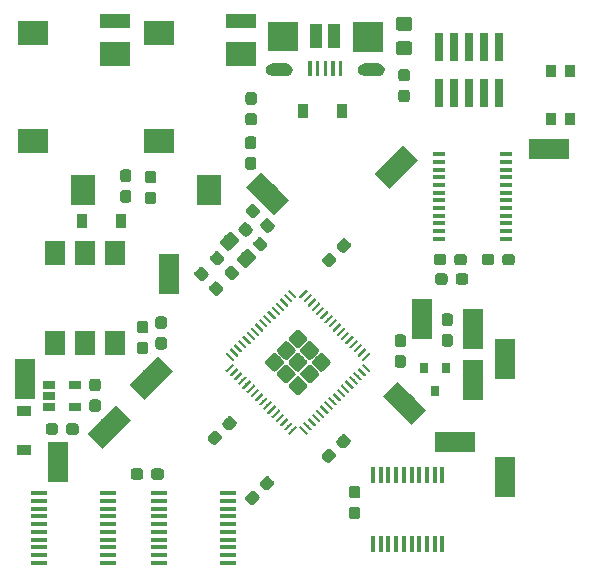
<source format=gbr>
G04 #@! TF.GenerationSoftware,KiCad,Pcbnew,(5.0.2-5)-5*
G04 #@! TF.CreationDate,2019-03-10T20:48:22-07:00*
G04 #@! TF.ProjectId,pygameboy,70796761-6d65-4626-9f79-2e6b69636164,rev?*
G04 #@! TF.SameCoordinates,Original*
G04 #@! TF.FileFunction,Paste,Top*
G04 #@! TF.FilePolarity,Positive*
%FSLAX46Y46*%
G04 Gerber Fmt 4.6, Leading zero omitted, Abs format (unit mm)*
G04 Created by KiCad (PCBNEW (5.0.2-5)-5) date Sunday, March 10, 2019 at 08:48:22 PM*
%MOMM*%
%LPD*%
G01*
G04 APERTURE LIST*
%ADD10C,0.100000*%
%ADD11R,1.000000X2.000000*%
%ADD12C,0.950000*%
%ADD13C,1.150000*%
%ADD14C,1.263087*%
%ADD15C,0.200000*%
%ADD16R,0.900000X1.200000*%
%ADD17R,1.200000X0.900000*%
%ADD18R,0.450000X1.450000*%
%ADD19R,1.450000X0.450000*%
%ADD20R,1.100000X0.400000*%
%ADD21R,1.060000X0.650000*%
%ADD22R,2.500000X1.200000*%
%ADD23R,2.500000X2.000000*%
%ADD24R,2.000000X2.500000*%
%ADD25R,1.780000X2.000000*%
%ADD26R,0.900000X1.000000*%
%ADD27R,1.780000X3.430000*%
%ADD28C,1.780000*%
%ADD29R,3.430000X1.780000*%
%ADD30R,0.740000X2.400000*%
%ADD31R,0.800000X0.900000*%
G04 APERTURE END LIST*
D10*
G04 #@! TO.C,J4*
G36*
X125820500Y-42758500D02*
X125520500Y-42758500D01*
X125520500Y-44008500D01*
X125820500Y-44008500D01*
X125820500Y-42758500D01*
G37*
G36*
X126470500Y-42758500D02*
X126170500Y-42758500D01*
X126170500Y-44008500D01*
X126470500Y-44008500D01*
X126470500Y-42758500D01*
G37*
G36*
X127120500Y-42758500D02*
X126820500Y-42758500D01*
X126820500Y-44008500D01*
X127120500Y-44008500D01*
X127120500Y-42758500D01*
G37*
G36*
X127770500Y-42758500D02*
X127470500Y-42758500D01*
X127470500Y-44008500D01*
X127770500Y-44008500D01*
X127770500Y-42758500D01*
G37*
G36*
X128420500Y-42758500D02*
X128120500Y-42758500D01*
X128120500Y-44008500D01*
X128420500Y-44008500D01*
X128420500Y-42758500D01*
G37*
G36*
X124220500Y-43508500D02*
X124184632Y-43332039D01*
X124095990Y-43175298D01*
X123963251Y-43053621D01*
X123620500Y-42958500D01*
X122520500Y-42958500D01*
X122341592Y-42978917D01*
X122177749Y-43053621D01*
X122045010Y-43175298D01*
X121956368Y-43332039D01*
X121920500Y-43508500D01*
X121956368Y-43684961D01*
X122045010Y-43841702D01*
X122177749Y-43963379D01*
X122520500Y-44058500D01*
X123620500Y-44058500D01*
X123799408Y-44038083D01*
X123963251Y-43963379D01*
X124095990Y-43841702D01*
X124220500Y-43508500D01*
G37*
G36*
X132020500Y-43508500D02*
X131984632Y-43332039D01*
X131895990Y-43175298D01*
X131763251Y-43053621D01*
X131420500Y-42958500D01*
X130320500Y-42958500D01*
X130141592Y-42978917D01*
X129977749Y-43053621D01*
X129845010Y-43175298D01*
X129756368Y-43332039D01*
X129720500Y-43508500D01*
X129756368Y-43684961D01*
X129845010Y-43841702D01*
X129977749Y-43963379D01*
X130320500Y-44058500D01*
X131420500Y-44058500D01*
X131599408Y-44038083D01*
X131763251Y-43963379D01*
X131895990Y-43841702D01*
X132020500Y-43508500D01*
G37*
G36*
X124620500Y-39448500D02*
X122120500Y-39448500D01*
X122120500Y-41948500D01*
X124620500Y-41948500D01*
X124620500Y-39448500D01*
G37*
G36*
X131820500Y-39458500D02*
X129320500Y-39458500D01*
X129320500Y-41958500D01*
X131820500Y-41958500D01*
X131820500Y-39458500D01*
G37*
G04 #@! TD*
D11*
G04 #@! TO.C,J4*
X126220500Y-40608500D03*
X127720500Y-40608500D03*
G04 #@! TD*
D10*
G04 #@! TO.C,R8*
G36*
X111766779Y-64768144D02*
X111789834Y-64771563D01*
X111812443Y-64777227D01*
X111834387Y-64785079D01*
X111855457Y-64795044D01*
X111875448Y-64807026D01*
X111894168Y-64820910D01*
X111911438Y-64836562D01*
X111927090Y-64853832D01*
X111940974Y-64872552D01*
X111952956Y-64892543D01*
X111962921Y-64913613D01*
X111970773Y-64935557D01*
X111976437Y-64958166D01*
X111979856Y-64981221D01*
X111981000Y-65004500D01*
X111981000Y-65579500D01*
X111979856Y-65602779D01*
X111976437Y-65625834D01*
X111970773Y-65648443D01*
X111962921Y-65670387D01*
X111952956Y-65691457D01*
X111940974Y-65711448D01*
X111927090Y-65730168D01*
X111911438Y-65747438D01*
X111894168Y-65763090D01*
X111875448Y-65776974D01*
X111855457Y-65788956D01*
X111834387Y-65798921D01*
X111812443Y-65806773D01*
X111789834Y-65812437D01*
X111766779Y-65815856D01*
X111743500Y-65817000D01*
X111268500Y-65817000D01*
X111245221Y-65815856D01*
X111222166Y-65812437D01*
X111199557Y-65806773D01*
X111177613Y-65798921D01*
X111156543Y-65788956D01*
X111136552Y-65776974D01*
X111117832Y-65763090D01*
X111100562Y-65747438D01*
X111084910Y-65730168D01*
X111071026Y-65711448D01*
X111059044Y-65691457D01*
X111049079Y-65670387D01*
X111041227Y-65648443D01*
X111035563Y-65625834D01*
X111032144Y-65602779D01*
X111031000Y-65579500D01*
X111031000Y-65004500D01*
X111032144Y-64981221D01*
X111035563Y-64958166D01*
X111041227Y-64935557D01*
X111049079Y-64913613D01*
X111059044Y-64892543D01*
X111071026Y-64872552D01*
X111084910Y-64853832D01*
X111100562Y-64836562D01*
X111117832Y-64820910D01*
X111136552Y-64807026D01*
X111156543Y-64795044D01*
X111177613Y-64785079D01*
X111199557Y-64777227D01*
X111222166Y-64771563D01*
X111245221Y-64768144D01*
X111268500Y-64767000D01*
X111743500Y-64767000D01*
X111766779Y-64768144D01*
X111766779Y-64768144D01*
G37*
D12*
X111506000Y-65292000D03*
D10*
G36*
X111766779Y-66518144D02*
X111789834Y-66521563D01*
X111812443Y-66527227D01*
X111834387Y-66535079D01*
X111855457Y-66545044D01*
X111875448Y-66557026D01*
X111894168Y-66570910D01*
X111911438Y-66586562D01*
X111927090Y-66603832D01*
X111940974Y-66622552D01*
X111952956Y-66642543D01*
X111962921Y-66663613D01*
X111970773Y-66685557D01*
X111976437Y-66708166D01*
X111979856Y-66731221D01*
X111981000Y-66754500D01*
X111981000Y-67329500D01*
X111979856Y-67352779D01*
X111976437Y-67375834D01*
X111970773Y-67398443D01*
X111962921Y-67420387D01*
X111952956Y-67441457D01*
X111940974Y-67461448D01*
X111927090Y-67480168D01*
X111911438Y-67497438D01*
X111894168Y-67513090D01*
X111875448Y-67526974D01*
X111855457Y-67538956D01*
X111834387Y-67548921D01*
X111812443Y-67556773D01*
X111789834Y-67562437D01*
X111766779Y-67565856D01*
X111743500Y-67567000D01*
X111268500Y-67567000D01*
X111245221Y-67565856D01*
X111222166Y-67562437D01*
X111199557Y-67556773D01*
X111177613Y-67548921D01*
X111156543Y-67538956D01*
X111136552Y-67526974D01*
X111117832Y-67513090D01*
X111100562Y-67497438D01*
X111084910Y-67480168D01*
X111071026Y-67461448D01*
X111059044Y-67441457D01*
X111049079Y-67420387D01*
X111041227Y-67398443D01*
X111035563Y-67375834D01*
X111032144Y-67352779D01*
X111031000Y-67329500D01*
X111031000Y-66754500D01*
X111032144Y-66731221D01*
X111035563Y-66708166D01*
X111041227Y-66685557D01*
X111049079Y-66663613D01*
X111059044Y-66642543D01*
X111071026Y-66622552D01*
X111084910Y-66603832D01*
X111100562Y-66586562D01*
X111117832Y-66570910D01*
X111136552Y-66557026D01*
X111156543Y-66545044D01*
X111177613Y-66535079D01*
X111199557Y-66527227D01*
X111222166Y-66521563D01*
X111245221Y-66518144D01*
X111268500Y-66517000D01*
X111743500Y-66517000D01*
X111766779Y-66518144D01*
X111766779Y-66518144D01*
G37*
D12*
X111506000Y-67042000D03*
G04 #@! TD*
D10*
G04 #@! TO.C,D3*
G36*
X134112505Y-41091204D02*
X134136773Y-41094804D01*
X134160572Y-41100765D01*
X134183671Y-41109030D01*
X134205850Y-41119520D01*
X134226893Y-41132132D01*
X134246599Y-41146747D01*
X134264777Y-41163223D01*
X134281253Y-41181401D01*
X134295868Y-41201107D01*
X134308480Y-41222150D01*
X134318970Y-41244329D01*
X134327235Y-41267428D01*
X134333196Y-41291227D01*
X134336796Y-41315495D01*
X134338000Y-41339999D01*
X134338000Y-41990001D01*
X134336796Y-42014505D01*
X134333196Y-42038773D01*
X134327235Y-42062572D01*
X134318970Y-42085671D01*
X134308480Y-42107850D01*
X134295868Y-42128893D01*
X134281253Y-42148599D01*
X134264777Y-42166777D01*
X134246599Y-42183253D01*
X134226893Y-42197868D01*
X134205850Y-42210480D01*
X134183671Y-42220970D01*
X134160572Y-42229235D01*
X134136773Y-42235196D01*
X134112505Y-42238796D01*
X134088001Y-42240000D01*
X133187999Y-42240000D01*
X133163495Y-42238796D01*
X133139227Y-42235196D01*
X133115428Y-42229235D01*
X133092329Y-42220970D01*
X133070150Y-42210480D01*
X133049107Y-42197868D01*
X133029401Y-42183253D01*
X133011223Y-42166777D01*
X132994747Y-42148599D01*
X132980132Y-42128893D01*
X132967520Y-42107850D01*
X132957030Y-42085671D01*
X132948765Y-42062572D01*
X132942804Y-42038773D01*
X132939204Y-42014505D01*
X132938000Y-41990001D01*
X132938000Y-41339999D01*
X132939204Y-41315495D01*
X132942804Y-41291227D01*
X132948765Y-41267428D01*
X132957030Y-41244329D01*
X132967520Y-41222150D01*
X132980132Y-41201107D01*
X132994747Y-41181401D01*
X133011223Y-41163223D01*
X133029401Y-41146747D01*
X133049107Y-41132132D01*
X133070150Y-41119520D01*
X133092329Y-41109030D01*
X133115428Y-41100765D01*
X133139227Y-41094804D01*
X133163495Y-41091204D01*
X133187999Y-41090000D01*
X134088001Y-41090000D01*
X134112505Y-41091204D01*
X134112505Y-41091204D01*
G37*
D13*
X133638000Y-41665000D03*
D10*
G36*
X134112505Y-39041204D02*
X134136773Y-39044804D01*
X134160572Y-39050765D01*
X134183671Y-39059030D01*
X134205850Y-39069520D01*
X134226893Y-39082132D01*
X134246599Y-39096747D01*
X134264777Y-39113223D01*
X134281253Y-39131401D01*
X134295868Y-39151107D01*
X134308480Y-39172150D01*
X134318970Y-39194329D01*
X134327235Y-39217428D01*
X134333196Y-39241227D01*
X134336796Y-39265495D01*
X134338000Y-39289999D01*
X134338000Y-39940001D01*
X134336796Y-39964505D01*
X134333196Y-39988773D01*
X134327235Y-40012572D01*
X134318970Y-40035671D01*
X134308480Y-40057850D01*
X134295868Y-40078893D01*
X134281253Y-40098599D01*
X134264777Y-40116777D01*
X134246599Y-40133253D01*
X134226893Y-40147868D01*
X134205850Y-40160480D01*
X134183671Y-40170970D01*
X134160572Y-40179235D01*
X134136773Y-40185196D01*
X134112505Y-40188796D01*
X134088001Y-40190000D01*
X133187999Y-40190000D01*
X133163495Y-40188796D01*
X133139227Y-40185196D01*
X133115428Y-40179235D01*
X133092329Y-40170970D01*
X133070150Y-40160480D01*
X133049107Y-40147868D01*
X133029401Y-40133253D01*
X133011223Y-40116777D01*
X132994747Y-40098599D01*
X132980132Y-40078893D01*
X132967520Y-40057850D01*
X132957030Y-40035671D01*
X132948765Y-40012572D01*
X132942804Y-39988773D01*
X132939204Y-39964505D01*
X132938000Y-39940001D01*
X132938000Y-39289999D01*
X132939204Y-39265495D01*
X132942804Y-39241227D01*
X132948765Y-39217428D01*
X132957030Y-39194329D01*
X132967520Y-39172150D01*
X132980132Y-39151107D01*
X132994747Y-39131401D01*
X133011223Y-39113223D01*
X133029401Y-39096747D01*
X133049107Y-39082132D01*
X133070150Y-39069520D01*
X133092329Y-39059030D01*
X133115428Y-39050765D01*
X133139227Y-39044804D01*
X133163495Y-39041204D01*
X133187999Y-39040000D01*
X134088001Y-39040000D01*
X134112505Y-39041204D01*
X134112505Y-39041204D01*
G37*
D13*
X133638000Y-39615000D03*
G04 #@! TD*
D10*
G04 #@! TO.C,C14*
G36*
X118958608Y-57215912D02*
X118982876Y-57219512D01*
X119006675Y-57225473D01*
X119029774Y-57233738D01*
X119051953Y-57244228D01*
X119072996Y-57256840D01*
X119092702Y-57271455D01*
X119110880Y-57287931D01*
X119570501Y-57747552D01*
X119586977Y-57765730D01*
X119601592Y-57785436D01*
X119614204Y-57806479D01*
X119624694Y-57828658D01*
X119632959Y-57851757D01*
X119638920Y-57875556D01*
X119642520Y-57899824D01*
X119643724Y-57924328D01*
X119642520Y-57948832D01*
X119638920Y-57973100D01*
X119632959Y-57996899D01*
X119624694Y-58019998D01*
X119614204Y-58042177D01*
X119601592Y-58063220D01*
X119586977Y-58082926D01*
X119570501Y-58101104D01*
X118934104Y-58737501D01*
X118915926Y-58753977D01*
X118896220Y-58768592D01*
X118875177Y-58781204D01*
X118852998Y-58791694D01*
X118829899Y-58799959D01*
X118806100Y-58805920D01*
X118781832Y-58809520D01*
X118757328Y-58810724D01*
X118732824Y-58809520D01*
X118708556Y-58805920D01*
X118684757Y-58799959D01*
X118661658Y-58791694D01*
X118639479Y-58781204D01*
X118618436Y-58768592D01*
X118598730Y-58753977D01*
X118580552Y-58737501D01*
X118120931Y-58277880D01*
X118104455Y-58259702D01*
X118089840Y-58239996D01*
X118077228Y-58218953D01*
X118066738Y-58196774D01*
X118058473Y-58173675D01*
X118052512Y-58149876D01*
X118048912Y-58125608D01*
X118047708Y-58101104D01*
X118048912Y-58076600D01*
X118052512Y-58052332D01*
X118058473Y-58028533D01*
X118066738Y-58005434D01*
X118077228Y-57983255D01*
X118089840Y-57962212D01*
X118104455Y-57942506D01*
X118120931Y-57924328D01*
X118757328Y-57287931D01*
X118775506Y-57271455D01*
X118795212Y-57256840D01*
X118816255Y-57244228D01*
X118838434Y-57233738D01*
X118861533Y-57225473D01*
X118885332Y-57219512D01*
X118909600Y-57215912D01*
X118934104Y-57214708D01*
X118958608Y-57215912D01*
X118958608Y-57215912D01*
G37*
D13*
X118845716Y-58012716D03*
D10*
G36*
X120408176Y-58665480D02*
X120432444Y-58669080D01*
X120456243Y-58675041D01*
X120479342Y-58683306D01*
X120501521Y-58693796D01*
X120522564Y-58706408D01*
X120542270Y-58721023D01*
X120560448Y-58737499D01*
X121020069Y-59197120D01*
X121036545Y-59215298D01*
X121051160Y-59235004D01*
X121063772Y-59256047D01*
X121074262Y-59278226D01*
X121082527Y-59301325D01*
X121088488Y-59325124D01*
X121092088Y-59349392D01*
X121093292Y-59373896D01*
X121092088Y-59398400D01*
X121088488Y-59422668D01*
X121082527Y-59446467D01*
X121074262Y-59469566D01*
X121063772Y-59491745D01*
X121051160Y-59512788D01*
X121036545Y-59532494D01*
X121020069Y-59550672D01*
X120383672Y-60187069D01*
X120365494Y-60203545D01*
X120345788Y-60218160D01*
X120324745Y-60230772D01*
X120302566Y-60241262D01*
X120279467Y-60249527D01*
X120255668Y-60255488D01*
X120231400Y-60259088D01*
X120206896Y-60260292D01*
X120182392Y-60259088D01*
X120158124Y-60255488D01*
X120134325Y-60249527D01*
X120111226Y-60241262D01*
X120089047Y-60230772D01*
X120068004Y-60218160D01*
X120048298Y-60203545D01*
X120030120Y-60187069D01*
X119570499Y-59727448D01*
X119554023Y-59709270D01*
X119539408Y-59689564D01*
X119526796Y-59668521D01*
X119516306Y-59646342D01*
X119508041Y-59623243D01*
X119502080Y-59599444D01*
X119498480Y-59575176D01*
X119497276Y-59550672D01*
X119498480Y-59526168D01*
X119502080Y-59501900D01*
X119508041Y-59478101D01*
X119516306Y-59455002D01*
X119526796Y-59432823D01*
X119539408Y-59411780D01*
X119554023Y-59392074D01*
X119570499Y-59373896D01*
X120206896Y-58737499D01*
X120225074Y-58721023D01*
X120244780Y-58706408D01*
X120265823Y-58693796D01*
X120288002Y-58683306D01*
X120311101Y-58675041D01*
X120334900Y-58669080D01*
X120359168Y-58665480D01*
X120383672Y-58664276D01*
X120408176Y-58665480D01*
X120408176Y-58665480D01*
G37*
D13*
X120295284Y-59462284D03*
G04 #@! TD*
D10*
G04 #@! TO.C,U2*
G36*
X122694605Y-67474121D02*
X122718874Y-67477721D01*
X122742672Y-67483682D01*
X122765772Y-67491947D01*
X122787950Y-67502437D01*
X122808994Y-67515050D01*
X122828699Y-67529664D01*
X122846878Y-67546140D01*
X123386461Y-68085723D01*
X123402937Y-68103902D01*
X123417551Y-68123607D01*
X123430164Y-68144651D01*
X123440654Y-68166829D01*
X123448919Y-68189929D01*
X123454880Y-68213727D01*
X123458480Y-68237996D01*
X123459684Y-68262500D01*
X123458480Y-68287004D01*
X123454880Y-68311273D01*
X123448919Y-68335071D01*
X123440654Y-68358171D01*
X123430164Y-68380349D01*
X123417551Y-68401393D01*
X123402937Y-68421098D01*
X123386461Y-68439277D01*
X122846878Y-68978860D01*
X122828699Y-68995336D01*
X122808994Y-69009950D01*
X122787950Y-69022563D01*
X122765772Y-69033053D01*
X122742672Y-69041318D01*
X122718874Y-69047279D01*
X122694605Y-69050879D01*
X122670101Y-69052083D01*
X122645597Y-69050879D01*
X122621328Y-69047279D01*
X122597530Y-69041318D01*
X122574430Y-69033053D01*
X122552252Y-69022563D01*
X122531208Y-69009950D01*
X122511503Y-68995336D01*
X122493324Y-68978860D01*
X121953741Y-68439277D01*
X121937265Y-68421098D01*
X121922651Y-68401393D01*
X121910038Y-68380349D01*
X121899548Y-68358171D01*
X121891283Y-68335071D01*
X121885322Y-68311273D01*
X121881722Y-68287004D01*
X121880518Y-68262500D01*
X121881722Y-68237996D01*
X121885322Y-68213727D01*
X121891283Y-68189929D01*
X121899548Y-68166829D01*
X121910038Y-68144651D01*
X121922651Y-68123607D01*
X121937265Y-68103902D01*
X121953741Y-68085723D01*
X122493324Y-67546140D01*
X122511503Y-67529664D01*
X122531208Y-67515050D01*
X122552252Y-67502437D01*
X122574430Y-67491947D01*
X122597530Y-67483682D01*
X122621328Y-67477721D01*
X122645597Y-67474121D01*
X122670101Y-67472917D01*
X122694605Y-67474121D01*
X122694605Y-67474121D01*
G37*
D14*
X122670101Y-68262500D03*
D10*
G36*
X123684555Y-68464070D02*
X123708824Y-68467670D01*
X123732622Y-68473631D01*
X123755722Y-68481896D01*
X123777900Y-68492386D01*
X123798944Y-68504999D01*
X123818649Y-68519613D01*
X123836828Y-68536089D01*
X124376411Y-69075672D01*
X124392887Y-69093851D01*
X124407501Y-69113556D01*
X124420114Y-69134600D01*
X124430604Y-69156778D01*
X124438869Y-69179878D01*
X124444830Y-69203676D01*
X124448430Y-69227945D01*
X124449634Y-69252449D01*
X124448430Y-69276953D01*
X124444830Y-69301222D01*
X124438869Y-69325020D01*
X124430604Y-69348120D01*
X124420114Y-69370298D01*
X124407501Y-69391342D01*
X124392887Y-69411047D01*
X124376411Y-69429226D01*
X123836828Y-69968809D01*
X123818649Y-69985285D01*
X123798944Y-69999899D01*
X123777900Y-70012512D01*
X123755722Y-70023002D01*
X123732622Y-70031267D01*
X123708824Y-70037228D01*
X123684555Y-70040828D01*
X123660051Y-70042032D01*
X123635547Y-70040828D01*
X123611278Y-70037228D01*
X123587480Y-70031267D01*
X123564380Y-70023002D01*
X123542202Y-70012512D01*
X123521158Y-69999899D01*
X123501453Y-69985285D01*
X123483274Y-69968809D01*
X122943691Y-69429226D01*
X122927215Y-69411047D01*
X122912601Y-69391342D01*
X122899988Y-69370298D01*
X122889498Y-69348120D01*
X122881233Y-69325020D01*
X122875272Y-69301222D01*
X122871672Y-69276953D01*
X122870468Y-69252449D01*
X122871672Y-69227945D01*
X122875272Y-69203676D01*
X122881233Y-69179878D01*
X122889498Y-69156778D01*
X122899988Y-69134600D01*
X122912601Y-69113556D01*
X122927215Y-69093851D01*
X122943691Y-69075672D01*
X123483274Y-68536089D01*
X123501453Y-68519613D01*
X123521158Y-68504999D01*
X123542202Y-68492386D01*
X123564380Y-68481896D01*
X123587480Y-68473631D01*
X123611278Y-68467670D01*
X123635547Y-68464070D01*
X123660051Y-68462866D01*
X123684555Y-68464070D01*
X123684555Y-68464070D01*
G37*
D14*
X123660051Y-69252449D03*
D10*
G36*
X124674504Y-69454020D02*
X124698773Y-69457620D01*
X124722571Y-69463581D01*
X124745671Y-69471846D01*
X124767849Y-69482336D01*
X124788893Y-69494949D01*
X124808598Y-69509563D01*
X124826777Y-69526039D01*
X125366360Y-70065622D01*
X125382836Y-70083801D01*
X125397450Y-70103506D01*
X125410063Y-70124550D01*
X125420553Y-70146728D01*
X125428818Y-70169828D01*
X125434779Y-70193626D01*
X125438379Y-70217895D01*
X125439583Y-70242399D01*
X125438379Y-70266903D01*
X125434779Y-70291172D01*
X125428818Y-70314970D01*
X125420553Y-70338070D01*
X125410063Y-70360248D01*
X125397450Y-70381292D01*
X125382836Y-70400997D01*
X125366360Y-70419176D01*
X124826777Y-70958759D01*
X124808598Y-70975235D01*
X124788893Y-70989849D01*
X124767849Y-71002462D01*
X124745671Y-71012952D01*
X124722571Y-71021217D01*
X124698773Y-71027178D01*
X124674504Y-71030778D01*
X124650000Y-71031982D01*
X124625496Y-71030778D01*
X124601227Y-71027178D01*
X124577429Y-71021217D01*
X124554329Y-71012952D01*
X124532151Y-71002462D01*
X124511107Y-70989849D01*
X124491402Y-70975235D01*
X124473223Y-70958759D01*
X123933640Y-70419176D01*
X123917164Y-70400997D01*
X123902550Y-70381292D01*
X123889937Y-70360248D01*
X123879447Y-70338070D01*
X123871182Y-70314970D01*
X123865221Y-70291172D01*
X123861621Y-70266903D01*
X123860417Y-70242399D01*
X123861621Y-70217895D01*
X123865221Y-70193626D01*
X123871182Y-70169828D01*
X123879447Y-70146728D01*
X123889937Y-70124550D01*
X123902550Y-70103506D01*
X123917164Y-70083801D01*
X123933640Y-70065622D01*
X124473223Y-69526039D01*
X124491402Y-69509563D01*
X124511107Y-69494949D01*
X124532151Y-69482336D01*
X124554329Y-69471846D01*
X124577429Y-69463581D01*
X124601227Y-69457620D01*
X124625496Y-69454020D01*
X124650000Y-69452816D01*
X124674504Y-69454020D01*
X124674504Y-69454020D01*
G37*
D14*
X124650000Y-70242399D03*
D10*
G36*
X123684555Y-66484172D02*
X123708824Y-66487772D01*
X123732622Y-66493733D01*
X123755722Y-66501998D01*
X123777900Y-66512488D01*
X123798944Y-66525101D01*
X123818649Y-66539715D01*
X123836828Y-66556191D01*
X124376411Y-67095774D01*
X124392887Y-67113953D01*
X124407501Y-67133658D01*
X124420114Y-67154702D01*
X124430604Y-67176880D01*
X124438869Y-67199980D01*
X124444830Y-67223778D01*
X124448430Y-67248047D01*
X124449634Y-67272551D01*
X124448430Y-67297055D01*
X124444830Y-67321324D01*
X124438869Y-67345122D01*
X124430604Y-67368222D01*
X124420114Y-67390400D01*
X124407501Y-67411444D01*
X124392887Y-67431149D01*
X124376411Y-67449328D01*
X123836828Y-67988911D01*
X123818649Y-68005387D01*
X123798944Y-68020001D01*
X123777900Y-68032614D01*
X123755722Y-68043104D01*
X123732622Y-68051369D01*
X123708824Y-68057330D01*
X123684555Y-68060930D01*
X123660051Y-68062134D01*
X123635547Y-68060930D01*
X123611278Y-68057330D01*
X123587480Y-68051369D01*
X123564380Y-68043104D01*
X123542202Y-68032614D01*
X123521158Y-68020001D01*
X123501453Y-68005387D01*
X123483274Y-67988911D01*
X122943691Y-67449328D01*
X122927215Y-67431149D01*
X122912601Y-67411444D01*
X122899988Y-67390400D01*
X122889498Y-67368222D01*
X122881233Y-67345122D01*
X122875272Y-67321324D01*
X122871672Y-67297055D01*
X122870468Y-67272551D01*
X122871672Y-67248047D01*
X122875272Y-67223778D01*
X122881233Y-67199980D01*
X122889498Y-67176880D01*
X122899988Y-67154702D01*
X122912601Y-67133658D01*
X122927215Y-67113953D01*
X122943691Y-67095774D01*
X123483274Y-66556191D01*
X123501453Y-66539715D01*
X123521158Y-66525101D01*
X123542202Y-66512488D01*
X123564380Y-66501998D01*
X123587480Y-66493733D01*
X123611278Y-66487772D01*
X123635547Y-66484172D01*
X123660051Y-66482968D01*
X123684555Y-66484172D01*
X123684555Y-66484172D01*
G37*
D14*
X123660051Y-67272551D03*
D10*
G36*
X124674504Y-67474121D02*
X124698773Y-67477721D01*
X124722571Y-67483682D01*
X124745671Y-67491947D01*
X124767849Y-67502437D01*
X124788893Y-67515050D01*
X124808598Y-67529664D01*
X124826777Y-67546140D01*
X125366360Y-68085723D01*
X125382836Y-68103902D01*
X125397450Y-68123607D01*
X125410063Y-68144651D01*
X125420553Y-68166829D01*
X125428818Y-68189929D01*
X125434779Y-68213727D01*
X125438379Y-68237996D01*
X125439583Y-68262500D01*
X125438379Y-68287004D01*
X125434779Y-68311273D01*
X125428818Y-68335071D01*
X125420553Y-68358171D01*
X125410063Y-68380349D01*
X125397450Y-68401393D01*
X125382836Y-68421098D01*
X125366360Y-68439277D01*
X124826777Y-68978860D01*
X124808598Y-68995336D01*
X124788893Y-69009950D01*
X124767849Y-69022563D01*
X124745671Y-69033053D01*
X124722571Y-69041318D01*
X124698773Y-69047279D01*
X124674504Y-69050879D01*
X124650000Y-69052083D01*
X124625496Y-69050879D01*
X124601227Y-69047279D01*
X124577429Y-69041318D01*
X124554329Y-69033053D01*
X124532151Y-69022563D01*
X124511107Y-69009950D01*
X124491402Y-68995336D01*
X124473223Y-68978860D01*
X123933640Y-68439277D01*
X123917164Y-68421098D01*
X123902550Y-68401393D01*
X123889937Y-68380349D01*
X123879447Y-68358171D01*
X123871182Y-68335071D01*
X123865221Y-68311273D01*
X123861621Y-68287004D01*
X123860417Y-68262500D01*
X123861621Y-68237996D01*
X123865221Y-68213727D01*
X123871182Y-68189929D01*
X123879447Y-68166829D01*
X123889937Y-68144651D01*
X123902550Y-68123607D01*
X123917164Y-68103902D01*
X123933640Y-68085723D01*
X124473223Y-67546140D01*
X124491402Y-67529664D01*
X124511107Y-67515050D01*
X124532151Y-67502437D01*
X124554329Y-67491947D01*
X124577429Y-67483682D01*
X124601227Y-67477721D01*
X124625496Y-67474121D01*
X124650000Y-67472917D01*
X124674504Y-67474121D01*
X124674504Y-67474121D01*
G37*
D14*
X124650000Y-68262500D03*
D10*
G36*
X125664453Y-68464070D02*
X125688722Y-68467670D01*
X125712520Y-68473631D01*
X125735620Y-68481896D01*
X125757798Y-68492386D01*
X125778842Y-68504999D01*
X125798547Y-68519613D01*
X125816726Y-68536089D01*
X126356309Y-69075672D01*
X126372785Y-69093851D01*
X126387399Y-69113556D01*
X126400012Y-69134600D01*
X126410502Y-69156778D01*
X126418767Y-69179878D01*
X126424728Y-69203676D01*
X126428328Y-69227945D01*
X126429532Y-69252449D01*
X126428328Y-69276953D01*
X126424728Y-69301222D01*
X126418767Y-69325020D01*
X126410502Y-69348120D01*
X126400012Y-69370298D01*
X126387399Y-69391342D01*
X126372785Y-69411047D01*
X126356309Y-69429226D01*
X125816726Y-69968809D01*
X125798547Y-69985285D01*
X125778842Y-69999899D01*
X125757798Y-70012512D01*
X125735620Y-70023002D01*
X125712520Y-70031267D01*
X125688722Y-70037228D01*
X125664453Y-70040828D01*
X125639949Y-70042032D01*
X125615445Y-70040828D01*
X125591176Y-70037228D01*
X125567378Y-70031267D01*
X125544278Y-70023002D01*
X125522100Y-70012512D01*
X125501056Y-69999899D01*
X125481351Y-69985285D01*
X125463172Y-69968809D01*
X124923589Y-69429226D01*
X124907113Y-69411047D01*
X124892499Y-69391342D01*
X124879886Y-69370298D01*
X124869396Y-69348120D01*
X124861131Y-69325020D01*
X124855170Y-69301222D01*
X124851570Y-69276953D01*
X124850366Y-69252449D01*
X124851570Y-69227945D01*
X124855170Y-69203676D01*
X124861131Y-69179878D01*
X124869396Y-69156778D01*
X124879886Y-69134600D01*
X124892499Y-69113556D01*
X124907113Y-69093851D01*
X124923589Y-69075672D01*
X125463172Y-68536089D01*
X125481351Y-68519613D01*
X125501056Y-68504999D01*
X125522100Y-68492386D01*
X125544278Y-68481896D01*
X125567378Y-68473631D01*
X125591176Y-68467670D01*
X125615445Y-68464070D01*
X125639949Y-68462866D01*
X125664453Y-68464070D01*
X125664453Y-68464070D01*
G37*
D14*
X125639949Y-69252449D03*
D10*
G36*
X124674504Y-65494222D02*
X124698773Y-65497822D01*
X124722571Y-65503783D01*
X124745671Y-65512048D01*
X124767849Y-65522538D01*
X124788893Y-65535151D01*
X124808598Y-65549765D01*
X124826777Y-65566241D01*
X125366360Y-66105824D01*
X125382836Y-66124003D01*
X125397450Y-66143708D01*
X125410063Y-66164752D01*
X125420553Y-66186930D01*
X125428818Y-66210030D01*
X125434779Y-66233828D01*
X125438379Y-66258097D01*
X125439583Y-66282601D01*
X125438379Y-66307105D01*
X125434779Y-66331374D01*
X125428818Y-66355172D01*
X125420553Y-66378272D01*
X125410063Y-66400450D01*
X125397450Y-66421494D01*
X125382836Y-66441199D01*
X125366360Y-66459378D01*
X124826777Y-66998961D01*
X124808598Y-67015437D01*
X124788893Y-67030051D01*
X124767849Y-67042664D01*
X124745671Y-67053154D01*
X124722571Y-67061419D01*
X124698773Y-67067380D01*
X124674504Y-67070980D01*
X124650000Y-67072184D01*
X124625496Y-67070980D01*
X124601227Y-67067380D01*
X124577429Y-67061419D01*
X124554329Y-67053154D01*
X124532151Y-67042664D01*
X124511107Y-67030051D01*
X124491402Y-67015437D01*
X124473223Y-66998961D01*
X123933640Y-66459378D01*
X123917164Y-66441199D01*
X123902550Y-66421494D01*
X123889937Y-66400450D01*
X123879447Y-66378272D01*
X123871182Y-66355172D01*
X123865221Y-66331374D01*
X123861621Y-66307105D01*
X123860417Y-66282601D01*
X123861621Y-66258097D01*
X123865221Y-66233828D01*
X123871182Y-66210030D01*
X123879447Y-66186930D01*
X123889937Y-66164752D01*
X123902550Y-66143708D01*
X123917164Y-66124003D01*
X123933640Y-66105824D01*
X124473223Y-65566241D01*
X124491402Y-65549765D01*
X124511107Y-65535151D01*
X124532151Y-65522538D01*
X124554329Y-65512048D01*
X124577429Y-65503783D01*
X124601227Y-65497822D01*
X124625496Y-65494222D01*
X124650000Y-65493018D01*
X124674504Y-65494222D01*
X124674504Y-65494222D01*
G37*
D14*
X124650000Y-66282601D03*
D10*
G36*
X125664453Y-66484172D02*
X125688722Y-66487772D01*
X125712520Y-66493733D01*
X125735620Y-66501998D01*
X125757798Y-66512488D01*
X125778842Y-66525101D01*
X125798547Y-66539715D01*
X125816726Y-66556191D01*
X126356309Y-67095774D01*
X126372785Y-67113953D01*
X126387399Y-67133658D01*
X126400012Y-67154702D01*
X126410502Y-67176880D01*
X126418767Y-67199980D01*
X126424728Y-67223778D01*
X126428328Y-67248047D01*
X126429532Y-67272551D01*
X126428328Y-67297055D01*
X126424728Y-67321324D01*
X126418767Y-67345122D01*
X126410502Y-67368222D01*
X126400012Y-67390400D01*
X126387399Y-67411444D01*
X126372785Y-67431149D01*
X126356309Y-67449328D01*
X125816726Y-67988911D01*
X125798547Y-68005387D01*
X125778842Y-68020001D01*
X125757798Y-68032614D01*
X125735620Y-68043104D01*
X125712520Y-68051369D01*
X125688722Y-68057330D01*
X125664453Y-68060930D01*
X125639949Y-68062134D01*
X125615445Y-68060930D01*
X125591176Y-68057330D01*
X125567378Y-68051369D01*
X125544278Y-68043104D01*
X125522100Y-68032614D01*
X125501056Y-68020001D01*
X125481351Y-68005387D01*
X125463172Y-67988911D01*
X124923589Y-67449328D01*
X124907113Y-67431149D01*
X124892499Y-67411444D01*
X124879886Y-67390400D01*
X124869396Y-67368222D01*
X124861131Y-67345122D01*
X124855170Y-67321324D01*
X124851570Y-67297055D01*
X124850366Y-67272551D01*
X124851570Y-67248047D01*
X124855170Y-67223778D01*
X124861131Y-67199980D01*
X124869396Y-67176880D01*
X124879886Y-67154702D01*
X124892499Y-67133658D01*
X124907113Y-67113953D01*
X124923589Y-67095774D01*
X125463172Y-66556191D01*
X125481351Y-66539715D01*
X125501056Y-66525101D01*
X125522100Y-66512488D01*
X125544278Y-66501998D01*
X125567378Y-66493733D01*
X125591176Y-66487772D01*
X125615445Y-66484172D01*
X125639949Y-66482968D01*
X125664453Y-66484172D01*
X125664453Y-66484172D01*
G37*
D14*
X125639949Y-67272551D03*
D10*
G36*
X126654403Y-67474121D02*
X126678672Y-67477721D01*
X126702470Y-67483682D01*
X126725570Y-67491947D01*
X126747748Y-67502437D01*
X126768792Y-67515050D01*
X126788497Y-67529664D01*
X126806676Y-67546140D01*
X127346259Y-68085723D01*
X127362735Y-68103902D01*
X127377349Y-68123607D01*
X127389962Y-68144651D01*
X127400452Y-68166829D01*
X127408717Y-68189929D01*
X127414678Y-68213727D01*
X127418278Y-68237996D01*
X127419482Y-68262500D01*
X127418278Y-68287004D01*
X127414678Y-68311273D01*
X127408717Y-68335071D01*
X127400452Y-68358171D01*
X127389962Y-68380349D01*
X127377349Y-68401393D01*
X127362735Y-68421098D01*
X127346259Y-68439277D01*
X126806676Y-68978860D01*
X126788497Y-68995336D01*
X126768792Y-69009950D01*
X126747748Y-69022563D01*
X126725570Y-69033053D01*
X126702470Y-69041318D01*
X126678672Y-69047279D01*
X126654403Y-69050879D01*
X126629899Y-69052083D01*
X126605395Y-69050879D01*
X126581126Y-69047279D01*
X126557328Y-69041318D01*
X126534228Y-69033053D01*
X126512050Y-69022563D01*
X126491006Y-69009950D01*
X126471301Y-68995336D01*
X126453122Y-68978860D01*
X125913539Y-68439277D01*
X125897063Y-68421098D01*
X125882449Y-68401393D01*
X125869836Y-68380349D01*
X125859346Y-68358171D01*
X125851081Y-68335071D01*
X125845120Y-68311273D01*
X125841520Y-68287004D01*
X125840316Y-68262500D01*
X125841520Y-68237996D01*
X125845120Y-68213727D01*
X125851081Y-68189929D01*
X125859346Y-68166829D01*
X125869836Y-68144651D01*
X125882449Y-68123607D01*
X125897063Y-68103902D01*
X125913539Y-68085723D01*
X126453122Y-67546140D01*
X126471301Y-67529664D01*
X126491006Y-67515050D01*
X126512050Y-67502437D01*
X126534228Y-67491947D01*
X126557328Y-67483682D01*
X126581126Y-67477721D01*
X126605395Y-67474121D01*
X126629899Y-67472917D01*
X126654403Y-67474121D01*
X126654403Y-67474121D01*
G37*
D14*
X126629899Y-68262500D03*
D10*
G36*
X119121791Y-68371840D02*
X119126645Y-68372560D01*
X119131404Y-68373752D01*
X119136024Y-68375405D01*
X119140460Y-68377503D01*
X119144669Y-68380026D01*
X119148610Y-68382948D01*
X119152245Y-68386244D01*
X119222955Y-68456954D01*
X119226251Y-68460589D01*
X119229173Y-68464530D01*
X119231696Y-68468739D01*
X119233794Y-68473175D01*
X119235447Y-68477795D01*
X119236639Y-68482554D01*
X119237359Y-68487408D01*
X119237600Y-68492309D01*
X119237359Y-68497210D01*
X119236639Y-68502064D01*
X119235447Y-68506823D01*
X119233794Y-68511443D01*
X119231696Y-68515879D01*
X119229173Y-68520088D01*
X119226251Y-68524029D01*
X119222955Y-68527664D01*
X118674947Y-69075672D01*
X118671312Y-69078968D01*
X118667371Y-69081890D01*
X118663162Y-69084413D01*
X118658726Y-69086511D01*
X118654106Y-69088164D01*
X118649347Y-69089356D01*
X118644493Y-69090076D01*
X118639592Y-69090317D01*
X118634691Y-69090076D01*
X118629837Y-69089356D01*
X118625078Y-69088164D01*
X118620458Y-69086511D01*
X118616022Y-69084413D01*
X118611813Y-69081890D01*
X118607872Y-69078968D01*
X118604237Y-69075672D01*
X118533527Y-69004962D01*
X118530231Y-69001327D01*
X118527309Y-68997386D01*
X118524786Y-68993177D01*
X118522688Y-68988741D01*
X118521035Y-68984121D01*
X118519843Y-68979362D01*
X118519123Y-68974508D01*
X118518882Y-68969607D01*
X118519123Y-68964706D01*
X118519843Y-68959852D01*
X118521035Y-68955093D01*
X118522688Y-68950473D01*
X118524786Y-68946037D01*
X118527309Y-68941828D01*
X118530231Y-68937887D01*
X118533527Y-68934252D01*
X119081535Y-68386244D01*
X119085170Y-68382948D01*
X119089111Y-68380026D01*
X119093320Y-68377503D01*
X119097756Y-68375405D01*
X119102376Y-68373752D01*
X119107135Y-68372560D01*
X119111989Y-68371840D01*
X119116890Y-68371599D01*
X119121791Y-68371840D01*
X119121791Y-68371840D01*
G37*
D15*
X118878241Y-68730958D03*
D10*
G36*
X119475344Y-68725394D02*
X119480198Y-68726114D01*
X119484957Y-68727306D01*
X119489577Y-68728959D01*
X119494013Y-68731057D01*
X119498222Y-68733580D01*
X119502163Y-68736502D01*
X119505798Y-68739798D01*
X119576508Y-68810508D01*
X119579804Y-68814143D01*
X119582726Y-68818084D01*
X119585249Y-68822293D01*
X119587347Y-68826729D01*
X119589000Y-68831349D01*
X119590192Y-68836108D01*
X119590912Y-68840962D01*
X119591153Y-68845863D01*
X119590912Y-68850764D01*
X119590192Y-68855618D01*
X119589000Y-68860377D01*
X119587347Y-68864997D01*
X119585249Y-68869433D01*
X119582726Y-68873642D01*
X119579804Y-68877583D01*
X119576508Y-68881218D01*
X119028500Y-69429226D01*
X119024865Y-69432522D01*
X119020924Y-69435444D01*
X119016715Y-69437967D01*
X119012279Y-69440065D01*
X119007659Y-69441718D01*
X119002900Y-69442910D01*
X118998046Y-69443630D01*
X118993145Y-69443871D01*
X118988244Y-69443630D01*
X118983390Y-69442910D01*
X118978631Y-69441718D01*
X118974011Y-69440065D01*
X118969575Y-69437967D01*
X118965366Y-69435444D01*
X118961425Y-69432522D01*
X118957790Y-69429226D01*
X118887080Y-69358516D01*
X118883784Y-69354881D01*
X118880862Y-69350940D01*
X118878339Y-69346731D01*
X118876241Y-69342295D01*
X118874588Y-69337675D01*
X118873396Y-69332916D01*
X118872676Y-69328062D01*
X118872435Y-69323161D01*
X118872676Y-69318260D01*
X118873396Y-69313406D01*
X118874588Y-69308647D01*
X118876241Y-69304027D01*
X118878339Y-69299591D01*
X118880862Y-69295382D01*
X118883784Y-69291441D01*
X118887080Y-69287806D01*
X119435088Y-68739798D01*
X119438723Y-68736502D01*
X119442664Y-68733580D01*
X119446873Y-68731057D01*
X119451309Y-68728959D01*
X119455929Y-68727306D01*
X119460688Y-68726114D01*
X119465542Y-68725394D01*
X119470443Y-68725153D01*
X119475344Y-68725394D01*
X119475344Y-68725394D01*
G37*
D15*
X119231794Y-69084512D03*
D10*
G36*
X119828898Y-69078947D02*
X119833752Y-69079667D01*
X119838511Y-69080859D01*
X119843131Y-69082512D01*
X119847567Y-69084610D01*
X119851776Y-69087133D01*
X119855717Y-69090055D01*
X119859352Y-69093351D01*
X119930062Y-69164061D01*
X119933358Y-69167696D01*
X119936280Y-69171637D01*
X119938803Y-69175846D01*
X119940901Y-69180282D01*
X119942554Y-69184902D01*
X119943746Y-69189661D01*
X119944466Y-69194515D01*
X119944707Y-69199416D01*
X119944466Y-69204317D01*
X119943746Y-69209171D01*
X119942554Y-69213930D01*
X119940901Y-69218550D01*
X119938803Y-69222986D01*
X119936280Y-69227195D01*
X119933358Y-69231136D01*
X119930062Y-69234771D01*
X119382054Y-69782779D01*
X119378419Y-69786075D01*
X119374478Y-69788997D01*
X119370269Y-69791520D01*
X119365833Y-69793618D01*
X119361213Y-69795271D01*
X119356454Y-69796463D01*
X119351600Y-69797183D01*
X119346699Y-69797424D01*
X119341798Y-69797183D01*
X119336944Y-69796463D01*
X119332185Y-69795271D01*
X119327565Y-69793618D01*
X119323129Y-69791520D01*
X119318920Y-69788997D01*
X119314979Y-69786075D01*
X119311344Y-69782779D01*
X119240634Y-69712069D01*
X119237338Y-69708434D01*
X119234416Y-69704493D01*
X119231893Y-69700284D01*
X119229795Y-69695848D01*
X119228142Y-69691228D01*
X119226950Y-69686469D01*
X119226230Y-69681615D01*
X119225989Y-69676714D01*
X119226230Y-69671813D01*
X119226950Y-69666959D01*
X119228142Y-69662200D01*
X119229795Y-69657580D01*
X119231893Y-69653144D01*
X119234416Y-69648935D01*
X119237338Y-69644994D01*
X119240634Y-69641359D01*
X119788642Y-69093351D01*
X119792277Y-69090055D01*
X119796218Y-69087133D01*
X119800427Y-69084610D01*
X119804863Y-69082512D01*
X119809483Y-69080859D01*
X119814242Y-69079667D01*
X119819096Y-69078947D01*
X119823997Y-69078706D01*
X119828898Y-69078947D01*
X119828898Y-69078947D01*
G37*
D15*
X119585348Y-69438065D03*
D10*
G36*
X120182451Y-69432500D02*
X120187305Y-69433220D01*
X120192064Y-69434412D01*
X120196684Y-69436065D01*
X120201120Y-69438163D01*
X120205329Y-69440686D01*
X120209270Y-69443608D01*
X120212905Y-69446904D01*
X120283615Y-69517614D01*
X120286911Y-69521249D01*
X120289833Y-69525190D01*
X120292356Y-69529399D01*
X120294454Y-69533835D01*
X120296107Y-69538455D01*
X120297299Y-69543214D01*
X120298019Y-69548068D01*
X120298260Y-69552969D01*
X120298019Y-69557870D01*
X120297299Y-69562724D01*
X120296107Y-69567483D01*
X120294454Y-69572103D01*
X120292356Y-69576539D01*
X120289833Y-69580748D01*
X120286911Y-69584689D01*
X120283615Y-69588324D01*
X119735607Y-70136332D01*
X119731972Y-70139628D01*
X119728031Y-70142550D01*
X119723822Y-70145073D01*
X119719386Y-70147171D01*
X119714766Y-70148824D01*
X119710007Y-70150016D01*
X119705153Y-70150736D01*
X119700252Y-70150977D01*
X119695351Y-70150736D01*
X119690497Y-70150016D01*
X119685738Y-70148824D01*
X119681118Y-70147171D01*
X119676682Y-70145073D01*
X119672473Y-70142550D01*
X119668532Y-70139628D01*
X119664897Y-70136332D01*
X119594187Y-70065622D01*
X119590891Y-70061987D01*
X119587969Y-70058046D01*
X119585446Y-70053837D01*
X119583348Y-70049401D01*
X119581695Y-70044781D01*
X119580503Y-70040022D01*
X119579783Y-70035168D01*
X119579542Y-70030267D01*
X119579783Y-70025366D01*
X119580503Y-70020512D01*
X119581695Y-70015753D01*
X119583348Y-70011133D01*
X119585446Y-70006697D01*
X119587969Y-70002488D01*
X119590891Y-69998547D01*
X119594187Y-69994912D01*
X120142195Y-69446904D01*
X120145830Y-69443608D01*
X120149771Y-69440686D01*
X120153980Y-69438163D01*
X120158416Y-69436065D01*
X120163036Y-69434412D01*
X120167795Y-69433220D01*
X120172649Y-69432500D01*
X120177550Y-69432259D01*
X120182451Y-69432500D01*
X120182451Y-69432500D01*
G37*
D15*
X119938901Y-69791618D03*
D10*
G36*
X120536004Y-69786054D02*
X120540858Y-69786774D01*
X120545617Y-69787966D01*
X120550237Y-69789619D01*
X120554673Y-69791717D01*
X120558882Y-69794240D01*
X120562823Y-69797162D01*
X120566458Y-69800458D01*
X120637168Y-69871168D01*
X120640464Y-69874803D01*
X120643386Y-69878744D01*
X120645909Y-69882953D01*
X120648007Y-69887389D01*
X120649660Y-69892009D01*
X120650852Y-69896768D01*
X120651572Y-69901622D01*
X120651813Y-69906523D01*
X120651572Y-69911424D01*
X120650852Y-69916278D01*
X120649660Y-69921037D01*
X120648007Y-69925657D01*
X120645909Y-69930093D01*
X120643386Y-69934302D01*
X120640464Y-69938243D01*
X120637168Y-69941878D01*
X120089160Y-70489886D01*
X120085525Y-70493182D01*
X120081584Y-70496104D01*
X120077375Y-70498627D01*
X120072939Y-70500725D01*
X120068319Y-70502378D01*
X120063560Y-70503570D01*
X120058706Y-70504290D01*
X120053805Y-70504531D01*
X120048904Y-70504290D01*
X120044050Y-70503570D01*
X120039291Y-70502378D01*
X120034671Y-70500725D01*
X120030235Y-70498627D01*
X120026026Y-70496104D01*
X120022085Y-70493182D01*
X120018450Y-70489886D01*
X119947740Y-70419176D01*
X119944444Y-70415541D01*
X119941522Y-70411600D01*
X119938999Y-70407391D01*
X119936901Y-70402955D01*
X119935248Y-70398335D01*
X119934056Y-70393576D01*
X119933336Y-70388722D01*
X119933095Y-70383821D01*
X119933336Y-70378920D01*
X119934056Y-70374066D01*
X119935248Y-70369307D01*
X119936901Y-70364687D01*
X119938999Y-70360251D01*
X119941522Y-70356042D01*
X119944444Y-70352101D01*
X119947740Y-70348466D01*
X120495748Y-69800458D01*
X120499383Y-69797162D01*
X120503324Y-69794240D01*
X120507533Y-69791717D01*
X120511969Y-69789619D01*
X120516589Y-69787966D01*
X120521348Y-69786774D01*
X120526202Y-69786054D01*
X120531103Y-69785813D01*
X120536004Y-69786054D01*
X120536004Y-69786054D01*
G37*
D15*
X120292454Y-70145172D03*
D10*
G36*
X120889558Y-70139607D02*
X120894412Y-70140327D01*
X120899171Y-70141519D01*
X120903791Y-70143172D01*
X120908227Y-70145270D01*
X120912436Y-70147793D01*
X120916377Y-70150715D01*
X120920012Y-70154011D01*
X120990722Y-70224721D01*
X120994018Y-70228356D01*
X120996940Y-70232297D01*
X120999463Y-70236506D01*
X121001561Y-70240942D01*
X121003214Y-70245562D01*
X121004406Y-70250321D01*
X121005126Y-70255175D01*
X121005367Y-70260076D01*
X121005126Y-70264977D01*
X121004406Y-70269831D01*
X121003214Y-70274590D01*
X121001561Y-70279210D01*
X120999463Y-70283646D01*
X120996940Y-70287855D01*
X120994018Y-70291796D01*
X120990722Y-70295431D01*
X120442714Y-70843439D01*
X120439079Y-70846735D01*
X120435138Y-70849657D01*
X120430929Y-70852180D01*
X120426493Y-70854278D01*
X120421873Y-70855931D01*
X120417114Y-70857123D01*
X120412260Y-70857843D01*
X120407359Y-70858084D01*
X120402458Y-70857843D01*
X120397604Y-70857123D01*
X120392845Y-70855931D01*
X120388225Y-70854278D01*
X120383789Y-70852180D01*
X120379580Y-70849657D01*
X120375639Y-70846735D01*
X120372004Y-70843439D01*
X120301294Y-70772729D01*
X120297998Y-70769094D01*
X120295076Y-70765153D01*
X120292553Y-70760944D01*
X120290455Y-70756508D01*
X120288802Y-70751888D01*
X120287610Y-70747129D01*
X120286890Y-70742275D01*
X120286649Y-70737374D01*
X120286890Y-70732473D01*
X120287610Y-70727619D01*
X120288802Y-70722860D01*
X120290455Y-70718240D01*
X120292553Y-70713804D01*
X120295076Y-70709595D01*
X120297998Y-70705654D01*
X120301294Y-70702019D01*
X120849302Y-70154011D01*
X120852937Y-70150715D01*
X120856878Y-70147793D01*
X120861087Y-70145270D01*
X120865523Y-70143172D01*
X120870143Y-70141519D01*
X120874902Y-70140327D01*
X120879756Y-70139607D01*
X120884657Y-70139366D01*
X120889558Y-70139607D01*
X120889558Y-70139607D01*
G37*
D15*
X120646008Y-70498725D03*
D10*
G36*
X121243111Y-70493161D02*
X121247965Y-70493881D01*
X121252724Y-70495073D01*
X121257344Y-70496726D01*
X121261780Y-70498824D01*
X121265989Y-70501347D01*
X121269930Y-70504269D01*
X121273565Y-70507565D01*
X121344275Y-70578275D01*
X121347571Y-70581910D01*
X121350493Y-70585851D01*
X121353016Y-70590060D01*
X121355114Y-70594496D01*
X121356767Y-70599116D01*
X121357959Y-70603875D01*
X121358679Y-70608729D01*
X121358920Y-70613630D01*
X121358679Y-70618531D01*
X121357959Y-70623385D01*
X121356767Y-70628144D01*
X121355114Y-70632764D01*
X121353016Y-70637200D01*
X121350493Y-70641409D01*
X121347571Y-70645350D01*
X121344275Y-70648985D01*
X120796267Y-71196993D01*
X120792632Y-71200289D01*
X120788691Y-71203211D01*
X120784482Y-71205734D01*
X120780046Y-71207832D01*
X120775426Y-71209485D01*
X120770667Y-71210677D01*
X120765813Y-71211397D01*
X120760912Y-71211638D01*
X120756011Y-71211397D01*
X120751157Y-71210677D01*
X120746398Y-71209485D01*
X120741778Y-71207832D01*
X120737342Y-71205734D01*
X120733133Y-71203211D01*
X120729192Y-71200289D01*
X120725557Y-71196993D01*
X120654847Y-71126283D01*
X120651551Y-71122648D01*
X120648629Y-71118707D01*
X120646106Y-71114498D01*
X120644008Y-71110062D01*
X120642355Y-71105442D01*
X120641163Y-71100683D01*
X120640443Y-71095829D01*
X120640202Y-71090928D01*
X120640443Y-71086027D01*
X120641163Y-71081173D01*
X120642355Y-71076414D01*
X120644008Y-71071794D01*
X120646106Y-71067358D01*
X120648629Y-71063149D01*
X120651551Y-71059208D01*
X120654847Y-71055573D01*
X121202855Y-70507565D01*
X121206490Y-70504269D01*
X121210431Y-70501347D01*
X121214640Y-70498824D01*
X121219076Y-70496726D01*
X121223696Y-70495073D01*
X121228455Y-70493881D01*
X121233309Y-70493161D01*
X121238210Y-70492920D01*
X121243111Y-70493161D01*
X121243111Y-70493161D01*
G37*
D15*
X120999561Y-70852279D03*
D10*
G36*
X121596665Y-70846714D02*
X121601519Y-70847434D01*
X121606278Y-70848626D01*
X121610898Y-70850279D01*
X121615334Y-70852377D01*
X121619543Y-70854900D01*
X121623484Y-70857822D01*
X121627119Y-70861118D01*
X121697829Y-70931828D01*
X121701125Y-70935463D01*
X121704047Y-70939404D01*
X121706570Y-70943613D01*
X121708668Y-70948049D01*
X121710321Y-70952669D01*
X121711513Y-70957428D01*
X121712233Y-70962282D01*
X121712474Y-70967183D01*
X121712233Y-70972084D01*
X121711513Y-70976938D01*
X121710321Y-70981697D01*
X121708668Y-70986317D01*
X121706570Y-70990753D01*
X121704047Y-70994962D01*
X121701125Y-70998903D01*
X121697829Y-71002538D01*
X121149821Y-71550546D01*
X121146186Y-71553842D01*
X121142245Y-71556764D01*
X121138036Y-71559287D01*
X121133600Y-71561385D01*
X121128980Y-71563038D01*
X121124221Y-71564230D01*
X121119367Y-71564950D01*
X121114466Y-71565191D01*
X121109565Y-71564950D01*
X121104711Y-71564230D01*
X121099952Y-71563038D01*
X121095332Y-71561385D01*
X121090896Y-71559287D01*
X121086687Y-71556764D01*
X121082746Y-71553842D01*
X121079111Y-71550546D01*
X121008401Y-71479836D01*
X121005105Y-71476201D01*
X121002183Y-71472260D01*
X120999660Y-71468051D01*
X120997562Y-71463615D01*
X120995909Y-71458995D01*
X120994717Y-71454236D01*
X120993997Y-71449382D01*
X120993756Y-71444481D01*
X120993997Y-71439580D01*
X120994717Y-71434726D01*
X120995909Y-71429967D01*
X120997562Y-71425347D01*
X120999660Y-71420911D01*
X121002183Y-71416702D01*
X121005105Y-71412761D01*
X121008401Y-71409126D01*
X121556409Y-70861118D01*
X121560044Y-70857822D01*
X121563985Y-70854900D01*
X121568194Y-70852377D01*
X121572630Y-70850279D01*
X121577250Y-70848626D01*
X121582009Y-70847434D01*
X121586863Y-70846714D01*
X121591764Y-70846473D01*
X121596665Y-70846714D01*
X121596665Y-70846714D01*
G37*
D15*
X121353115Y-71205832D03*
D10*
G36*
X121950218Y-71200267D02*
X121955072Y-71200987D01*
X121959831Y-71202179D01*
X121964451Y-71203832D01*
X121968887Y-71205930D01*
X121973096Y-71208453D01*
X121977037Y-71211375D01*
X121980672Y-71214671D01*
X122051382Y-71285381D01*
X122054678Y-71289016D01*
X122057600Y-71292957D01*
X122060123Y-71297166D01*
X122062221Y-71301602D01*
X122063874Y-71306222D01*
X122065066Y-71310981D01*
X122065786Y-71315835D01*
X122066027Y-71320736D01*
X122065786Y-71325637D01*
X122065066Y-71330491D01*
X122063874Y-71335250D01*
X122062221Y-71339870D01*
X122060123Y-71344306D01*
X122057600Y-71348515D01*
X122054678Y-71352456D01*
X122051382Y-71356091D01*
X121503374Y-71904099D01*
X121499739Y-71907395D01*
X121495798Y-71910317D01*
X121491589Y-71912840D01*
X121487153Y-71914938D01*
X121482533Y-71916591D01*
X121477774Y-71917783D01*
X121472920Y-71918503D01*
X121468019Y-71918744D01*
X121463118Y-71918503D01*
X121458264Y-71917783D01*
X121453505Y-71916591D01*
X121448885Y-71914938D01*
X121444449Y-71912840D01*
X121440240Y-71910317D01*
X121436299Y-71907395D01*
X121432664Y-71904099D01*
X121361954Y-71833389D01*
X121358658Y-71829754D01*
X121355736Y-71825813D01*
X121353213Y-71821604D01*
X121351115Y-71817168D01*
X121349462Y-71812548D01*
X121348270Y-71807789D01*
X121347550Y-71802935D01*
X121347309Y-71798034D01*
X121347550Y-71793133D01*
X121348270Y-71788279D01*
X121349462Y-71783520D01*
X121351115Y-71778900D01*
X121353213Y-71774464D01*
X121355736Y-71770255D01*
X121358658Y-71766314D01*
X121361954Y-71762679D01*
X121909962Y-71214671D01*
X121913597Y-71211375D01*
X121917538Y-71208453D01*
X121921747Y-71205930D01*
X121926183Y-71203832D01*
X121930803Y-71202179D01*
X121935562Y-71200987D01*
X121940416Y-71200267D01*
X121945317Y-71200026D01*
X121950218Y-71200267D01*
X121950218Y-71200267D01*
G37*
D15*
X121706668Y-71559385D03*
D10*
G36*
X122303771Y-71553821D02*
X122308625Y-71554541D01*
X122313384Y-71555733D01*
X122318004Y-71557386D01*
X122322440Y-71559484D01*
X122326649Y-71562007D01*
X122330590Y-71564929D01*
X122334225Y-71568225D01*
X122404935Y-71638935D01*
X122408231Y-71642570D01*
X122411153Y-71646511D01*
X122413676Y-71650720D01*
X122415774Y-71655156D01*
X122417427Y-71659776D01*
X122418619Y-71664535D01*
X122419339Y-71669389D01*
X122419580Y-71674290D01*
X122419339Y-71679191D01*
X122418619Y-71684045D01*
X122417427Y-71688804D01*
X122415774Y-71693424D01*
X122413676Y-71697860D01*
X122411153Y-71702069D01*
X122408231Y-71706010D01*
X122404935Y-71709645D01*
X121856927Y-72257653D01*
X121853292Y-72260949D01*
X121849351Y-72263871D01*
X121845142Y-72266394D01*
X121840706Y-72268492D01*
X121836086Y-72270145D01*
X121831327Y-72271337D01*
X121826473Y-72272057D01*
X121821572Y-72272298D01*
X121816671Y-72272057D01*
X121811817Y-72271337D01*
X121807058Y-72270145D01*
X121802438Y-72268492D01*
X121798002Y-72266394D01*
X121793793Y-72263871D01*
X121789852Y-72260949D01*
X121786217Y-72257653D01*
X121715507Y-72186943D01*
X121712211Y-72183308D01*
X121709289Y-72179367D01*
X121706766Y-72175158D01*
X121704668Y-72170722D01*
X121703015Y-72166102D01*
X121701823Y-72161343D01*
X121701103Y-72156489D01*
X121700862Y-72151588D01*
X121701103Y-72146687D01*
X121701823Y-72141833D01*
X121703015Y-72137074D01*
X121704668Y-72132454D01*
X121706766Y-72128018D01*
X121709289Y-72123809D01*
X121712211Y-72119868D01*
X121715507Y-72116233D01*
X122263515Y-71568225D01*
X122267150Y-71564929D01*
X122271091Y-71562007D01*
X122275300Y-71559484D01*
X122279736Y-71557386D01*
X122284356Y-71555733D01*
X122289115Y-71554541D01*
X122293969Y-71553821D01*
X122298870Y-71553580D01*
X122303771Y-71553821D01*
X122303771Y-71553821D01*
G37*
D15*
X122060221Y-71912939D03*
D10*
G36*
X122657325Y-71907374D02*
X122662179Y-71908094D01*
X122666938Y-71909286D01*
X122671558Y-71910939D01*
X122675994Y-71913037D01*
X122680203Y-71915560D01*
X122684144Y-71918482D01*
X122687779Y-71921778D01*
X122758489Y-71992488D01*
X122761785Y-71996123D01*
X122764707Y-72000064D01*
X122767230Y-72004273D01*
X122769328Y-72008709D01*
X122770981Y-72013329D01*
X122772173Y-72018088D01*
X122772893Y-72022942D01*
X122773134Y-72027843D01*
X122772893Y-72032744D01*
X122772173Y-72037598D01*
X122770981Y-72042357D01*
X122769328Y-72046977D01*
X122767230Y-72051413D01*
X122764707Y-72055622D01*
X122761785Y-72059563D01*
X122758489Y-72063198D01*
X122210481Y-72611206D01*
X122206846Y-72614502D01*
X122202905Y-72617424D01*
X122198696Y-72619947D01*
X122194260Y-72622045D01*
X122189640Y-72623698D01*
X122184881Y-72624890D01*
X122180027Y-72625610D01*
X122175126Y-72625851D01*
X122170225Y-72625610D01*
X122165371Y-72624890D01*
X122160612Y-72623698D01*
X122155992Y-72622045D01*
X122151556Y-72619947D01*
X122147347Y-72617424D01*
X122143406Y-72614502D01*
X122139771Y-72611206D01*
X122069061Y-72540496D01*
X122065765Y-72536861D01*
X122062843Y-72532920D01*
X122060320Y-72528711D01*
X122058222Y-72524275D01*
X122056569Y-72519655D01*
X122055377Y-72514896D01*
X122054657Y-72510042D01*
X122054416Y-72505141D01*
X122054657Y-72500240D01*
X122055377Y-72495386D01*
X122056569Y-72490627D01*
X122058222Y-72486007D01*
X122060320Y-72481571D01*
X122062843Y-72477362D01*
X122065765Y-72473421D01*
X122069061Y-72469786D01*
X122617069Y-71921778D01*
X122620704Y-71918482D01*
X122624645Y-71915560D01*
X122628854Y-71913037D01*
X122633290Y-71910939D01*
X122637910Y-71909286D01*
X122642669Y-71908094D01*
X122647523Y-71907374D01*
X122652424Y-71907133D01*
X122657325Y-71907374D01*
X122657325Y-71907374D01*
G37*
D15*
X122413775Y-72266492D03*
D10*
G36*
X123010878Y-72260928D02*
X123015732Y-72261648D01*
X123020491Y-72262840D01*
X123025111Y-72264493D01*
X123029547Y-72266591D01*
X123033756Y-72269114D01*
X123037697Y-72272036D01*
X123041332Y-72275332D01*
X123112042Y-72346042D01*
X123115338Y-72349677D01*
X123118260Y-72353618D01*
X123120783Y-72357827D01*
X123122881Y-72362263D01*
X123124534Y-72366883D01*
X123125726Y-72371642D01*
X123126446Y-72376496D01*
X123126687Y-72381397D01*
X123126446Y-72386298D01*
X123125726Y-72391152D01*
X123124534Y-72395911D01*
X123122881Y-72400531D01*
X123120783Y-72404967D01*
X123118260Y-72409176D01*
X123115338Y-72413117D01*
X123112042Y-72416752D01*
X122564034Y-72964760D01*
X122560399Y-72968056D01*
X122556458Y-72970978D01*
X122552249Y-72973501D01*
X122547813Y-72975599D01*
X122543193Y-72977252D01*
X122538434Y-72978444D01*
X122533580Y-72979164D01*
X122528679Y-72979405D01*
X122523778Y-72979164D01*
X122518924Y-72978444D01*
X122514165Y-72977252D01*
X122509545Y-72975599D01*
X122505109Y-72973501D01*
X122500900Y-72970978D01*
X122496959Y-72968056D01*
X122493324Y-72964760D01*
X122422614Y-72894050D01*
X122419318Y-72890415D01*
X122416396Y-72886474D01*
X122413873Y-72882265D01*
X122411775Y-72877829D01*
X122410122Y-72873209D01*
X122408930Y-72868450D01*
X122408210Y-72863596D01*
X122407969Y-72858695D01*
X122408210Y-72853794D01*
X122408930Y-72848940D01*
X122410122Y-72844181D01*
X122411775Y-72839561D01*
X122413873Y-72835125D01*
X122416396Y-72830916D01*
X122419318Y-72826975D01*
X122422614Y-72823340D01*
X122970622Y-72275332D01*
X122974257Y-72272036D01*
X122978198Y-72269114D01*
X122982407Y-72266591D01*
X122986843Y-72264493D01*
X122991463Y-72262840D01*
X122996222Y-72261648D01*
X123001076Y-72260928D01*
X123005977Y-72260687D01*
X123010878Y-72260928D01*
X123010878Y-72260928D01*
G37*
D15*
X122767328Y-72620046D03*
D10*
G36*
X123364432Y-72614481D02*
X123369286Y-72615201D01*
X123374045Y-72616393D01*
X123378665Y-72618046D01*
X123383101Y-72620144D01*
X123387310Y-72622667D01*
X123391251Y-72625589D01*
X123394886Y-72628885D01*
X123465596Y-72699595D01*
X123468892Y-72703230D01*
X123471814Y-72707171D01*
X123474337Y-72711380D01*
X123476435Y-72715816D01*
X123478088Y-72720436D01*
X123479280Y-72725195D01*
X123480000Y-72730049D01*
X123480241Y-72734950D01*
X123480000Y-72739851D01*
X123479280Y-72744705D01*
X123478088Y-72749464D01*
X123476435Y-72754084D01*
X123474337Y-72758520D01*
X123471814Y-72762729D01*
X123468892Y-72766670D01*
X123465596Y-72770305D01*
X122917588Y-73318313D01*
X122913953Y-73321609D01*
X122910012Y-73324531D01*
X122905803Y-73327054D01*
X122901367Y-73329152D01*
X122896747Y-73330805D01*
X122891988Y-73331997D01*
X122887134Y-73332717D01*
X122882233Y-73332958D01*
X122877332Y-73332717D01*
X122872478Y-73331997D01*
X122867719Y-73330805D01*
X122863099Y-73329152D01*
X122858663Y-73327054D01*
X122854454Y-73324531D01*
X122850513Y-73321609D01*
X122846878Y-73318313D01*
X122776168Y-73247603D01*
X122772872Y-73243968D01*
X122769950Y-73240027D01*
X122767427Y-73235818D01*
X122765329Y-73231382D01*
X122763676Y-73226762D01*
X122762484Y-73222003D01*
X122761764Y-73217149D01*
X122761523Y-73212248D01*
X122761764Y-73207347D01*
X122762484Y-73202493D01*
X122763676Y-73197734D01*
X122765329Y-73193114D01*
X122767427Y-73188678D01*
X122769950Y-73184469D01*
X122772872Y-73180528D01*
X122776168Y-73176893D01*
X123324176Y-72628885D01*
X123327811Y-72625589D01*
X123331752Y-72622667D01*
X123335961Y-72620144D01*
X123340397Y-72618046D01*
X123345017Y-72616393D01*
X123349776Y-72615201D01*
X123354630Y-72614481D01*
X123359531Y-72614240D01*
X123364432Y-72614481D01*
X123364432Y-72614481D01*
G37*
D15*
X123120882Y-72973599D03*
D10*
G36*
X123717985Y-72968034D02*
X123722839Y-72968754D01*
X123727598Y-72969946D01*
X123732218Y-72971599D01*
X123736654Y-72973697D01*
X123740863Y-72976220D01*
X123744804Y-72979142D01*
X123748439Y-72982438D01*
X123819149Y-73053148D01*
X123822445Y-73056783D01*
X123825367Y-73060724D01*
X123827890Y-73064933D01*
X123829988Y-73069369D01*
X123831641Y-73073989D01*
X123832833Y-73078748D01*
X123833553Y-73083602D01*
X123833794Y-73088503D01*
X123833553Y-73093404D01*
X123832833Y-73098258D01*
X123831641Y-73103017D01*
X123829988Y-73107637D01*
X123827890Y-73112073D01*
X123825367Y-73116282D01*
X123822445Y-73120223D01*
X123819149Y-73123858D01*
X123271141Y-73671866D01*
X123267506Y-73675162D01*
X123263565Y-73678084D01*
X123259356Y-73680607D01*
X123254920Y-73682705D01*
X123250300Y-73684358D01*
X123245541Y-73685550D01*
X123240687Y-73686270D01*
X123235786Y-73686511D01*
X123230885Y-73686270D01*
X123226031Y-73685550D01*
X123221272Y-73684358D01*
X123216652Y-73682705D01*
X123212216Y-73680607D01*
X123208007Y-73678084D01*
X123204066Y-73675162D01*
X123200431Y-73671866D01*
X123129721Y-73601156D01*
X123126425Y-73597521D01*
X123123503Y-73593580D01*
X123120980Y-73589371D01*
X123118882Y-73584935D01*
X123117229Y-73580315D01*
X123116037Y-73575556D01*
X123115317Y-73570702D01*
X123115076Y-73565801D01*
X123115317Y-73560900D01*
X123116037Y-73556046D01*
X123117229Y-73551287D01*
X123118882Y-73546667D01*
X123120980Y-73542231D01*
X123123503Y-73538022D01*
X123126425Y-73534081D01*
X123129721Y-73530446D01*
X123677729Y-72982438D01*
X123681364Y-72979142D01*
X123685305Y-72976220D01*
X123689514Y-72973697D01*
X123693950Y-72971599D01*
X123698570Y-72969946D01*
X123703329Y-72968754D01*
X123708183Y-72968034D01*
X123713084Y-72967793D01*
X123717985Y-72968034D01*
X123717985Y-72968034D01*
G37*
D15*
X123474435Y-73327152D03*
D10*
G36*
X124071538Y-73321588D02*
X124076392Y-73322308D01*
X124081151Y-73323500D01*
X124085771Y-73325153D01*
X124090207Y-73327251D01*
X124094416Y-73329774D01*
X124098357Y-73332696D01*
X124101992Y-73335992D01*
X124172702Y-73406702D01*
X124175998Y-73410337D01*
X124178920Y-73414278D01*
X124181443Y-73418487D01*
X124183541Y-73422923D01*
X124185194Y-73427543D01*
X124186386Y-73432302D01*
X124187106Y-73437156D01*
X124187347Y-73442057D01*
X124187106Y-73446958D01*
X124186386Y-73451812D01*
X124185194Y-73456571D01*
X124183541Y-73461191D01*
X124181443Y-73465627D01*
X124178920Y-73469836D01*
X124175998Y-73473777D01*
X124172702Y-73477412D01*
X123624694Y-74025420D01*
X123621059Y-74028716D01*
X123617118Y-74031638D01*
X123612909Y-74034161D01*
X123608473Y-74036259D01*
X123603853Y-74037912D01*
X123599094Y-74039104D01*
X123594240Y-74039824D01*
X123589339Y-74040065D01*
X123584438Y-74039824D01*
X123579584Y-74039104D01*
X123574825Y-74037912D01*
X123570205Y-74036259D01*
X123565769Y-74034161D01*
X123561560Y-74031638D01*
X123557619Y-74028716D01*
X123553984Y-74025420D01*
X123483274Y-73954710D01*
X123479978Y-73951075D01*
X123477056Y-73947134D01*
X123474533Y-73942925D01*
X123472435Y-73938489D01*
X123470782Y-73933869D01*
X123469590Y-73929110D01*
X123468870Y-73924256D01*
X123468629Y-73919355D01*
X123468870Y-73914454D01*
X123469590Y-73909600D01*
X123470782Y-73904841D01*
X123472435Y-73900221D01*
X123474533Y-73895785D01*
X123477056Y-73891576D01*
X123479978Y-73887635D01*
X123483274Y-73884000D01*
X124031282Y-73335992D01*
X124034917Y-73332696D01*
X124038858Y-73329774D01*
X124043067Y-73327251D01*
X124047503Y-73325153D01*
X124052123Y-73323500D01*
X124056882Y-73322308D01*
X124061736Y-73321588D01*
X124066637Y-73321347D01*
X124071538Y-73321588D01*
X124071538Y-73321588D01*
G37*
D15*
X123827988Y-73680706D03*
D10*
G36*
X124425092Y-73675141D02*
X124429946Y-73675861D01*
X124434705Y-73677053D01*
X124439325Y-73678706D01*
X124443761Y-73680804D01*
X124447970Y-73683327D01*
X124451911Y-73686249D01*
X124455546Y-73689545D01*
X124526256Y-73760255D01*
X124529552Y-73763890D01*
X124532474Y-73767831D01*
X124534997Y-73772040D01*
X124537095Y-73776476D01*
X124538748Y-73781096D01*
X124539940Y-73785855D01*
X124540660Y-73790709D01*
X124540901Y-73795610D01*
X124540660Y-73800511D01*
X124539940Y-73805365D01*
X124538748Y-73810124D01*
X124537095Y-73814744D01*
X124534997Y-73819180D01*
X124532474Y-73823389D01*
X124529552Y-73827330D01*
X124526256Y-73830965D01*
X123978248Y-74378973D01*
X123974613Y-74382269D01*
X123970672Y-74385191D01*
X123966463Y-74387714D01*
X123962027Y-74389812D01*
X123957407Y-74391465D01*
X123952648Y-74392657D01*
X123947794Y-74393377D01*
X123942893Y-74393618D01*
X123937992Y-74393377D01*
X123933138Y-74392657D01*
X123928379Y-74391465D01*
X123923759Y-74389812D01*
X123919323Y-74387714D01*
X123915114Y-74385191D01*
X123911173Y-74382269D01*
X123907538Y-74378973D01*
X123836828Y-74308263D01*
X123833532Y-74304628D01*
X123830610Y-74300687D01*
X123828087Y-74296478D01*
X123825989Y-74292042D01*
X123824336Y-74287422D01*
X123823144Y-74282663D01*
X123822424Y-74277809D01*
X123822183Y-74272908D01*
X123822424Y-74268007D01*
X123823144Y-74263153D01*
X123824336Y-74258394D01*
X123825989Y-74253774D01*
X123828087Y-74249338D01*
X123830610Y-74245129D01*
X123833532Y-74241188D01*
X123836828Y-74237553D01*
X124384836Y-73689545D01*
X124388471Y-73686249D01*
X124392412Y-73683327D01*
X124396621Y-73680804D01*
X124401057Y-73678706D01*
X124405677Y-73677053D01*
X124410436Y-73675861D01*
X124415290Y-73675141D01*
X124420191Y-73674900D01*
X124425092Y-73675141D01*
X124425092Y-73675141D01*
G37*
D15*
X124181542Y-74034259D03*
D10*
G36*
X124884710Y-73675141D02*
X124889564Y-73675861D01*
X124894323Y-73677053D01*
X124898943Y-73678706D01*
X124903379Y-73680804D01*
X124907588Y-73683327D01*
X124911529Y-73686249D01*
X124915164Y-73689545D01*
X125463172Y-74237553D01*
X125466468Y-74241188D01*
X125469390Y-74245129D01*
X125471913Y-74249338D01*
X125474011Y-74253774D01*
X125475664Y-74258394D01*
X125476856Y-74263153D01*
X125477576Y-74268007D01*
X125477817Y-74272908D01*
X125477576Y-74277809D01*
X125476856Y-74282663D01*
X125475664Y-74287422D01*
X125474011Y-74292042D01*
X125471913Y-74296478D01*
X125469390Y-74300687D01*
X125466468Y-74304628D01*
X125463172Y-74308263D01*
X125392462Y-74378973D01*
X125388827Y-74382269D01*
X125384886Y-74385191D01*
X125380677Y-74387714D01*
X125376241Y-74389812D01*
X125371621Y-74391465D01*
X125366862Y-74392657D01*
X125362008Y-74393377D01*
X125357107Y-74393618D01*
X125352206Y-74393377D01*
X125347352Y-74392657D01*
X125342593Y-74391465D01*
X125337973Y-74389812D01*
X125333537Y-74387714D01*
X125329328Y-74385191D01*
X125325387Y-74382269D01*
X125321752Y-74378973D01*
X124773744Y-73830965D01*
X124770448Y-73827330D01*
X124767526Y-73823389D01*
X124765003Y-73819180D01*
X124762905Y-73814744D01*
X124761252Y-73810124D01*
X124760060Y-73805365D01*
X124759340Y-73800511D01*
X124759099Y-73795610D01*
X124759340Y-73790709D01*
X124760060Y-73785855D01*
X124761252Y-73781096D01*
X124762905Y-73776476D01*
X124765003Y-73772040D01*
X124767526Y-73767831D01*
X124770448Y-73763890D01*
X124773744Y-73760255D01*
X124844454Y-73689545D01*
X124848089Y-73686249D01*
X124852030Y-73683327D01*
X124856239Y-73680804D01*
X124860675Y-73678706D01*
X124865295Y-73677053D01*
X124870054Y-73675861D01*
X124874908Y-73675141D01*
X124879809Y-73674900D01*
X124884710Y-73675141D01*
X124884710Y-73675141D01*
G37*
D15*
X125118458Y-74034259D03*
D10*
G36*
X125238264Y-73321588D02*
X125243118Y-73322308D01*
X125247877Y-73323500D01*
X125252497Y-73325153D01*
X125256933Y-73327251D01*
X125261142Y-73329774D01*
X125265083Y-73332696D01*
X125268718Y-73335992D01*
X125816726Y-73884000D01*
X125820022Y-73887635D01*
X125822944Y-73891576D01*
X125825467Y-73895785D01*
X125827565Y-73900221D01*
X125829218Y-73904841D01*
X125830410Y-73909600D01*
X125831130Y-73914454D01*
X125831371Y-73919355D01*
X125831130Y-73924256D01*
X125830410Y-73929110D01*
X125829218Y-73933869D01*
X125827565Y-73938489D01*
X125825467Y-73942925D01*
X125822944Y-73947134D01*
X125820022Y-73951075D01*
X125816726Y-73954710D01*
X125746016Y-74025420D01*
X125742381Y-74028716D01*
X125738440Y-74031638D01*
X125734231Y-74034161D01*
X125729795Y-74036259D01*
X125725175Y-74037912D01*
X125720416Y-74039104D01*
X125715562Y-74039824D01*
X125710661Y-74040065D01*
X125705760Y-74039824D01*
X125700906Y-74039104D01*
X125696147Y-74037912D01*
X125691527Y-74036259D01*
X125687091Y-74034161D01*
X125682882Y-74031638D01*
X125678941Y-74028716D01*
X125675306Y-74025420D01*
X125127298Y-73477412D01*
X125124002Y-73473777D01*
X125121080Y-73469836D01*
X125118557Y-73465627D01*
X125116459Y-73461191D01*
X125114806Y-73456571D01*
X125113614Y-73451812D01*
X125112894Y-73446958D01*
X125112653Y-73442057D01*
X125112894Y-73437156D01*
X125113614Y-73432302D01*
X125114806Y-73427543D01*
X125116459Y-73422923D01*
X125118557Y-73418487D01*
X125121080Y-73414278D01*
X125124002Y-73410337D01*
X125127298Y-73406702D01*
X125198008Y-73335992D01*
X125201643Y-73332696D01*
X125205584Y-73329774D01*
X125209793Y-73327251D01*
X125214229Y-73325153D01*
X125218849Y-73323500D01*
X125223608Y-73322308D01*
X125228462Y-73321588D01*
X125233363Y-73321347D01*
X125238264Y-73321588D01*
X125238264Y-73321588D01*
G37*
D15*
X125472012Y-73680706D03*
D10*
G36*
X125591817Y-72968034D02*
X125596671Y-72968754D01*
X125601430Y-72969946D01*
X125606050Y-72971599D01*
X125610486Y-72973697D01*
X125614695Y-72976220D01*
X125618636Y-72979142D01*
X125622271Y-72982438D01*
X126170279Y-73530446D01*
X126173575Y-73534081D01*
X126176497Y-73538022D01*
X126179020Y-73542231D01*
X126181118Y-73546667D01*
X126182771Y-73551287D01*
X126183963Y-73556046D01*
X126184683Y-73560900D01*
X126184924Y-73565801D01*
X126184683Y-73570702D01*
X126183963Y-73575556D01*
X126182771Y-73580315D01*
X126181118Y-73584935D01*
X126179020Y-73589371D01*
X126176497Y-73593580D01*
X126173575Y-73597521D01*
X126170279Y-73601156D01*
X126099569Y-73671866D01*
X126095934Y-73675162D01*
X126091993Y-73678084D01*
X126087784Y-73680607D01*
X126083348Y-73682705D01*
X126078728Y-73684358D01*
X126073969Y-73685550D01*
X126069115Y-73686270D01*
X126064214Y-73686511D01*
X126059313Y-73686270D01*
X126054459Y-73685550D01*
X126049700Y-73684358D01*
X126045080Y-73682705D01*
X126040644Y-73680607D01*
X126036435Y-73678084D01*
X126032494Y-73675162D01*
X126028859Y-73671866D01*
X125480851Y-73123858D01*
X125477555Y-73120223D01*
X125474633Y-73116282D01*
X125472110Y-73112073D01*
X125470012Y-73107637D01*
X125468359Y-73103017D01*
X125467167Y-73098258D01*
X125466447Y-73093404D01*
X125466206Y-73088503D01*
X125466447Y-73083602D01*
X125467167Y-73078748D01*
X125468359Y-73073989D01*
X125470012Y-73069369D01*
X125472110Y-73064933D01*
X125474633Y-73060724D01*
X125477555Y-73056783D01*
X125480851Y-73053148D01*
X125551561Y-72982438D01*
X125555196Y-72979142D01*
X125559137Y-72976220D01*
X125563346Y-72973697D01*
X125567782Y-72971599D01*
X125572402Y-72969946D01*
X125577161Y-72968754D01*
X125582015Y-72968034D01*
X125586916Y-72967793D01*
X125591817Y-72968034D01*
X125591817Y-72968034D01*
G37*
D15*
X125825565Y-73327152D03*
D10*
G36*
X125945370Y-72614481D02*
X125950224Y-72615201D01*
X125954983Y-72616393D01*
X125959603Y-72618046D01*
X125964039Y-72620144D01*
X125968248Y-72622667D01*
X125972189Y-72625589D01*
X125975824Y-72628885D01*
X126523832Y-73176893D01*
X126527128Y-73180528D01*
X126530050Y-73184469D01*
X126532573Y-73188678D01*
X126534671Y-73193114D01*
X126536324Y-73197734D01*
X126537516Y-73202493D01*
X126538236Y-73207347D01*
X126538477Y-73212248D01*
X126538236Y-73217149D01*
X126537516Y-73222003D01*
X126536324Y-73226762D01*
X126534671Y-73231382D01*
X126532573Y-73235818D01*
X126530050Y-73240027D01*
X126527128Y-73243968D01*
X126523832Y-73247603D01*
X126453122Y-73318313D01*
X126449487Y-73321609D01*
X126445546Y-73324531D01*
X126441337Y-73327054D01*
X126436901Y-73329152D01*
X126432281Y-73330805D01*
X126427522Y-73331997D01*
X126422668Y-73332717D01*
X126417767Y-73332958D01*
X126412866Y-73332717D01*
X126408012Y-73331997D01*
X126403253Y-73330805D01*
X126398633Y-73329152D01*
X126394197Y-73327054D01*
X126389988Y-73324531D01*
X126386047Y-73321609D01*
X126382412Y-73318313D01*
X125834404Y-72770305D01*
X125831108Y-72766670D01*
X125828186Y-72762729D01*
X125825663Y-72758520D01*
X125823565Y-72754084D01*
X125821912Y-72749464D01*
X125820720Y-72744705D01*
X125820000Y-72739851D01*
X125819759Y-72734950D01*
X125820000Y-72730049D01*
X125820720Y-72725195D01*
X125821912Y-72720436D01*
X125823565Y-72715816D01*
X125825663Y-72711380D01*
X125828186Y-72707171D01*
X125831108Y-72703230D01*
X125834404Y-72699595D01*
X125905114Y-72628885D01*
X125908749Y-72625589D01*
X125912690Y-72622667D01*
X125916899Y-72620144D01*
X125921335Y-72618046D01*
X125925955Y-72616393D01*
X125930714Y-72615201D01*
X125935568Y-72614481D01*
X125940469Y-72614240D01*
X125945370Y-72614481D01*
X125945370Y-72614481D01*
G37*
D15*
X126179118Y-72973599D03*
D10*
G36*
X126298924Y-72260928D02*
X126303778Y-72261648D01*
X126308537Y-72262840D01*
X126313157Y-72264493D01*
X126317593Y-72266591D01*
X126321802Y-72269114D01*
X126325743Y-72272036D01*
X126329378Y-72275332D01*
X126877386Y-72823340D01*
X126880682Y-72826975D01*
X126883604Y-72830916D01*
X126886127Y-72835125D01*
X126888225Y-72839561D01*
X126889878Y-72844181D01*
X126891070Y-72848940D01*
X126891790Y-72853794D01*
X126892031Y-72858695D01*
X126891790Y-72863596D01*
X126891070Y-72868450D01*
X126889878Y-72873209D01*
X126888225Y-72877829D01*
X126886127Y-72882265D01*
X126883604Y-72886474D01*
X126880682Y-72890415D01*
X126877386Y-72894050D01*
X126806676Y-72964760D01*
X126803041Y-72968056D01*
X126799100Y-72970978D01*
X126794891Y-72973501D01*
X126790455Y-72975599D01*
X126785835Y-72977252D01*
X126781076Y-72978444D01*
X126776222Y-72979164D01*
X126771321Y-72979405D01*
X126766420Y-72979164D01*
X126761566Y-72978444D01*
X126756807Y-72977252D01*
X126752187Y-72975599D01*
X126747751Y-72973501D01*
X126743542Y-72970978D01*
X126739601Y-72968056D01*
X126735966Y-72964760D01*
X126187958Y-72416752D01*
X126184662Y-72413117D01*
X126181740Y-72409176D01*
X126179217Y-72404967D01*
X126177119Y-72400531D01*
X126175466Y-72395911D01*
X126174274Y-72391152D01*
X126173554Y-72386298D01*
X126173313Y-72381397D01*
X126173554Y-72376496D01*
X126174274Y-72371642D01*
X126175466Y-72366883D01*
X126177119Y-72362263D01*
X126179217Y-72357827D01*
X126181740Y-72353618D01*
X126184662Y-72349677D01*
X126187958Y-72346042D01*
X126258668Y-72275332D01*
X126262303Y-72272036D01*
X126266244Y-72269114D01*
X126270453Y-72266591D01*
X126274889Y-72264493D01*
X126279509Y-72262840D01*
X126284268Y-72261648D01*
X126289122Y-72260928D01*
X126294023Y-72260687D01*
X126298924Y-72260928D01*
X126298924Y-72260928D01*
G37*
D15*
X126532672Y-72620046D03*
D10*
G36*
X126652477Y-71907374D02*
X126657331Y-71908094D01*
X126662090Y-71909286D01*
X126666710Y-71910939D01*
X126671146Y-71913037D01*
X126675355Y-71915560D01*
X126679296Y-71918482D01*
X126682931Y-71921778D01*
X127230939Y-72469786D01*
X127234235Y-72473421D01*
X127237157Y-72477362D01*
X127239680Y-72481571D01*
X127241778Y-72486007D01*
X127243431Y-72490627D01*
X127244623Y-72495386D01*
X127245343Y-72500240D01*
X127245584Y-72505141D01*
X127245343Y-72510042D01*
X127244623Y-72514896D01*
X127243431Y-72519655D01*
X127241778Y-72524275D01*
X127239680Y-72528711D01*
X127237157Y-72532920D01*
X127234235Y-72536861D01*
X127230939Y-72540496D01*
X127160229Y-72611206D01*
X127156594Y-72614502D01*
X127152653Y-72617424D01*
X127148444Y-72619947D01*
X127144008Y-72622045D01*
X127139388Y-72623698D01*
X127134629Y-72624890D01*
X127129775Y-72625610D01*
X127124874Y-72625851D01*
X127119973Y-72625610D01*
X127115119Y-72624890D01*
X127110360Y-72623698D01*
X127105740Y-72622045D01*
X127101304Y-72619947D01*
X127097095Y-72617424D01*
X127093154Y-72614502D01*
X127089519Y-72611206D01*
X126541511Y-72063198D01*
X126538215Y-72059563D01*
X126535293Y-72055622D01*
X126532770Y-72051413D01*
X126530672Y-72046977D01*
X126529019Y-72042357D01*
X126527827Y-72037598D01*
X126527107Y-72032744D01*
X126526866Y-72027843D01*
X126527107Y-72022942D01*
X126527827Y-72018088D01*
X126529019Y-72013329D01*
X126530672Y-72008709D01*
X126532770Y-72004273D01*
X126535293Y-72000064D01*
X126538215Y-71996123D01*
X126541511Y-71992488D01*
X126612221Y-71921778D01*
X126615856Y-71918482D01*
X126619797Y-71915560D01*
X126624006Y-71913037D01*
X126628442Y-71910939D01*
X126633062Y-71909286D01*
X126637821Y-71908094D01*
X126642675Y-71907374D01*
X126647576Y-71907133D01*
X126652477Y-71907374D01*
X126652477Y-71907374D01*
G37*
D15*
X126886225Y-72266492D03*
D10*
G36*
X127006031Y-71553821D02*
X127010885Y-71554541D01*
X127015644Y-71555733D01*
X127020264Y-71557386D01*
X127024700Y-71559484D01*
X127028909Y-71562007D01*
X127032850Y-71564929D01*
X127036485Y-71568225D01*
X127584493Y-72116233D01*
X127587789Y-72119868D01*
X127590711Y-72123809D01*
X127593234Y-72128018D01*
X127595332Y-72132454D01*
X127596985Y-72137074D01*
X127598177Y-72141833D01*
X127598897Y-72146687D01*
X127599138Y-72151588D01*
X127598897Y-72156489D01*
X127598177Y-72161343D01*
X127596985Y-72166102D01*
X127595332Y-72170722D01*
X127593234Y-72175158D01*
X127590711Y-72179367D01*
X127587789Y-72183308D01*
X127584493Y-72186943D01*
X127513783Y-72257653D01*
X127510148Y-72260949D01*
X127506207Y-72263871D01*
X127501998Y-72266394D01*
X127497562Y-72268492D01*
X127492942Y-72270145D01*
X127488183Y-72271337D01*
X127483329Y-72272057D01*
X127478428Y-72272298D01*
X127473527Y-72272057D01*
X127468673Y-72271337D01*
X127463914Y-72270145D01*
X127459294Y-72268492D01*
X127454858Y-72266394D01*
X127450649Y-72263871D01*
X127446708Y-72260949D01*
X127443073Y-72257653D01*
X126895065Y-71709645D01*
X126891769Y-71706010D01*
X126888847Y-71702069D01*
X126886324Y-71697860D01*
X126884226Y-71693424D01*
X126882573Y-71688804D01*
X126881381Y-71684045D01*
X126880661Y-71679191D01*
X126880420Y-71674290D01*
X126880661Y-71669389D01*
X126881381Y-71664535D01*
X126882573Y-71659776D01*
X126884226Y-71655156D01*
X126886324Y-71650720D01*
X126888847Y-71646511D01*
X126891769Y-71642570D01*
X126895065Y-71638935D01*
X126965775Y-71568225D01*
X126969410Y-71564929D01*
X126973351Y-71562007D01*
X126977560Y-71559484D01*
X126981996Y-71557386D01*
X126986616Y-71555733D01*
X126991375Y-71554541D01*
X126996229Y-71553821D01*
X127001130Y-71553580D01*
X127006031Y-71553821D01*
X127006031Y-71553821D01*
G37*
D15*
X127239779Y-71912939D03*
D10*
G36*
X127359584Y-71200267D02*
X127364438Y-71200987D01*
X127369197Y-71202179D01*
X127373817Y-71203832D01*
X127378253Y-71205930D01*
X127382462Y-71208453D01*
X127386403Y-71211375D01*
X127390038Y-71214671D01*
X127938046Y-71762679D01*
X127941342Y-71766314D01*
X127944264Y-71770255D01*
X127946787Y-71774464D01*
X127948885Y-71778900D01*
X127950538Y-71783520D01*
X127951730Y-71788279D01*
X127952450Y-71793133D01*
X127952691Y-71798034D01*
X127952450Y-71802935D01*
X127951730Y-71807789D01*
X127950538Y-71812548D01*
X127948885Y-71817168D01*
X127946787Y-71821604D01*
X127944264Y-71825813D01*
X127941342Y-71829754D01*
X127938046Y-71833389D01*
X127867336Y-71904099D01*
X127863701Y-71907395D01*
X127859760Y-71910317D01*
X127855551Y-71912840D01*
X127851115Y-71914938D01*
X127846495Y-71916591D01*
X127841736Y-71917783D01*
X127836882Y-71918503D01*
X127831981Y-71918744D01*
X127827080Y-71918503D01*
X127822226Y-71917783D01*
X127817467Y-71916591D01*
X127812847Y-71914938D01*
X127808411Y-71912840D01*
X127804202Y-71910317D01*
X127800261Y-71907395D01*
X127796626Y-71904099D01*
X127248618Y-71356091D01*
X127245322Y-71352456D01*
X127242400Y-71348515D01*
X127239877Y-71344306D01*
X127237779Y-71339870D01*
X127236126Y-71335250D01*
X127234934Y-71330491D01*
X127234214Y-71325637D01*
X127233973Y-71320736D01*
X127234214Y-71315835D01*
X127234934Y-71310981D01*
X127236126Y-71306222D01*
X127237779Y-71301602D01*
X127239877Y-71297166D01*
X127242400Y-71292957D01*
X127245322Y-71289016D01*
X127248618Y-71285381D01*
X127319328Y-71214671D01*
X127322963Y-71211375D01*
X127326904Y-71208453D01*
X127331113Y-71205930D01*
X127335549Y-71203832D01*
X127340169Y-71202179D01*
X127344928Y-71200987D01*
X127349782Y-71200267D01*
X127354683Y-71200026D01*
X127359584Y-71200267D01*
X127359584Y-71200267D01*
G37*
D15*
X127593332Y-71559385D03*
D10*
G36*
X127713137Y-70846714D02*
X127717991Y-70847434D01*
X127722750Y-70848626D01*
X127727370Y-70850279D01*
X127731806Y-70852377D01*
X127736015Y-70854900D01*
X127739956Y-70857822D01*
X127743591Y-70861118D01*
X128291599Y-71409126D01*
X128294895Y-71412761D01*
X128297817Y-71416702D01*
X128300340Y-71420911D01*
X128302438Y-71425347D01*
X128304091Y-71429967D01*
X128305283Y-71434726D01*
X128306003Y-71439580D01*
X128306244Y-71444481D01*
X128306003Y-71449382D01*
X128305283Y-71454236D01*
X128304091Y-71458995D01*
X128302438Y-71463615D01*
X128300340Y-71468051D01*
X128297817Y-71472260D01*
X128294895Y-71476201D01*
X128291599Y-71479836D01*
X128220889Y-71550546D01*
X128217254Y-71553842D01*
X128213313Y-71556764D01*
X128209104Y-71559287D01*
X128204668Y-71561385D01*
X128200048Y-71563038D01*
X128195289Y-71564230D01*
X128190435Y-71564950D01*
X128185534Y-71565191D01*
X128180633Y-71564950D01*
X128175779Y-71564230D01*
X128171020Y-71563038D01*
X128166400Y-71561385D01*
X128161964Y-71559287D01*
X128157755Y-71556764D01*
X128153814Y-71553842D01*
X128150179Y-71550546D01*
X127602171Y-71002538D01*
X127598875Y-70998903D01*
X127595953Y-70994962D01*
X127593430Y-70990753D01*
X127591332Y-70986317D01*
X127589679Y-70981697D01*
X127588487Y-70976938D01*
X127587767Y-70972084D01*
X127587526Y-70967183D01*
X127587767Y-70962282D01*
X127588487Y-70957428D01*
X127589679Y-70952669D01*
X127591332Y-70948049D01*
X127593430Y-70943613D01*
X127595953Y-70939404D01*
X127598875Y-70935463D01*
X127602171Y-70931828D01*
X127672881Y-70861118D01*
X127676516Y-70857822D01*
X127680457Y-70854900D01*
X127684666Y-70852377D01*
X127689102Y-70850279D01*
X127693722Y-70848626D01*
X127698481Y-70847434D01*
X127703335Y-70846714D01*
X127708236Y-70846473D01*
X127713137Y-70846714D01*
X127713137Y-70846714D01*
G37*
D15*
X127946885Y-71205832D03*
D10*
G36*
X128066691Y-70493161D02*
X128071545Y-70493881D01*
X128076304Y-70495073D01*
X128080924Y-70496726D01*
X128085360Y-70498824D01*
X128089569Y-70501347D01*
X128093510Y-70504269D01*
X128097145Y-70507565D01*
X128645153Y-71055573D01*
X128648449Y-71059208D01*
X128651371Y-71063149D01*
X128653894Y-71067358D01*
X128655992Y-71071794D01*
X128657645Y-71076414D01*
X128658837Y-71081173D01*
X128659557Y-71086027D01*
X128659798Y-71090928D01*
X128659557Y-71095829D01*
X128658837Y-71100683D01*
X128657645Y-71105442D01*
X128655992Y-71110062D01*
X128653894Y-71114498D01*
X128651371Y-71118707D01*
X128648449Y-71122648D01*
X128645153Y-71126283D01*
X128574443Y-71196993D01*
X128570808Y-71200289D01*
X128566867Y-71203211D01*
X128562658Y-71205734D01*
X128558222Y-71207832D01*
X128553602Y-71209485D01*
X128548843Y-71210677D01*
X128543989Y-71211397D01*
X128539088Y-71211638D01*
X128534187Y-71211397D01*
X128529333Y-71210677D01*
X128524574Y-71209485D01*
X128519954Y-71207832D01*
X128515518Y-71205734D01*
X128511309Y-71203211D01*
X128507368Y-71200289D01*
X128503733Y-71196993D01*
X127955725Y-70648985D01*
X127952429Y-70645350D01*
X127949507Y-70641409D01*
X127946984Y-70637200D01*
X127944886Y-70632764D01*
X127943233Y-70628144D01*
X127942041Y-70623385D01*
X127941321Y-70618531D01*
X127941080Y-70613630D01*
X127941321Y-70608729D01*
X127942041Y-70603875D01*
X127943233Y-70599116D01*
X127944886Y-70594496D01*
X127946984Y-70590060D01*
X127949507Y-70585851D01*
X127952429Y-70581910D01*
X127955725Y-70578275D01*
X128026435Y-70507565D01*
X128030070Y-70504269D01*
X128034011Y-70501347D01*
X128038220Y-70498824D01*
X128042656Y-70496726D01*
X128047276Y-70495073D01*
X128052035Y-70493881D01*
X128056889Y-70493161D01*
X128061790Y-70492920D01*
X128066691Y-70493161D01*
X128066691Y-70493161D01*
G37*
D15*
X128300439Y-70852279D03*
D10*
G36*
X128420244Y-70139607D02*
X128425098Y-70140327D01*
X128429857Y-70141519D01*
X128434477Y-70143172D01*
X128438913Y-70145270D01*
X128443122Y-70147793D01*
X128447063Y-70150715D01*
X128450698Y-70154011D01*
X128998706Y-70702019D01*
X129002002Y-70705654D01*
X129004924Y-70709595D01*
X129007447Y-70713804D01*
X129009545Y-70718240D01*
X129011198Y-70722860D01*
X129012390Y-70727619D01*
X129013110Y-70732473D01*
X129013351Y-70737374D01*
X129013110Y-70742275D01*
X129012390Y-70747129D01*
X129011198Y-70751888D01*
X129009545Y-70756508D01*
X129007447Y-70760944D01*
X129004924Y-70765153D01*
X129002002Y-70769094D01*
X128998706Y-70772729D01*
X128927996Y-70843439D01*
X128924361Y-70846735D01*
X128920420Y-70849657D01*
X128916211Y-70852180D01*
X128911775Y-70854278D01*
X128907155Y-70855931D01*
X128902396Y-70857123D01*
X128897542Y-70857843D01*
X128892641Y-70858084D01*
X128887740Y-70857843D01*
X128882886Y-70857123D01*
X128878127Y-70855931D01*
X128873507Y-70854278D01*
X128869071Y-70852180D01*
X128864862Y-70849657D01*
X128860921Y-70846735D01*
X128857286Y-70843439D01*
X128309278Y-70295431D01*
X128305982Y-70291796D01*
X128303060Y-70287855D01*
X128300537Y-70283646D01*
X128298439Y-70279210D01*
X128296786Y-70274590D01*
X128295594Y-70269831D01*
X128294874Y-70264977D01*
X128294633Y-70260076D01*
X128294874Y-70255175D01*
X128295594Y-70250321D01*
X128296786Y-70245562D01*
X128298439Y-70240942D01*
X128300537Y-70236506D01*
X128303060Y-70232297D01*
X128305982Y-70228356D01*
X128309278Y-70224721D01*
X128379988Y-70154011D01*
X128383623Y-70150715D01*
X128387564Y-70147793D01*
X128391773Y-70145270D01*
X128396209Y-70143172D01*
X128400829Y-70141519D01*
X128405588Y-70140327D01*
X128410442Y-70139607D01*
X128415343Y-70139366D01*
X128420244Y-70139607D01*
X128420244Y-70139607D01*
G37*
D15*
X128653992Y-70498725D03*
D10*
G36*
X128773798Y-69786054D02*
X128778652Y-69786774D01*
X128783411Y-69787966D01*
X128788031Y-69789619D01*
X128792467Y-69791717D01*
X128796676Y-69794240D01*
X128800617Y-69797162D01*
X128804252Y-69800458D01*
X129352260Y-70348466D01*
X129355556Y-70352101D01*
X129358478Y-70356042D01*
X129361001Y-70360251D01*
X129363099Y-70364687D01*
X129364752Y-70369307D01*
X129365944Y-70374066D01*
X129366664Y-70378920D01*
X129366905Y-70383821D01*
X129366664Y-70388722D01*
X129365944Y-70393576D01*
X129364752Y-70398335D01*
X129363099Y-70402955D01*
X129361001Y-70407391D01*
X129358478Y-70411600D01*
X129355556Y-70415541D01*
X129352260Y-70419176D01*
X129281550Y-70489886D01*
X129277915Y-70493182D01*
X129273974Y-70496104D01*
X129269765Y-70498627D01*
X129265329Y-70500725D01*
X129260709Y-70502378D01*
X129255950Y-70503570D01*
X129251096Y-70504290D01*
X129246195Y-70504531D01*
X129241294Y-70504290D01*
X129236440Y-70503570D01*
X129231681Y-70502378D01*
X129227061Y-70500725D01*
X129222625Y-70498627D01*
X129218416Y-70496104D01*
X129214475Y-70493182D01*
X129210840Y-70489886D01*
X128662832Y-69941878D01*
X128659536Y-69938243D01*
X128656614Y-69934302D01*
X128654091Y-69930093D01*
X128651993Y-69925657D01*
X128650340Y-69921037D01*
X128649148Y-69916278D01*
X128648428Y-69911424D01*
X128648187Y-69906523D01*
X128648428Y-69901622D01*
X128649148Y-69896768D01*
X128650340Y-69892009D01*
X128651993Y-69887389D01*
X128654091Y-69882953D01*
X128656614Y-69878744D01*
X128659536Y-69874803D01*
X128662832Y-69871168D01*
X128733542Y-69800458D01*
X128737177Y-69797162D01*
X128741118Y-69794240D01*
X128745327Y-69791717D01*
X128749763Y-69789619D01*
X128754383Y-69787966D01*
X128759142Y-69786774D01*
X128763996Y-69786054D01*
X128768897Y-69785813D01*
X128773798Y-69786054D01*
X128773798Y-69786054D01*
G37*
D15*
X129007546Y-70145172D03*
D10*
G36*
X129127351Y-69432500D02*
X129132205Y-69433220D01*
X129136964Y-69434412D01*
X129141584Y-69436065D01*
X129146020Y-69438163D01*
X129150229Y-69440686D01*
X129154170Y-69443608D01*
X129157805Y-69446904D01*
X129705813Y-69994912D01*
X129709109Y-69998547D01*
X129712031Y-70002488D01*
X129714554Y-70006697D01*
X129716652Y-70011133D01*
X129718305Y-70015753D01*
X129719497Y-70020512D01*
X129720217Y-70025366D01*
X129720458Y-70030267D01*
X129720217Y-70035168D01*
X129719497Y-70040022D01*
X129718305Y-70044781D01*
X129716652Y-70049401D01*
X129714554Y-70053837D01*
X129712031Y-70058046D01*
X129709109Y-70061987D01*
X129705813Y-70065622D01*
X129635103Y-70136332D01*
X129631468Y-70139628D01*
X129627527Y-70142550D01*
X129623318Y-70145073D01*
X129618882Y-70147171D01*
X129614262Y-70148824D01*
X129609503Y-70150016D01*
X129604649Y-70150736D01*
X129599748Y-70150977D01*
X129594847Y-70150736D01*
X129589993Y-70150016D01*
X129585234Y-70148824D01*
X129580614Y-70147171D01*
X129576178Y-70145073D01*
X129571969Y-70142550D01*
X129568028Y-70139628D01*
X129564393Y-70136332D01*
X129016385Y-69588324D01*
X129013089Y-69584689D01*
X129010167Y-69580748D01*
X129007644Y-69576539D01*
X129005546Y-69572103D01*
X129003893Y-69567483D01*
X129002701Y-69562724D01*
X129001981Y-69557870D01*
X129001740Y-69552969D01*
X129001981Y-69548068D01*
X129002701Y-69543214D01*
X129003893Y-69538455D01*
X129005546Y-69533835D01*
X129007644Y-69529399D01*
X129010167Y-69525190D01*
X129013089Y-69521249D01*
X129016385Y-69517614D01*
X129087095Y-69446904D01*
X129090730Y-69443608D01*
X129094671Y-69440686D01*
X129098880Y-69438163D01*
X129103316Y-69436065D01*
X129107936Y-69434412D01*
X129112695Y-69433220D01*
X129117549Y-69432500D01*
X129122450Y-69432259D01*
X129127351Y-69432500D01*
X129127351Y-69432500D01*
G37*
D15*
X129361099Y-69791618D03*
D10*
G36*
X129480904Y-69078947D02*
X129485758Y-69079667D01*
X129490517Y-69080859D01*
X129495137Y-69082512D01*
X129499573Y-69084610D01*
X129503782Y-69087133D01*
X129507723Y-69090055D01*
X129511358Y-69093351D01*
X130059366Y-69641359D01*
X130062662Y-69644994D01*
X130065584Y-69648935D01*
X130068107Y-69653144D01*
X130070205Y-69657580D01*
X130071858Y-69662200D01*
X130073050Y-69666959D01*
X130073770Y-69671813D01*
X130074011Y-69676714D01*
X130073770Y-69681615D01*
X130073050Y-69686469D01*
X130071858Y-69691228D01*
X130070205Y-69695848D01*
X130068107Y-69700284D01*
X130065584Y-69704493D01*
X130062662Y-69708434D01*
X130059366Y-69712069D01*
X129988656Y-69782779D01*
X129985021Y-69786075D01*
X129981080Y-69788997D01*
X129976871Y-69791520D01*
X129972435Y-69793618D01*
X129967815Y-69795271D01*
X129963056Y-69796463D01*
X129958202Y-69797183D01*
X129953301Y-69797424D01*
X129948400Y-69797183D01*
X129943546Y-69796463D01*
X129938787Y-69795271D01*
X129934167Y-69793618D01*
X129929731Y-69791520D01*
X129925522Y-69788997D01*
X129921581Y-69786075D01*
X129917946Y-69782779D01*
X129369938Y-69234771D01*
X129366642Y-69231136D01*
X129363720Y-69227195D01*
X129361197Y-69222986D01*
X129359099Y-69218550D01*
X129357446Y-69213930D01*
X129356254Y-69209171D01*
X129355534Y-69204317D01*
X129355293Y-69199416D01*
X129355534Y-69194515D01*
X129356254Y-69189661D01*
X129357446Y-69184902D01*
X129359099Y-69180282D01*
X129361197Y-69175846D01*
X129363720Y-69171637D01*
X129366642Y-69167696D01*
X129369938Y-69164061D01*
X129440648Y-69093351D01*
X129444283Y-69090055D01*
X129448224Y-69087133D01*
X129452433Y-69084610D01*
X129456869Y-69082512D01*
X129461489Y-69080859D01*
X129466248Y-69079667D01*
X129471102Y-69078947D01*
X129476003Y-69078706D01*
X129480904Y-69078947D01*
X129480904Y-69078947D01*
G37*
D15*
X129714652Y-69438065D03*
D10*
G36*
X129834458Y-68725394D02*
X129839312Y-68726114D01*
X129844071Y-68727306D01*
X129848691Y-68728959D01*
X129853127Y-68731057D01*
X129857336Y-68733580D01*
X129861277Y-68736502D01*
X129864912Y-68739798D01*
X130412920Y-69287806D01*
X130416216Y-69291441D01*
X130419138Y-69295382D01*
X130421661Y-69299591D01*
X130423759Y-69304027D01*
X130425412Y-69308647D01*
X130426604Y-69313406D01*
X130427324Y-69318260D01*
X130427565Y-69323161D01*
X130427324Y-69328062D01*
X130426604Y-69332916D01*
X130425412Y-69337675D01*
X130423759Y-69342295D01*
X130421661Y-69346731D01*
X130419138Y-69350940D01*
X130416216Y-69354881D01*
X130412920Y-69358516D01*
X130342210Y-69429226D01*
X130338575Y-69432522D01*
X130334634Y-69435444D01*
X130330425Y-69437967D01*
X130325989Y-69440065D01*
X130321369Y-69441718D01*
X130316610Y-69442910D01*
X130311756Y-69443630D01*
X130306855Y-69443871D01*
X130301954Y-69443630D01*
X130297100Y-69442910D01*
X130292341Y-69441718D01*
X130287721Y-69440065D01*
X130283285Y-69437967D01*
X130279076Y-69435444D01*
X130275135Y-69432522D01*
X130271500Y-69429226D01*
X129723492Y-68881218D01*
X129720196Y-68877583D01*
X129717274Y-68873642D01*
X129714751Y-68869433D01*
X129712653Y-68864997D01*
X129711000Y-68860377D01*
X129709808Y-68855618D01*
X129709088Y-68850764D01*
X129708847Y-68845863D01*
X129709088Y-68840962D01*
X129709808Y-68836108D01*
X129711000Y-68831349D01*
X129712653Y-68826729D01*
X129714751Y-68822293D01*
X129717274Y-68818084D01*
X129720196Y-68814143D01*
X129723492Y-68810508D01*
X129794202Y-68739798D01*
X129797837Y-68736502D01*
X129801778Y-68733580D01*
X129805987Y-68731057D01*
X129810423Y-68728959D01*
X129815043Y-68727306D01*
X129819802Y-68726114D01*
X129824656Y-68725394D01*
X129829557Y-68725153D01*
X129834458Y-68725394D01*
X129834458Y-68725394D01*
G37*
D15*
X130068206Y-69084512D03*
D10*
G36*
X130188011Y-68371840D02*
X130192865Y-68372560D01*
X130197624Y-68373752D01*
X130202244Y-68375405D01*
X130206680Y-68377503D01*
X130210889Y-68380026D01*
X130214830Y-68382948D01*
X130218465Y-68386244D01*
X130766473Y-68934252D01*
X130769769Y-68937887D01*
X130772691Y-68941828D01*
X130775214Y-68946037D01*
X130777312Y-68950473D01*
X130778965Y-68955093D01*
X130780157Y-68959852D01*
X130780877Y-68964706D01*
X130781118Y-68969607D01*
X130780877Y-68974508D01*
X130780157Y-68979362D01*
X130778965Y-68984121D01*
X130777312Y-68988741D01*
X130775214Y-68993177D01*
X130772691Y-68997386D01*
X130769769Y-69001327D01*
X130766473Y-69004962D01*
X130695763Y-69075672D01*
X130692128Y-69078968D01*
X130688187Y-69081890D01*
X130683978Y-69084413D01*
X130679542Y-69086511D01*
X130674922Y-69088164D01*
X130670163Y-69089356D01*
X130665309Y-69090076D01*
X130660408Y-69090317D01*
X130655507Y-69090076D01*
X130650653Y-69089356D01*
X130645894Y-69088164D01*
X130641274Y-69086511D01*
X130636838Y-69084413D01*
X130632629Y-69081890D01*
X130628688Y-69078968D01*
X130625053Y-69075672D01*
X130077045Y-68527664D01*
X130073749Y-68524029D01*
X130070827Y-68520088D01*
X130068304Y-68515879D01*
X130066206Y-68511443D01*
X130064553Y-68506823D01*
X130063361Y-68502064D01*
X130062641Y-68497210D01*
X130062400Y-68492309D01*
X130062641Y-68487408D01*
X130063361Y-68482554D01*
X130064553Y-68477795D01*
X130066206Y-68473175D01*
X130068304Y-68468739D01*
X130070827Y-68464530D01*
X130073749Y-68460589D01*
X130077045Y-68456954D01*
X130147755Y-68386244D01*
X130151390Y-68382948D01*
X130155331Y-68380026D01*
X130159540Y-68377503D01*
X130163976Y-68375405D01*
X130168596Y-68373752D01*
X130173355Y-68372560D01*
X130178209Y-68371840D01*
X130183110Y-68371599D01*
X130188011Y-68371840D01*
X130188011Y-68371840D01*
G37*
D15*
X130421759Y-68730958D03*
D10*
G36*
X130665309Y-67434924D02*
X130670163Y-67435644D01*
X130674922Y-67436836D01*
X130679542Y-67438489D01*
X130683978Y-67440587D01*
X130688187Y-67443110D01*
X130692128Y-67446032D01*
X130695763Y-67449328D01*
X130766473Y-67520038D01*
X130769769Y-67523673D01*
X130772691Y-67527614D01*
X130775214Y-67531823D01*
X130777312Y-67536259D01*
X130778965Y-67540879D01*
X130780157Y-67545638D01*
X130780877Y-67550492D01*
X130781118Y-67555393D01*
X130780877Y-67560294D01*
X130780157Y-67565148D01*
X130778965Y-67569907D01*
X130777312Y-67574527D01*
X130775214Y-67578963D01*
X130772691Y-67583172D01*
X130769769Y-67587113D01*
X130766473Y-67590748D01*
X130218465Y-68138756D01*
X130214830Y-68142052D01*
X130210889Y-68144974D01*
X130206680Y-68147497D01*
X130202244Y-68149595D01*
X130197624Y-68151248D01*
X130192865Y-68152440D01*
X130188011Y-68153160D01*
X130183110Y-68153401D01*
X130178209Y-68153160D01*
X130173355Y-68152440D01*
X130168596Y-68151248D01*
X130163976Y-68149595D01*
X130159540Y-68147497D01*
X130155331Y-68144974D01*
X130151390Y-68142052D01*
X130147755Y-68138756D01*
X130077045Y-68068046D01*
X130073749Y-68064411D01*
X130070827Y-68060470D01*
X130068304Y-68056261D01*
X130066206Y-68051825D01*
X130064553Y-68047205D01*
X130063361Y-68042446D01*
X130062641Y-68037592D01*
X130062400Y-68032691D01*
X130062641Y-68027790D01*
X130063361Y-68022936D01*
X130064553Y-68018177D01*
X130066206Y-68013557D01*
X130068304Y-68009121D01*
X130070827Y-68004912D01*
X130073749Y-68000971D01*
X130077045Y-67997336D01*
X130625053Y-67449328D01*
X130628688Y-67446032D01*
X130632629Y-67443110D01*
X130636838Y-67440587D01*
X130641274Y-67438489D01*
X130645894Y-67436836D01*
X130650653Y-67435644D01*
X130655507Y-67434924D01*
X130660408Y-67434683D01*
X130665309Y-67434924D01*
X130665309Y-67434924D01*
G37*
D15*
X130421759Y-67794042D03*
D10*
G36*
X130311756Y-67081370D02*
X130316610Y-67082090D01*
X130321369Y-67083282D01*
X130325989Y-67084935D01*
X130330425Y-67087033D01*
X130334634Y-67089556D01*
X130338575Y-67092478D01*
X130342210Y-67095774D01*
X130412920Y-67166484D01*
X130416216Y-67170119D01*
X130419138Y-67174060D01*
X130421661Y-67178269D01*
X130423759Y-67182705D01*
X130425412Y-67187325D01*
X130426604Y-67192084D01*
X130427324Y-67196938D01*
X130427565Y-67201839D01*
X130427324Y-67206740D01*
X130426604Y-67211594D01*
X130425412Y-67216353D01*
X130423759Y-67220973D01*
X130421661Y-67225409D01*
X130419138Y-67229618D01*
X130416216Y-67233559D01*
X130412920Y-67237194D01*
X129864912Y-67785202D01*
X129861277Y-67788498D01*
X129857336Y-67791420D01*
X129853127Y-67793943D01*
X129848691Y-67796041D01*
X129844071Y-67797694D01*
X129839312Y-67798886D01*
X129834458Y-67799606D01*
X129829557Y-67799847D01*
X129824656Y-67799606D01*
X129819802Y-67798886D01*
X129815043Y-67797694D01*
X129810423Y-67796041D01*
X129805987Y-67793943D01*
X129801778Y-67791420D01*
X129797837Y-67788498D01*
X129794202Y-67785202D01*
X129723492Y-67714492D01*
X129720196Y-67710857D01*
X129717274Y-67706916D01*
X129714751Y-67702707D01*
X129712653Y-67698271D01*
X129711000Y-67693651D01*
X129709808Y-67688892D01*
X129709088Y-67684038D01*
X129708847Y-67679137D01*
X129709088Y-67674236D01*
X129709808Y-67669382D01*
X129711000Y-67664623D01*
X129712653Y-67660003D01*
X129714751Y-67655567D01*
X129717274Y-67651358D01*
X129720196Y-67647417D01*
X129723492Y-67643782D01*
X130271500Y-67095774D01*
X130275135Y-67092478D01*
X130279076Y-67089556D01*
X130283285Y-67087033D01*
X130287721Y-67084935D01*
X130292341Y-67083282D01*
X130297100Y-67082090D01*
X130301954Y-67081370D01*
X130306855Y-67081129D01*
X130311756Y-67081370D01*
X130311756Y-67081370D01*
G37*
D15*
X130068206Y-67440488D03*
D10*
G36*
X129958202Y-66727817D02*
X129963056Y-66728537D01*
X129967815Y-66729729D01*
X129972435Y-66731382D01*
X129976871Y-66733480D01*
X129981080Y-66736003D01*
X129985021Y-66738925D01*
X129988656Y-66742221D01*
X130059366Y-66812931D01*
X130062662Y-66816566D01*
X130065584Y-66820507D01*
X130068107Y-66824716D01*
X130070205Y-66829152D01*
X130071858Y-66833772D01*
X130073050Y-66838531D01*
X130073770Y-66843385D01*
X130074011Y-66848286D01*
X130073770Y-66853187D01*
X130073050Y-66858041D01*
X130071858Y-66862800D01*
X130070205Y-66867420D01*
X130068107Y-66871856D01*
X130065584Y-66876065D01*
X130062662Y-66880006D01*
X130059366Y-66883641D01*
X129511358Y-67431649D01*
X129507723Y-67434945D01*
X129503782Y-67437867D01*
X129499573Y-67440390D01*
X129495137Y-67442488D01*
X129490517Y-67444141D01*
X129485758Y-67445333D01*
X129480904Y-67446053D01*
X129476003Y-67446294D01*
X129471102Y-67446053D01*
X129466248Y-67445333D01*
X129461489Y-67444141D01*
X129456869Y-67442488D01*
X129452433Y-67440390D01*
X129448224Y-67437867D01*
X129444283Y-67434945D01*
X129440648Y-67431649D01*
X129369938Y-67360939D01*
X129366642Y-67357304D01*
X129363720Y-67353363D01*
X129361197Y-67349154D01*
X129359099Y-67344718D01*
X129357446Y-67340098D01*
X129356254Y-67335339D01*
X129355534Y-67330485D01*
X129355293Y-67325584D01*
X129355534Y-67320683D01*
X129356254Y-67315829D01*
X129357446Y-67311070D01*
X129359099Y-67306450D01*
X129361197Y-67302014D01*
X129363720Y-67297805D01*
X129366642Y-67293864D01*
X129369938Y-67290229D01*
X129917946Y-66742221D01*
X129921581Y-66738925D01*
X129925522Y-66736003D01*
X129929731Y-66733480D01*
X129934167Y-66731382D01*
X129938787Y-66729729D01*
X129943546Y-66728537D01*
X129948400Y-66727817D01*
X129953301Y-66727576D01*
X129958202Y-66727817D01*
X129958202Y-66727817D01*
G37*
D15*
X129714652Y-67086935D03*
D10*
G36*
X129604649Y-66374264D02*
X129609503Y-66374984D01*
X129614262Y-66376176D01*
X129618882Y-66377829D01*
X129623318Y-66379927D01*
X129627527Y-66382450D01*
X129631468Y-66385372D01*
X129635103Y-66388668D01*
X129705813Y-66459378D01*
X129709109Y-66463013D01*
X129712031Y-66466954D01*
X129714554Y-66471163D01*
X129716652Y-66475599D01*
X129718305Y-66480219D01*
X129719497Y-66484978D01*
X129720217Y-66489832D01*
X129720458Y-66494733D01*
X129720217Y-66499634D01*
X129719497Y-66504488D01*
X129718305Y-66509247D01*
X129716652Y-66513867D01*
X129714554Y-66518303D01*
X129712031Y-66522512D01*
X129709109Y-66526453D01*
X129705813Y-66530088D01*
X129157805Y-67078096D01*
X129154170Y-67081392D01*
X129150229Y-67084314D01*
X129146020Y-67086837D01*
X129141584Y-67088935D01*
X129136964Y-67090588D01*
X129132205Y-67091780D01*
X129127351Y-67092500D01*
X129122450Y-67092741D01*
X129117549Y-67092500D01*
X129112695Y-67091780D01*
X129107936Y-67090588D01*
X129103316Y-67088935D01*
X129098880Y-67086837D01*
X129094671Y-67084314D01*
X129090730Y-67081392D01*
X129087095Y-67078096D01*
X129016385Y-67007386D01*
X129013089Y-67003751D01*
X129010167Y-66999810D01*
X129007644Y-66995601D01*
X129005546Y-66991165D01*
X129003893Y-66986545D01*
X129002701Y-66981786D01*
X129001981Y-66976932D01*
X129001740Y-66972031D01*
X129001981Y-66967130D01*
X129002701Y-66962276D01*
X129003893Y-66957517D01*
X129005546Y-66952897D01*
X129007644Y-66948461D01*
X129010167Y-66944252D01*
X129013089Y-66940311D01*
X129016385Y-66936676D01*
X129564393Y-66388668D01*
X129568028Y-66385372D01*
X129571969Y-66382450D01*
X129576178Y-66379927D01*
X129580614Y-66377829D01*
X129585234Y-66376176D01*
X129589993Y-66374984D01*
X129594847Y-66374264D01*
X129599748Y-66374023D01*
X129604649Y-66374264D01*
X129604649Y-66374264D01*
G37*
D15*
X129361099Y-66733382D03*
D10*
G36*
X129251096Y-66020710D02*
X129255950Y-66021430D01*
X129260709Y-66022622D01*
X129265329Y-66024275D01*
X129269765Y-66026373D01*
X129273974Y-66028896D01*
X129277915Y-66031818D01*
X129281550Y-66035114D01*
X129352260Y-66105824D01*
X129355556Y-66109459D01*
X129358478Y-66113400D01*
X129361001Y-66117609D01*
X129363099Y-66122045D01*
X129364752Y-66126665D01*
X129365944Y-66131424D01*
X129366664Y-66136278D01*
X129366905Y-66141179D01*
X129366664Y-66146080D01*
X129365944Y-66150934D01*
X129364752Y-66155693D01*
X129363099Y-66160313D01*
X129361001Y-66164749D01*
X129358478Y-66168958D01*
X129355556Y-66172899D01*
X129352260Y-66176534D01*
X128804252Y-66724542D01*
X128800617Y-66727838D01*
X128796676Y-66730760D01*
X128792467Y-66733283D01*
X128788031Y-66735381D01*
X128783411Y-66737034D01*
X128778652Y-66738226D01*
X128773798Y-66738946D01*
X128768897Y-66739187D01*
X128763996Y-66738946D01*
X128759142Y-66738226D01*
X128754383Y-66737034D01*
X128749763Y-66735381D01*
X128745327Y-66733283D01*
X128741118Y-66730760D01*
X128737177Y-66727838D01*
X128733542Y-66724542D01*
X128662832Y-66653832D01*
X128659536Y-66650197D01*
X128656614Y-66646256D01*
X128654091Y-66642047D01*
X128651993Y-66637611D01*
X128650340Y-66632991D01*
X128649148Y-66628232D01*
X128648428Y-66623378D01*
X128648187Y-66618477D01*
X128648428Y-66613576D01*
X128649148Y-66608722D01*
X128650340Y-66603963D01*
X128651993Y-66599343D01*
X128654091Y-66594907D01*
X128656614Y-66590698D01*
X128659536Y-66586757D01*
X128662832Y-66583122D01*
X129210840Y-66035114D01*
X129214475Y-66031818D01*
X129218416Y-66028896D01*
X129222625Y-66026373D01*
X129227061Y-66024275D01*
X129231681Y-66022622D01*
X129236440Y-66021430D01*
X129241294Y-66020710D01*
X129246195Y-66020469D01*
X129251096Y-66020710D01*
X129251096Y-66020710D01*
G37*
D15*
X129007546Y-66379828D03*
D10*
G36*
X128897542Y-65667157D02*
X128902396Y-65667877D01*
X128907155Y-65669069D01*
X128911775Y-65670722D01*
X128916211Y-65672820D01*
X128920420Y-65675343D01*
X128924361Y-65678265D01*
X128927996Y-65681561D01*
X128998706Y-65752271D01*
X129002002Y-65755906D01*
X129004924Y-65759847D01*
X129007447Y-65764056D01*
X129009545Y-65768492D01*
X129011198Y-65773112D01*
X129012390Y-65777871D01*
X129013110Y-65782725D01*
X129013351Y-65787626D01*
X129013110Y-65792527D01*
X129012390Y-65797381D01*
X129011198Y-65802140D01*
X129009545Y-65806760D01*
X129007447Y-65811196D01*
X129004924Y-65815405D01*
X129002002Y-65819346D01*
X128998706Y-65822981D01*
X128450698Y-66370989D01*
X128447063Y-66374285D01*
X128443122Y-66377207D01*
X128438913Y-66379730D01*
X128434477Y-66381828D01*
X128429857Y-66383481D01*
X128425098Y-66384673D01*
X128420244Y-66385393D01*
X128415343Y-66385634D01*
X128410442Y-66385393D01*
X128405588Y-66384673D01*
X128400829Y-66383481D01*
X128396209Y-66381828D01*
X128391773Y-66379730D01*
X128387564Y-66377207D01*
X128383623Y-66374285D01*
X128379988Y-66370989D01*
X128309278Y-66300279D01*
X128305982Y-66296644D01*
X128303060Y-66292703D01*
X128300537Y-66288494D01*
X128298439Y-66284058D01*
X128296786Y-66279438D01*
X128295594Y-66274679D01*
X128294874Y-66269825D01*
X128294633Y-66264924D01*
X128294874Y-66260023D01*
X128295594Y-66255169D01*
X128296786Y-66250410D01*
X128298439Y-66245790D01*
X128300537Y-66241354D01*
X128303060Y-66237145D01*
X128305982Y-66233204D01*
X128309278Y-66229569D01*
X128857286Y-65681561D01*
X128860921Y-65678265D01*
X128864862Y-65675343D01*
X128869071Y-65672820D01*
X128873507Y-65670722D01*
X128878127Y-65669069D01*
X128882886Y-65667877D01*
X128887740Y-65667157D01*
X128892641Y-65666916D01*
X128897542Y-65667157D01*
X128897542Y-65667157D01*
G37*
D15*
X128653992Y-66026275D03*
D10*
G36*
X128543989Y-65313603D02*
X128548843Y-65314323D01*
X128553602Y-65315515D01*
X128558222Y-65317168D01*
X128562658Y-65319266D01*
X128566867Y-65321789D01*
X128570808Y-65324711D01*
X128574443Y-65328007D01*
X128645153Y-65398717D01*
X128648449Y-65402352D01*
X128651371Y-65406293D01*
X128653894Y-65410502D01*
X128655992Y-65414938D01*
X128657645Y-65419558D01*
X128658837Y-65424317D01*
X128659557Y-65429171D01*
X128659798Y-65434072D01*
X128659557Y-65438973D01*
X128658837Y-65443827D01*
X128657645Y-65448586D01*
X128655992Y-65453206D01*
X128653894Y-65457642D01*
X128651371Y-65461851D01*
X128648449Y-65465792D01*
X128645153Y-65469427D01*
X128097145Y-66017435D01*
X128093510Y-66020731D01*
X128089569Y-66023653D01*
X128085360Y-66026176D01*
X128080924Y-66028274D01*
X128076304Y-66029927D01*
X128071545Y-66031119D01*
X128066691Y-66031839D01*
X128061790Y-66032080D01*
X128056889Y-66031839D01*
X128052035Y-66031119D01*
X128047276Y-66029927D01*
X128042656Y-66028274D01*
X128038220Y-66026176D01*
X128034011Y-66023653D01*
X128030070Y-66020731D01*
X128026435Y-66017435D01*
X127955725Y-65946725D01*
X127952429Y-65943090D01*
X127949507Y-65939149D01*
X127946984Y-65934940D01*
X127944886Y-65930504D01*
X127943233Y-65925884D01*
X127942041Y-65921125D01*
X127941321Y-65916271D01*
X127941080Y-65911370D01*
X127941321Y-65906469D01*
X127942041Y-65901615D01*
X127943233Y-65896856D01*
X127944886Y-65892236D01*
X127946984Y-65887800D01*
X127949507Y-65883591D01*
X127952429Y-65879650D01*
X127955725Y-65876015D01*
X128503733Y-65328007D01*
X128507368Y-65324711D01*
X128511309Y-65321789D01*
X128515518Y-65319266D01*
X128519954Y-65317168D01*
X128524574Y-65315515D01*
X128529333Y-65314323D01*
X128534187Y-65313603D01*
X128539088Y-65313362D01*
X128543989Y-65313603D01*
X128543989Y-65313603D01*
G37*
D15*
X128300439Y-65672721D03*
D10*
G36*
X128190435Y-64960050D02*
X128195289Y-64960770D01*
X128200048Y-64961962D01*
X128204668Y-64963615D01*
X128209104Y-64965713D01*
X128213313Y-64968236D01*
X128217254Y-64971158D01*
X128220889Y-64974454D01*
X128291599Y-65045164D01*
X128294895Y-65048799D01*
X128297817Y-65052740D01*
X128300340Y-65056949D01*
X128302438Y-65061385D01*
X128304091Y-65066005D01*
X128305283Y-65070764D01*
X128306003Y-65075618D01*
X128306244Y-65080519D01*
X128306003Y-65085420D01*
X128305283Y-65090274D01*
X128304091Y-65095033D01*
X128302438Y-65099653D01*
X128300340Y-65104089D01*
X128297817Y-65108298D01*
X128294895Y-65112239D01*
X128291599Y-65115874D01*
X127743591Y-65663882D01*
X127739956Y-65667178D01*
X127736015Y-65670100D01*
X127731806Y-65672623D01*
X127727370Y-65674721D01*
X127722750Y-65676374D01*
X127717991Y-65677566D01*
X127713137Y-65678286D01*
X127708236Y-65678527D01*
X127703335Y-65678286D01*
X127698481Y-65677566D01*
X127693722Y-65676374D01*
X127689102Y-65674721D01*
X127684666Y-65672623D01*
X127680457Y-65670100D01*
X127676516Y-65667178D01*
X127672881Y-65663882D01*
X127602171Y-65593172D01*
X127598875Y-65589537D01*
X127595953Y-65585596D01*
X127593430Y-65581387D01*
X127591332Y-65576951D01*
X127589679Y-65572331D01*
X127588487Y-65567572D01*
X127587767Y-65562718D01*
X127587526Y-65557817D01*
X127587767Y-65552916D01*
X127588487Y-65548062D01*
X127589679Y-65543303D01*
X127591332Y-65538683D01*
X127593430Y-65534247D01*
X127595953Y-65530038D01*
X127598875Y-65526097D01*
X127602171Y-65522462D01*
X128150179Y-64974454D01*
X128153814Y-64971158D01*
X128157755Y-64968236D01*
X128161964Y-64965713D01*
X128166400Y-64963615D01*
X128171020Y-64961962D01*
X128175779Y-64960770D01*
X128180633Y-64960050D01*
X128185534Y-64959809D01*
X128190435Y-64960050D01*
X128190435Y-64960050D01*
G37*
D15*
X127946885Y-65319168D03*
D10*
G36*
X127836882Y-64606497D02*
X127841736Y-64607217D01*
X127846495Y-64608409D01*
X127851115Y-64610062D01*
X127855551Y-64612160D01*
X127859760Y-64614683D01*
X127863701Y-64617605D01*
X127867336Y-64620901D01*
X127938046Y-64691611D01*
X127941342Y-64695246D01*
X127944264Y-64699187D01*
X127946787Y-64703396D01*
X127948885Y-64707832D01*
X127950538Y-64712452D01*
X127951730Y-64717211D01*
X127952450Y-64722065D01*
X127952691Y-64726966D01*
X127952450Y-64731867D01*
X127951730Y-64736721D01*
X127950538Y-64741480D01*
X127948885Y-64746100D01*
X127946787Y-64750536D01*
X127944264Y-64754745D01*
X127941342Y-64758686D01*
X127938046Y-64762321D01*
X127390038Y-65310329D01*
X127386403Y-65313625D01*
X127382462Y-65316547D01*
X127378253Y-65319070D01*
X127373817Y-65321168D01*
X127369197Y-65322821D01*
X127364438Y-65324013D01*
X127359584Y-65324733D01*
X127354683Y-65324974D01*
X127349782Y-65324733D01*
X127344928Y-65324013D01*
X127340169Y-65322821D01*
X127335549Y-65321168D01*
X127331113Y-65319070D01*
X127326904Y-65316547D01*
X127322963Y-65313625D01*
X127319328Y-65310329D01*
X127248618Y-65239619D01*
X127245322Y-65235984D01*
X127242400Y-65232043D01*
X127239877Y-65227834D01*
X127237779Y-65223398D01*
X127236126Y-65218778D01*
X127234934Y-65214019D01*
X127234214Y-65209165D01*
X127233973Y-65204264D01*
X127234214Y-65199363D01*
X127234934Y-65194509D01*
X127236126Y-65189750D01*
X127237779Y-65185130D01*
X127239877Y-65180694D01*
X127242400Y-65176485D01*
X127245322Y-65172544D01*
X127248618Y-65168909D01*
X127796626Y-64620901D01*
X127800261Y-64617605D01*
X127804202Y-64614683D01*
X127808411Y-64612160D01*
X127812847Y-64610062D01*
X127817467Y-64608409D01*
X127822226Y-64607217D01*
X127827080Y-64606497D01*
X127831981Y-64606256D01*
X127836882Y-64606497D01*
X127836882Y-64606497D01*
G37*
D15*
X127593332Y-64965615D03*
D10*
G36*
X127483329Y-64252943D02*
X127488183Y-64253663D01*
X127492942Y-64254855D01*
X127497562Y-64256508D01*
X127501998Y-64258606D01*
X127506207Y-64261129D01*
X127510148Y-64264051D01*
X127513783Y-64267347D01*
X127584493Y-64338057D01*
X127587789Y-64341692D01*
X127590711Y-64345633D01*
X127593234Y-64349842D01*
X127595332Y-64354278D01*
X127596985Y-64358898D01*
X127598177Y-64363657D01*
X127598897Y-64368511D01*
X127599138Y-64373412D01*
X127598897Y-64378313D01*
X127598177Y-64383167D01*
X127596985Y-64387926D01*
X127595332Y-64392546D01*
X127593234Y-64396982D01*
X127590711Y-64401191D01*
X127587789Y-64405132D01*
X127584493Y-64408767D01*
X127036485Y-64956775D01*
X127032850Y-64960071D01*
X127028909Y-64962993D01*
X127024700Y-64965516D01*
X127020264Y-64967614D01*
X127015644Y-64969267D01*
X127010885Y-64970459D01*
X127006031Y-64971179D01*
X127001130Y-64971420D01*
X126996229Y-64971179D01*
X126991375Y-64970459D01*
X126986616Y-64969267D01*
X126981996Y-64967614D01*
X126977560Y-64965516D01*
X126973351Y-64962993D01*
X126969410Y-64960071D01*
X126965775Y-64956775D01*
X126895065Y-64886065D01*
X126891769Y-64882430D01*
X126888847Y-64878489D01*
X126886324Y-64874280D01*
X126884226Y-64869844D01*
X126882573Y-64865224D01*
X126881381Y-64860465D01*
X126880661Y-64855611D01*
X126880420Y-64850710D01*
X126880661Y-64845809D01*
X126881381Y-64840955D01*
X126882573Y-64836196D01*
X126884226Y-64831576D01*
X126886324Y-64827140D01*
X126888847Y-64822931D01*
X126891769Y-64818990D01*
X126895065Y-64815355D01*
X127443073Y-64267347D01*
X127446708Y-64264051D01*
X127450649Y-64261129D01*
X127454858Y-64258606D01*
X127459294Y-64256508D01*
X127463914Y-64254855D01*
X127468673Y-64253663D01*
X127473527Y-64252943D01*
X127478428Y-64252702D01*
X127483329Y-64252943D01*
X127483329Y-64252943D01*
G37*
D15*
X127239779Y-64612061D03*
D10*
G36*
X127129775Y-63899390D02*
X127134629Y-63900110D01*
X127139388Y-63901302D01*
X127144008Y-63902955D01*
X127148444Y-63905053D01*
X127152653Y-63907576D01*
X127156594Y-63910498D01*
X127160229Y-63913794D01*
X127230939Y-63984504D01*
X127234235Y-63988139D01*
X127237157Y-63992080D01*
X127239680Y-63996289D01*
X127241778Y-64000725D01*
X127243431Y-64005345D01*
X127244623Y-64010104D01*
X127245343Y-64014958D01*
X127245584Y-64019859D01*
X127245343Y-64024760D01*
X127244623Y-64029614D01*
X127243431Y-64034373D01*
X127241778Y-64038993D01*
X127239680Y-64043429D01*
X127237157Y-64047638D01*
X127234235Y-64051579D01*
X127230939Y-64055214D01*
X126682931Y-64603222D01*
X126679296Y-64606518D01*
X126675355Y-64609440D01*
X126671146Y-64611963D01*
X126666710Y-64614061D01*
X126662090Y-64615714D01*
X126657331Y-64616906D01*
X126652477Y-64617626D01*
X126647576Y-64617867D01*
X126642675Y-64617626D01*
X126637821Y-64616906D01*
X126633062Y-64615714D01*
X126628442Y-64614061D01*
X126624006Y-64611963D01*
X126619797Y-64609440D01*
X126615856Y-64606518D01*
X126612221Y-64603222D01*
X126541511Y-64532512D01*
X126538215Y-64528877D01*
X126535293Y-64524936D01*
X126532770Y-64520727D01*
X126530672Y-64516291D01*
X126529019Y-64511671D01*
X126527827Y-64506912D01*
X126527107Y-64502058D01*
X126526866Y-64497157D01*
X126527107Y-64492256D01*
X126527827Y-64487402D01*
X126529019Y-64482643D01*
X126530672Y-64478023D01*
X126532770Y-64473587D01*
X126535293Y-64469378D01*
X126538215Y-64465437D01*
X126541511Y-64461802D01*
X127089519Y-63913794D01*
X127093154Y-63910498D01*
X127097095Y-63907576D01*
X127101304Y-63905053D01*
X127105740Y-63902955D01*
X127110360Y-63901302D01*
X127115119Y-63900110D01*
X127119973Y-63899390D01*
X127124874Y-63899149D01*
X127129775Y-63899390D01*
X127129775Y-63899390D01*
G37*
D15*
X126886225Y-64258508D03*
D10*
G36*
X126776222Y-63545836D02*
X126781076Y-63546556D01*
X126785835Y-63547748D01*
X126790455Y-63549401D01*
X126794891Y-63551499D01*
X126799100Y-63554022D01*
X126803041Y-63556944D01*
X126806676Y-63560240D01*
X126877386Y-63630950D01*
X126880682Y-63634585D01*
X126883604Y-63638526D01*
X126886127Y-63642735D01*
X126888225Y-63647171D01*
X126889878Y-63651791D01*
X126891070Y-63656550D01*
X126891790Y-63661404D01*
X126892031Y-63666305D01*
X126891790Y-63671206D01*
X126891070Y-63676060D01*
X126889878Y-63680819D01*
X126888225Y-63685439D01*
X126886127Y-63689875D01*
X126883604Y-63694084D01*
X126880682Y-63698025D01*
X126877386Y-63701660D01*
X126329378Y-64249668D01*
X126325743Y-64252964D01*
X126321802Y-64255886D01*
X126317593Y-64258409D01*
X126313157Y-64260507D01*
X126308537Y-64262160D01*
X126303778Y-64263352D01*
X126298924Y-64264072D01*
X126294023Y-64264313D01*
X126289122Y-64264072D01*
X126284268Y-64263352D01*
X126279509Y-64262160D01*
X126274889Y-64260507D01*
X126270453Y-64258409D01*
X126266244Y-64255886D01*
X126262303Y-64252964D01*
X126258668Y-64249668D01*
X126187958Y-64178958D01*
X126184662Y-64175323D01*
X126181740Y-64171382D01*
X126179217Y-64167173D01*
X126177119Y-64162737D01*
X126175466Y-64158117D01*
X126174274Y-64153358D01*
X126173554Y-64148504D01*
X126173313Y-64143603D01*
X126173554Y-64138702D01*
X126174274Y-64133848D01*
X126175466Y-64129089D01*
X126177119Y-64124469D01*
X126179217Y-64120033D01*
X126181740Y-64115824D01*
X126184662Y-64111883D01*
X126187958Y-64108248D01*
X126735966Y-63560240D01*
X126739601Y-63556944D01*
X126743542Y-63554022D01*
X126747751Y-63551499D01*
X126752187Y-63549401D01*
X126756807Y-63547748D01*
X126761566Y-63546556D01*
X126766420Y-63545836D01*
X126771321Y-63545595D01*
X126776222Y-63545836D01*
X126776222Y-63545836D01*
G37*
D15*
X126532672Y-63904954D03*
D10*
G36*
X126422668Y-63192283D02*
X126427522Y-63193003D01*
X126432281Y-63194195D01*
X126436901Y-63195848D01*
X126441337Y-63197946D01*
X126445546Y-63200469D01*
X126449487Y-63203391D01*
X126453122Y-63206687D01*
X126523832Y-63277397D01*
X126527128Y-63281032D01*
X126530050Y-63284973D01*
X126532573Y-63289182D01*
X126534671Y-63293618D01*
X126536324Y-63298238D01*
X126537516Y-63302997D01*
X126538236Y-63307851D01*
X126538477Y-63312752D01*
X126538236Y-63317653D01*
X126537516Y-63322507D01*
X126536324Y-63327266D01*
X126534671Y-63331886D01*
X126532573Y-63336322D01*
X126530050Y-63340531D01*
X126527128Y-63344472D01*
X126523832Y-63348107D01*
X125975824Y-63896115D01*
X125972189Y-63899411D01*
X125968248Y-63902333D01*
X125964039Y-63904856D01*
X125959603Y-63906954D01*
X125954983Y-63908607D01*
X125950224Y-63909799D01*
X125945370Y-63910519D01*
X125940469Y-63910760D01*
X125935568Y-63910519D01*
X125930714Y-63909799D01*
X125925955Y-63908607D01*
X125921335Y-63906954D01*
X125916899Y-63904856D01*
X125912690Y-63902333D01*
X125908749Y-63899411D01*
X125905114Y-63896115D01*
X125834404Y-63825405D01*
X125831108Y-63821770D01*
X125828186Y-63817829D01*
X125825663Y-63813620D01*
X125823565Y-63809184D01*
X125821912Y-63804564D01*
X125820720Y-63799805D01*
X125820000Y-63794951D01*
X125819759Y-63790050D01*
X125820000Y-63785149D01*
X125820720Y-63780295D01*
X125821912Y-63775536D01*
X125823565Y-63770916D01*
X125825663Y-63766480D01*
X125828186Y-63762271D01*
X125831108Y-63758330D01*
X125834404Y-63754695D01*
X126382412Y-63206687D01*
X126386047Y-63203391D01*
X126389988Y-63200469D01*
X126394197Y-63197946D01*
X126398633Y-63195848D01*
X126403253Y-63194195D01*
X126408012Y-63193003D01*
X126412866Y-63192283D01*
X126417767Y-63192042D01*
X126422668Y-63192283D01*
X126422668Y-63192283D01*
G37*
D15*
X126179118Y-63551401D03*
D10*
G36*
X126069115Y-62838730D02*
X126073969Y-62839450D01*
X126078728Y-62840642D01*
X126083348Y-62842295D01*
X126087784Y-62844393D01*
X126091993Y-62846916D01*
X126095934Y-62849838D01*
X126099569Y-62853134D01*
X126170279Y-62923844D01*
X126173575Y-62927479D01*
X126176497Y-62931420D01*
X126179020Y-62935629D01*
X126181118Y-62940065D01*
X126182771Y-62944685D01*
X126183963Y-62949444D01*
X126184683Y-62954298D01*
X126184924Y-62959199D01*
X126184683Y-62964100D01*
X126183963Y-62968954D01*
X126182771Y-62973713D01*
X126181118Y-62978333D01*
X126179020Y-62982769D01*
X126176497Y-62986978D01*
X126173575Y-62990919D01*
X126170279Y-62994554D01*
X125622271Y-63542562D01*
X125618636Y-63545858D01*
X125614695Y-63548780D01*
X125610486Y-63551303D01*
X125606050Y-63553401D01*
X125601430Y-63555054D01*
X125596671Y-63556246D01*
X125591817Y-63556966D01*
X125586916Y-63557207D01*
X125582015Y-63556966D01*
X125577161Y-63556246D01*
X125572402Y-63555054D01*
X125567782Y-63553401D01*
X125563346Y-63551303D01*
X125559137Y-63548780D01*
X125555196Y-63545858D01*
X125551561Y-63542562D01*
X125480851Y-63471852D01*
X125477555Y-63468217D01*
X125474633Y-63464276D01*
X125472110Y-63460067D01*
X125470012Y-63455631D01*
X125468359Y-63451011D01*
X125467167Y-63446252D01*
X125466447Y-63441398D01*
X125466206Y-63436497D01*
X125466447Y-63431596D01*
X125467167Y-63426742D01*
X125468359Y-63421983D01*
X125470012Y-63417363D01*
X125472110Y-63412927D01*
X125474633Y-63408718D01*
X125477555Y-63404777D01*
X125480851Y-63401142D01*
X126028859Y-62853134D01*
X126032494Y-62849838D01*
X126036435Y-62846916D01*
X126040644Y-62844393D01*
X126045080Y-62842295D01*
X126049700Y-62840642D01*
X126054459Y-62839450D01*
X126059313Y-62838730D01*
X126064214Y-62838489D01*
X126069115Y-62838730D01*
X126069115Y-62838730D01*
G37*
D15*
X125825565Y-63197848D03*
D10*
G36*
X125715562Y-62485176D02*
X125720416Y-62485896D01*
X125725175Y-62487088D01*
X125729795Y-62488741D01*
X125734231Y-62490839D01*
X125738440Y-62493362D01*
X125742381Y-62496284D01*
X125746016Y-62499580D01*
X125816726Y-62570290D01*
X125820022Y-62573925D01*
X125822944Y-62577866D01*
X125825467Y-62582075D01*
X125827565Y-62586511D01*
X125829218Y-62591131D01*
X125830410Y-62595890D01*
X125831130Y-62600744D01*
X125831371Y-62605645D01*
X125831130Y-62610546D01*
X125830410Y-62615400D01*
X125829218Y-62620159D01*
X125827565Y-62624779D01*
X125825467Y-62629215D01*
X125822944Y-62633424D01*
X125820022Y-62637365D01*
X125816726Y-62641000D01*
X125268718Y-63189008D01*
X125265083Y-63192304D01*
X125261142Y-63195226D01*
X125256933Y-63197749D01*
X125252497Y-63199847D01*
X125247877Y-63201500D01*
X125243118Y-63202692D01*
X125238264Y-63203412D01*
X125233363Y-63203653D01*
X125228462Y-63203412D01*
X125223608Y-63202692D01*
X125218849Y-63201500D01*
X125214229Y-63199847D01*
X125209793Y-63197749D01*
X125205584Y-63195226D01*
X125201643Y-63192304D01*
X125198008Y-63189008D01*
X125127298Y-63118298D01*
X125124002Y-63114663D01*
X125121080Y-63110722D01*
X125118557Y-63106513D01*
X125116459Y-63102077D01*
X125114806Y-63097457D01*
X125113614Y-63092698D01*
X125112894Y-63087844D01*
X125112653Y-63082943D01*
X125112894Y-63078042D01*
X125113614Y-63073188D01*
X125114806Y-63068429D01*
X125116459Y-63063809D01*
X125118557Y-63059373D01*
X125121080Y-63055164D01*
X125124002Y-63051223D01*
X125127298Y-63047588D01*
X125675306Y-62499580D01*
X125678941Y-62496284D01*
X125682882Y-62493362D01*
X125687091Y-62490839D01*
X125691527Y-62488741D01*
X125696147Y-62487088D01*
X125700906Y-62485896D01*
X125705760Y-62485176D01*
X125710661Y-62484935D01*
X125715562Y-62485176D01*
X125715562Y-62485176D01*
G37*
D15*
X125472012Y-62844294D03*
D10*
G36*
X125362008Y-62131623D02*
X125366862Y-62132343D01*
X125371621Y-62133535D01*
X125376241Y-62135188D01*
X125380677Y-62137286D01*
X125384886Y-62139809D01*
X125388827Y-62142731D01*
X125392462Y-62146027D01*
X125463172Y-62216737D01*
X125466468Y-62220372D01*
X125469390Y-62224313D01*
X125471913Y-62228522D01*
X125474011Y-62232958D01*
X125475664Y-62237578D01*
X125476856Y-62242337D01*
X125477576Y-62247191D01*
X125477817Y-62252092D01*
X125477576Y-62256993D01*
X125476856Y-62261847D01*
X125475664Y-62266606D01*
X125474011Y-62271226D01*
X125471913Y-62275662D01*
X125469390Y-62279871D01*
X125466468Y-62283812D01*
X125463172Y-62287447D01*
X124915164Y-62835455D01*
X124911529Y-62838751D01*
X124907588Y-62841673D01*
X124903379Y-62844196D01*
X124898943Y-62846294D01*
X124894323Y-62847947D01*
X124889564Y-62849139D01*
X124884710Y-62849859D01*
X124879809Y-62850100D01*
X124874908Y-62849859D01*
X124870054Y-62849139D01*
X124865295Y-62847947D01*
X124860675Y-62846294D01*
X124856239Y-62844196D01*
X124852030Y-62841673D01*
X124848089Y-62838751D01*
X124844454Y-62835455D01*
X124773744Y-62764745D01*
X124770448Y-62761110D01*
X124767526Y-62757169D01*
X124765003Y-62752960D01*
X124762905Y-62748524D01*
X124761252Y-62743904D01*
X124760060Y-62739145D01*
X124759340Y-62734291D01*
X124759099Y-62729390D01*
X124759340Y-62724489D01*
X124760060Y-62719635D01*
X124761252Y-62714876D01*
X124762905Y-62710256D01*
X124765003Y-62705820D01*
X124767526Y-62701611D01*
X124770448Y-62697670D01*
X124773744Y-62694035D01*
X125321752Y-62146027D01*
X125325387Y-62142731D01*
X125329328Y-62139809D01*
X125333537Y-62137286D01*
X125337973Y-62135188D01*
X125342593Y-62133535D01*
X125347352Y-62132343D01*
X125352206Y-62131623D01*
X125357107Y-62131382D01*
X125362008Y-62131623D01*
X125362008Y-62131623D01*
G37*
D15*
X125118458Y-62490741D03*
D10*
G36*
X123947794Y-62131623D02*
X123952648Y-62132343D01*
X123957407Y-62133535D01*
X123962027Y-62135188D01*
X123966463Y-62137286D01*
X123970672Y-62139809D01*
X123974613Y-62142731D01*
X123978248Y-62146027D01*
X124526256Y-62694035D01*
X124529552Y-62697670D01*
X124532474Y-62701611D01*
X124534997Y-62705820D01*
X124537095Y-62710256D01*
X124538748Y-62714876D01*
X124539940Y-62719635D01*
X124540660Y-62724489D01*
X124540901Y-62729390D01*
X124540660Y-62734291D01*
X124539940Y-62739145D01*
X124538748Y-62743904D01*
X124537095Y-62748524D01*
X124534997Y-62752960D01*
X124532474Y-62757169D01*
X124529552Y-62761110D01*
X124526256Y-62764745D01*
X124455546Y-62835455D01*
X124451911Y-62838751D01*
X124447970Y-62841673D01*
X124443761Y-62844196D01*
X124439325Y-62846294D01*
X124434705Y-62847947D01*
X124429946Y-62849139D01*
X124425092Y-62849859D01*
X124420191Y-62850100D01*
X124415290Y-62849859D01*
X124410436Y-62849139D01*
X124405677Y-62847947D01*
X124401057Y-62846294D01*
X124396621Y-62844196D01*
X124392412Y-62841673D01*
X124388471Y-62838751D01*
X124384836Y-62835455D01*
X123836828Y-62287447D01*
X123833532Y-62283812D01*
X123830610Y-62279871D01*
X123828087Y-62275662D01*
X123825989Y-62271226D01*
X123824336Y-62266606D01*
X123823144Y-62261847D01*
X123822424Y-62256993D01*
X123822183Y-62252092D01*
X123822424Y-62247191D01*
X123823144Y-62242337D01*
X123824336Y-62237578D01*
X123825989Y-62232958D01*
X123828087Y-62228522D01*
X123830610Y-62224313D01*
X123833532Y-62220372D01*
X123836828Y-62216737D01*
X123907538Y-62146027D01*
X123911173Y-62142731D01*
X123915114Y-62139809D01*
X123919323Y-62137286D01*
X123923759Y-62135188D01*
X123928379Y-62133535D01*
X123933138Y-62132343D01*
X123937992Y-62131623D01*
X123942893Y-62131382D01*
X123947794Y-62131623D01*
X123947794Y-62131623D01*
G37*
D15*
X124181542Y-62490741D03*
D10*
G36*
X123594240Y-62485176D02*
X123599094Y-62485896D01*
X123603853Y-62487088D01*
X123608473Y-62488741D01*
X123612909Y-62490839D01*
X123617118Y-62493362D01*
X123621059Y-62496284D01*
X123624694Y-62499580D01*
X124172702Y-63047588D01*
X124175998Y-63051223D01*
X124178920Y-63055164D01*
X124181443Y-63059373D01*
X124183541Y-63063809D01*
X124185194Y-63068429D01*
X124186386Y-63073188D01*
X124187106Y-63078042D01*
X124187347Y-63082943D01*
X124187106Y-63087844D01*
X124186386Y-63092698D01*
X124185194Y-63097457D01*
X124183541Y-63102077D01*
X124181443Y-63106513D01*
X124178920Y-63110722D01*
X124175998Y-63114663D01*
X124172702Y-63118298D01*
X124101992Y-63189008D01*
X124098357Y-63192304D01*
X124094416Y-63195226D01*
X124090207Y-63197749D01*
X124085771Y-63199847D01*
X124081151Y-63201500D01*
X124076392Y-63202692D01*
X124071538Y-63203412D01*
X124066637Y-63203653D01*
X124061736Y-63203412D01*
X124056882Y-63202692D01*
X124052123Y-63201500D01*
X124047503Y-63199847D01*
X124043067Y-63197749D01*
X124038858Y-63195226D01*
X124034917Y-63192304D01*
X124031282Y-63189008D01*
X123483274Y-62641000D01*
X123479978Y-62637365D01*
X123477056Y-62633424D01*
X123474533Y-62629215D01*
X123472435Y-62624779D01*
X123470782Y-62620159D01*
X123469590Y-62615400D01*
X123468870Y-62610546D01*
X123468629Y-62605645D01*
X123468870Y-62600744D01*
X123469590Y-62595890D01*
X123470782Y-62591131D01*
X123472435Y-62586511D01*
X123474533Y-62582075D01*
X123477056Y-62577866D01*
X123479978Y-62573925D01*
X123483274Y-62570290D01*
X123553984Y-62499580D01*
X123557619Y-62496284D01*
X123561560Y-62493362D01*
X123565769Y-62490839D01*
X123570205Y-62488741D01*
X123574825Y-62487088D01*
X123579584Y-62485896D01*
X123584438Y-62485176D01*
X123589339Y-62484935D01*
X123594240Y-62485176D01*
X123594240Y-62485176D01*
G37*
D15*
X123827988Y-62844294D03*
D10*
G36*
X123240687Y-62838730D02*
X123245541Y-62839450D01*
X123250300Y-62840642D01*
X123254920Y-62842295D01*
X123259356Y-62844393D01*
X123263565Y-62846916D01*
X123267506Y-62849838D01*
X123271141Y-62853134D01*
X123819149Y-63401142D01*
X123822445Y-63404777D01*
X123825367Y-63408718D01*
X123827890Y-63412927D01*
X123829988Y-63417363D01*
X123831641Y-63421983D01*
X123832833Y-63426742D01*
X123833553Y-63431596D01*
X123833794Y-63436497D01*
X123833553Y-63441398D01*
X123832833Y-63446252D01*
X123831641Y-63451011D01*
X123829988Y-63455631D01*
X123827890Y-63460067D01*
X123825367Y-63464276D01*
X123822445Y-63468217D01*
X123819149Y-63471852D01*
X123748439Y-63542562D01*
X123744804Y-63545858D01*
X123740863Y-63548780D01*
X123736654Y-63551303D01*
X123732218Y-63553401D01*
X123727598Y-63555054D01*
X123722839Y-63556246D01*
X123717985Y-63556966D01*
X123713084Y-63557207D01*
X123708183Y-63556966D01*
X123703329Y-63556246D01*
X123698570Y-63555054D01*
X123693950Y-63553401D01*
X123689514Y-63551303D01*
X123685305Y-63548780D01*
X123681364Y-63545858D01*
X123677729Y-63542562D01*
X123129721Y-62994554D01*
X123126425Y-62990919D01*
X123123503Y-62986978D01*
X123120980Y-62982769D01*
X123118882Y-62978333D01*
X123117229Y-62973713D01*
X123116037Y-62968954D01*
X123115317Y-62964100D01*
X123115076Y-62959199D01*
X123115317Y-62954298D01*
X123116037Y-62949444D01*
X123117229Y-62944685D01*
X123118882Y-62940065D01*
X123120980Y-62935629D01*
X123123503Y-62931420D01*
X123126425Y-62927479D01*
X123129721Y-62923844D01*
X123200431Y-62853134D01*
X123204066Y-62849838D01*
X123208007Y-62846916D01*
X123212216Y-62844393D01*
X123216652Y-62842295D01*
X123221272Y-62840642D01*
X123226031Y-62839450D01*
X123230885Y-62838730D01*
X123235786Y-62838489D01*
X123240687Y-62838730D01*
X123240687Y-62838730D01*
G37*
D15*
X123474435Y-63197848D03*
D10*
G36*
X122887134Y-63192283D02*
X122891988Y-63193003D01*
X122896747Y-63194195D01*
X122901367Y-63195848D01*
X122905803Y-63197946D01*
X122910012Y-63200469D01*
X122913953Y-63203391D01*
X122917588Y-63206687D01*
X123465596Y-63754695D01*
X123468892Y-63758330D01*
X123471814Y-63762271D01*
X123474337Y-63766480D01*
X123476435Y-63770916D01*
X123478088Y-63775536D01*
X123479280Y-63780295D01*
X123480000Y-63785149D01*
X123480241Y-63790050D01*
X123480000Y-63794951D01*
X123479280Y-63799805D01*
X123478088Y-63804564D01*
X123476435Y-63809184D01*
X123474337Y-63813620D01*
X123471814Y-63817829D01*
X123468892Y-63821770D01*
X123465596Y-63825405D01*
X123394886Y-63896115D01*
X123391251Y-63899411D01*
X123387310Y-63902333D01*
X123383101Y-63904856D01*
X123378665Y-63906954D01*
X123374045Y-63908607D01*
X123369286Y-63909799D01*
X123364432Y-63910519D01*
X123359531Y-63910760D01*
X123354630Y-63910519D01*
X123349776Y-63909799D01*
X123345017Y-63908607D01*
X123340397Y-63906954D01*
X123335961Y-63904856D01*
X123331752Y-63902333D01*
X123327811Y-63899411D01*
X123324176Y-63896115D01*
X122776168Y-63348107D01*
X122772872Y-63344472D01*
X122769950Y-63340531D01*
X122767427Y-63336322D01*
X122765329Y-63331886D01*
X122763676Y-63327266D01*
X122762484Y-63322507D01*
X122761764Y-63317653D01*
X122761523Y-63312752D01*
X122761764Y-63307851D01*
X122762484Y-63302997D01*
X122763676Y-63298238D01*
X122765329Y-63293618D01*
X122767427Y-63289182D01*
X122769950Y-63284973D01*
X122772872Y-63281032D01*
X122776168Y-63277397D01*
X122846878Y-63206687D01*
X122850513Y-63203391D01*
X122854454Y-63200469D01*
X122858663Y-63197946D01*
X122863099Y-63195848D01*
X122867719Y-63194195D01*
X122872478Y-63193003D01*
X122877332Y-63192283D01*
X122882233Y-63192042D01*
X122887134Y-63192283D01*
X122887134Y-63192283D01*
G37*
D15*
X123120882Y-63551401D03*
D10*
G36*
X122533580Y-63545836D02*
X122538434Y-63546556D01*
X122543193Y-63547748D01*
X122547813Y-63549401D01*
X122552249Y-63551499D01*
X122556458Y-63554022D01*
X122560399Y-63556944D01*
X122564034Y-63560240D01*
X123112042Y-64108248D01*
X123115338Y-64111883D01*
X123118260Y-64115824D01*
X123120783Y-64120033D01*
X123122881Y-64124469D01*
X123124534Y-64129089D01*
X123125726Y-64133848D01*
X123126446Y-64138702D01*
X123126687Y-64143603D01*
X123126446Y-64148504D01*
X123125726Y-64153358D01*
X123124534Y-64158117D01*
X123122881Y-64162737D01*
X123120783Y-64167173D01*
X123118260Y-64171382D01*
X123115338Y-64175323D01*
X123112042Y-64178958D01*
X123041332Y-64249668D01*
X123037697Y-64252964D01*
X123033756Y-64255886D01*
X123029547Y-64258409D01*
X123025111Y-64260507D01*
X123020491Y-64262160D01*
X123015732Y-64263352D01*
X123010878Y-64264072D01*
X123005977Y-64264313D01*
X123001076Y-64264072D01*
X122996222Y-64263352D01*
X122991463Y-64262160D01*
X122986843Y-64260507D01*
X122982407Y-64258409D01*
X122978198Y-64255886D01*
X122974257Y-64252964D01*
X122970622Y-64249668D01*
X122422614Y-63701660D01*
X122419318Y-63698025D01*
X122416396Y-63694084D01*
X122413873Y-63689875D01*
X122411775Y-63685439D01*
X122410122Y-63680819D01*
X122408930Y-63676060D01*
X122408210Y-63671206D01*
X122407969Y-63666305D01*
X122408210Y-63661404D01*
X122408930Y-63656550D01*
X122410122Y-63651791D01*
X122411775Y-63647171D01*
X122413873Y-63642735D01*
X122416396Y-63638526D01*
X122419318Y-63634585D01*
X122422614Y-63630950D01*
X122493324Y-63560240D01*
X122496959Y-63556944D01*
X122500900Y-63554022D01*
X122505109Y-63551499D01*
X122509545Y-63549401D01*
X122514165Y-63547748D01*
X122518924Y-63546556D01*
X122523778Y-63545836D01*
X122528679Y-63545595D01*
X122533580Y-63545836D01*
X122533580Y-63545836D01*
G37*
D15*
X122767328Y-63904954D03*
D10*
G36*
X122180027Y-63899390D02*
X122184881Y-63900110D01*
X122189640Y-63901302D01*
X122194260Y-63902955D01*
X122198696Y-63905053D01*
X122202905Y-63907576D01*
X122206846Y-63910498D01*
X122210481Y-63913794D01*
X122758489Y-64461802D01*
X122761785Y-64465437D01*
X122764707Y-64469378D01*
X122767230Y-64473587D01*
X122769328Y-64478023D01*
X122770981Y-64482643D01*
X122772173Y-64487402D01*
X122772893Y-64492256D01*
X122773134Y-64497157D01*
X122772893Y-64502058D01*
X122772173Y-64506912D01*
X122770981Y-64511671D01*
X122769328Y-64516291D01*
X122767230Y-64520727D01*
X122764707Y-64524936D01*
X122761785Y-64528877D01*
X122758489Y-64532512D01*
X122687779Y-64603222D01*
X122684144Y-64606518D01*
X122680203Y-64609440D01*
X122675994Y-64611963D01*
X122671558Y-64614061D01*
X122666938Y-64615714D01*
X122662179Y-64616906D01*
X122657325Y-64617626D01*
X122652424Y-64617867D01*
X122647523Y-64617626D01*
X122642669Y-64616906D01*
X122637910Y-64615714D01*
X122633290Y-64614061D01*
X122628854Y-64611963D01*
X122624645Y-64609440D01*
X122620704Y-64606518D01*
X122617069Y-64603222D01*
X122069061Y-64055214D01*
X122065765Y-64051579D01*
X122062843Y-64047638D01*
X122060320Y-64043429D01*
X122058222Y-64038993D01*
X122056569Y-64034373D01*
X122055377Y-64029614D01*
X122054657Y-64024760D01*
X122054416Y-64019859D01*
X122054657Y-64014958D01*
X122055377Y-64010104D01*
X122056569Y-64005345D01*
X122058222Y-64000725D01*
X122060320Y-63996289D01*
X122062843Y-63992080D01*
X122065765Y-63988139D01*
X122069061Y-63984504D01*
X122139771Y-63913794D01*
X122143406Y-63910498D01*
X122147347Y-63907576D01*
X122151556Y-63905053D01*
X122155992Y-63902955D01*
X122160612Y-63901302D01*
X122165371Y-63900110D01*
X122170225Y-63899390D01*
X122175126Y-63899149D01*
X122180027Y-63899390D01*
X122180027Y-63899390D01*
G37*
D15*
X122413775Y-64258508D03*
D10*
G36*
X121826473Y-64252943D02*
X121831327Y-64253663D01*
X121836086Y-64254855D01*
X121840706Y-64256508D01*
X121845142Y-64258606D01*
X121849351Y-64261129D01*
X121853292Y-64264051D01*
X121856927Y-64267347D01*
X122404935Y-64815355D01*
X122408231Y-64818990D01*
X122411153Y-64822931D01*
X122413676Y-64827140D01*
X122415774Y-64831576D01*
X122417427Y-64836196D01*
X122418619Y-64840955D01*
X122419339Y-64845809D01*
X122419580Y-64850710D01*
X122419339Y-64855611D01*
X122418619Y-64860465D01*
X122417427Y-64865224D01*
X122415774Y-64869844D01*
X122413676Y-64874280D01*
X122411153Y-64878489D01*
X122408231Y-64882430D01*
X122404935Y-64886065D01*
X122334225Y-64956775D01*
X122330590Y-64960071D01*
X122326649Y-64962993D01*
X122322440Y-64965516D01*
X122318004Y-64967614D01*
X122313384Y-64969267D01*
X122308625Y-64970459D01*
X122303771Y-64971179D01*
X122298870Y-64971420D01*
X122293969Y-64971179D01*
X122289115Y-64970459D01*
X122284356Y-64969267D01*
X122279736Y-64967614D01*
X122275300Y-64965516D01*
X122271091Y-64962993D01*
X122267150Y-64960071D01*
X122263515Y-64956775D01*
X121715507Y-64408767D01*
X121712211Y-64405132D01*
X121709289Y-64401191D01*
X121706766Y-64396982D01*
X121704668Y-64392546D01*
X121703015Y-64387926D01*
X121701823Y-64383167D01*
X121701103Y-64378313D01*
X121700862Y-64373412D01*
X121701103Y-64368511D01*
X121701823Y-64363657D01*
X121703015Y-64358898D01*
X121704668Y-64354278D01*
X121706766Y-64349842D01*
X121709289Y-64345633D01*
X121712211Y-64341692D01*
X121715507Y-64338057D01*
X121786217Y-64267347D01*
X121789852Y-64264051D01*
X121793793Y-64261129D01*
X121798002Y-64258606D01*
X121802438Y-64256508D01*
X121807058Y-64254855D01*
X121811817Y-64253663D01*
X121816671Y-64252943D01*
X121821572Y-64252702D01*
X121826473Y-64252943D01*
X121826473Y-64252943D01*
G37*
D15*
X122060221Y-64612061D03*
D10*
G36*
X121472920Y-64606497D02*
X121477774Y-64607217D01*
X121482533Y-64608409D01*
X121487153Y-64610062D01*
X121491589Y-64612160D01*
X121495798Y-64614683D01*
X121499739Y-64617605D01*
X121503374Y-64620901D01*
X122051382Y-65168909D01*
X122054678Y-65172544D01*
X122057600Y-65176485D01*
X122060123Y-65180694D01*
X122062221Y-65185130D01*
X122063874Y-65189750D01*
X122065066Y-65194509D01*
X122065786Y-65199363D01*
X122066027Y-65204264D01*
X122065786Y-65209165D01*
X122065066Y-65214019D01*
X122063874Y-65218778D01*
X122062221Y-65223398D01*
X122060123Y-65227834D01*
X122057600Y-65232043D01*
X122054678Y-65235984D01*
X122051382Y-65239619D01*
X121980672Y-65310329D01*
X121977037Y-65313625D01*
X121973096Y-65316547D01*
X121968887Y-65319070D01*
X121964451Y-65321168D01*
X121959831Y-65322821D01*
X121955072Y-65324013D01*
X121950218Y-65324733D01*
X121945317Y-65324974D01*
X121940416Y-65324733D01*
X121935562Y-65324013D01*
X121930803Y-65322821D01*
X121926183Y-65321168D01*
X121921747Y-65319070D01*
X121917538Y-65316547D01*
X121913597Y-65313625D01*
X121909962Y-65310329D01*
X121361954Y-64762321D01*
X121358658Y-64758686D01*
X121355736Y-64754745D01*
X121353213Y-64750536D01*
X121351115Y-64746100D01*
X121349462Y-64741480D01*
X121348270Y-64736721D01*
X121347550Y-64731867D01*
X121347309Y-64726966D01*
X121347550Y-64722065D01*
X121348270Y-64717211D01*
X121349462Y-64712452D01*
X121351115Y-64707832D01*
X121353213Y-64703396D01*
X121355736Y-64699187D01*
X121358658Y-64695246D01*
X121361954Y-64691611D01*
X121432664Y-64620901D01*
X121436299Y-64617605D01*
X121440240Y-64614683D01*
X121444449Y-64612160D01*
X121448885Y-64610062D01*
X121453505Y-64608409D01*
X121458264Y-64607217D01*
X121463118Y-64606497D01*
X121468019Y-64606256D01*
X121472920Y-64606497D01*
X121472920Y-64606497D01*
G37*
D15*
X121706668Y-64965615D03*
D10*
G36*
X121119367Y-64960050D02*
X121124221Y-64960770D01*
X121128980Y-64961962D01*
X121133600Y-64963615D01*
X121138036Y-64965713D01*
X121142245Y-64968236D01*
X121146186Y-64971158D01*
X121149821Y-64974454D01*
X121697829Y-65522462D01*
X121701125Y-65526097D01*
X121704047Y-65530038D01*
X121706570Y-65534247D01*
X121708668Y-65538683D01*
X121710321Y-65543303D01*
X121711513Y-65548062D01*
X121712233Y-65552916D01*
X121712474Y-65557817D01*
X121712233Y-65562718D01*
X121711513Y-65567572D01*
X121710321Y-65572331D01*
X121708668Y-65576951D01*
X121706570Y-65581387D01*
X121704047Y-65585596D01*
X121701125Y-65589537D01*
X121697829Y-65593172D01*
X121627119Y-65663882D01*
X121623484Y-65667178D01*
X121619543Y-65670100D01*
X121615334Y-65672623D01*
X121610898Y-65674721D01*
X121606278Y-65676374D01*
X121601519Y-65677566D01*
X121596665Y-65678286D01*
X121591764Y-65678527D01*
X121586863Y-65678286D01*
X121582009Y-65677566D01*
X121577250Y-65676374D01*
X121572630Y-65674721D01*
X121568194Y-65672623D01*
X121563985Y-65670100D01*
X121560044Y-65667178D01*
X121556409Y-65663882D01*
X121008401Y-65115874D01*
X121005105Y-65112239D01*
X121002183Y-65108298D01*
X120999660Y-65104089D01*
X120997562Y-65099653D01*
X120995909Y-65095033D01*
X120994717Y-65090274D01*
X120993997Y-65085420D01*
X120993756Y-65080519D01*
X120993997Y-65075618D01*
X120994717Y-65070764D01*
X120995909Y-65066005D01*
X120997562Y-65061385D01*
X120999660Y-65056949D01*
X121002183Y-65052740D01*
X121005105Y-65048799D01*
X121008401Y-65045164D01*
X121079111Y-64974454D01*
X121082746Y-64971158D01*
X121086687Y-64968236D01*
X121090896Y-64965713D01*
X121095332Y-64963615D01*
X121099952Y-64961962D01*
X121104711Y-64960770D01*
X121109565Y-64960050D01*
X121114466Y-64959809D01*
X121119367Y-64960050D01*
X121119367Y-64960050D01*
G37*
D15*
X121353115Y-65319168D03*
D10*
G36*
X120765813Y-65313603D02*
X120770667Y-65314323D01*
X120775426Y-65315515D01*
X120780046Y-65317168D01*
X120784482Y-65319266D01*
X120788691Y-65321789D01*
X120792632Y-65324711D01*
X120796267Y-65328007D01*
X121344275Y-65876015D01*
X121347571Y-65879650D01*
X121350493Y-65883591D01*
X121353016Y-65887800D01*
X121355114Y-65892236D01*
X121356767Y-65896856D01*
X121357959Y-65901615D01*
X121358679Y-65906469D01*
X121358920Y-65911370D01*
X121358679Y-65916271D01*
X121357959Y-65921125D01*
X121356767Y-65925884D01*
X121355114Y-65930504D01*
X121353016Y-65934940D01*
X121350493Y-65939149D01*
X121347571Y-65943090D01*
X121344275Y-65946725D01*
X121273565Y-66017435D01*
X121269930Y-66020731D01*
X121265989Y-66023653D01*
X121261780Y-66026176D01*
X121257344Y-66028274D01*
X121252724Y-66029927D01*
X121247965Y-66031119D01*
X121243111Y-66031839D01*
X121238210Y-66032080D01*
X121233309Y-66031839D01*
X121228455Y-66031119D01*
X121223696Y-66029927D01*
X121219076Y-66028274D01*
X121214640Y-66026176D01*
X121210431Y-66023653D01*
X121206490Y-66020731D01*
X121202855Y-66017435D01*
X120654847Y-65469427D01*
X120651551Y-65465792D01*
X120648629Y-65461851D01*
X120646106Y-65457642D01*
X120644008Y-65453206D01*
X120642355Y-65448586D01*
X120641163Y-65443827D01*
X120640443Y-65438973D01*
X120640202Y-65434072D01*
X120640443Y-65429171D01*
X120641163Y-65424317D01*
X120642355Y-65419558D01*
X120644008Y-65414938D01*
X120646106Y-65410502D01*
X120648629Y-65406293D01*
X120651551Y-65402352D01*
X120654847Y-65398717D01*
X120725557Y-65328007D01*
X120729192Y-65324711D01*
X120733133Y-65321789D01*
X120737342Y-65319266D01*
X120741778Y-65317168D01*
X120746398Y-65315515D01*
X120751157Y-65314323D01*
X120756011Y-65313603D01*
X120760912Y-65313362D01*
X120765813Y-65313603D01*
X120765813Y-65313603D01*
G37*
D15*
X120999561Y-65672721D03*
D10*
G36*
X120412260Y-65667157D02*
X120417114Y-65667877D01*
X120421873Y-65669069D01*
X120426493Y-65670722D01*
X120430929Y-65672820D01*
X120435138Y-65675343D01*
X120439079Y-65678265D01*
X120442714Y-65681561D01*
X120990722Y-66229569D01*
X120994018Y-66233204D01*
X120996940Y-66237145D01*
X120999463Y-66241354D01*
X121001561Y-66245790D01*
X121003214Y-66250410D01*
X121004406Y-66255169D01*
X121005126Y-66260023D01*
X121005367Y-66264924D01*
X121005126Y-66269825D01*
X121004406Y-66274679D01*
X121003214Y-66279438D01*
X121001561Y-66284058D01*
X120999463Y-66288494D01*
X120996940Y-66292703D01*
X120994018Y-66296644D01*
X120990722Y-66300279D01*
X120920012Y-66370989D01*
X120916377Y-66374285D01*
X120912436Y-66377207D01*
X120908227Y-66379730D01*
X120903791Y-66381828D01*
X120899171Y-66383481D01*
X120894412Y-66384673D01*
X120889558Y-66385393D01*
X120884657Y-66385634D01*
X120879756Y-66385393D01*
X120874902Y-66384673D01*
X120870143Y-66383481D01*
X120865523Y-66381828D01*
X120861087Y-66379730D01*
X120856878Y-66377207D01*
X120852937Y-66374285D01*
X120849302Y-66370989D01*
X120301294Y-65822981D01*
X120297998Y-65819346D01*
X120295076Y-65815405D01*
X120292553Y-65811196D01*
X120290455Y-65806760D01*
X120288802Y-65802140D01*
X120287610Y-65797381D01*
X120286890Y-65792527D01*
X120286649Y-65787626D01*
X120286890Y-65782725D01*
X120287610Y-65777871D01*
X120288802Y-65773112D01*
X120290455Y-65768492D01*
X120292553Y-65764056D01*
X120295076Y-65759847D01*
X120297998Y-65755906D01*
X120301294Y-65752271D01*
X120372004Y-65681561D01*
X120375639Y-65678265D01*
X120379580Y-65675343D01*
X120383789Y-65672820D01*
X120388225Y-65670722D01*
X120392845Y-65669069D01*
X120397604Y-65667877D01*
X120402458Y-65667157D01*
X120407359Y-65666916D01*
X120412260Y-65667157D01*
X120412260Y-65667157D01*
G37*
D15*
X120646008Y-66026275D03*
D10*
G36*
X120058706Y-66020710D02*
X120063560Y-66021430D01*
X120068319Y-66022622D01*
X120072939Y-66024275D01*
X120077375Y-66026373D01*
X120081584Y-66028896D01*
X120085525Y-66031818D01*
X120089160Y-66035114D01*
X120637168Y-66583122D01*
X120640464Y-66586757D01*
X120643386Y-66590698D01*
X120645909Y-66594907D01*
X120648007Y-66599343D01*
X120649660Y-66603963D01*
X120650852Y-66608722D01*
X120651572Y-66613576D01*
X120651813Y-66618477D01*
X120651572Y-66623378D01*
X120650852Y-66628232D01*
X120649660Y-66632991D01*
X120648007Y-66637611D01*
X120645909Y-66642047D01*
X120643386Y-66646256D01*
X120640464Y-66650197D01*
X120637168Y-66653832D01*
X120566458Y-66724542D01*
X120562823Y-66727838D01*
X120558882Y-66730760D01*
X120554673Y-66733283D01*
X120550237Y-66735381D01*
X120545617Y-66737034D01*
X120540858Y-66738226D01*
X120536004Y-66738946D01*
X120531103Y-66739187D01*
X120526202Y-66738946D01*
X120521348Y-66738226D01*
X120516589Y-66737034D01*
X120511969Y-66735381D01*
X120507533Y-66733283D01*
X120503324Y-66730760D01*
X120499383Y-66727838D01*
X120495748Y-66724542D01*
X119947740Y-66176534D01*
X119944444Y-66172899D01*
X119941522Y-66168958D01*
X119938999Y-66164749D01*
X119936901Y-66160313D01*
X119935248Y-66155693D01*
X119934056Y-66150934D01*
X119933336Y-66146080D01*
X119933095Y-66141179D01*
X119933336Y-66136278D01*
X119934056Y-66131424D01*
X119935248Y-66126665D01*
X119936901Y-66122045D01*
X119938999Y-66117609D01*
X119941522Y-66113400D01*
X119944444Y-66109459D01*
X119947740Y-66105824D01*
X120018450Y-66035114D01*
X120022085Y-66031818D01*
X120026026Y-66028896D01*
X120030235Y-66026373D01*
X120034671Y-66024275D01*
X120039291Y-66022622D01*
X120044050Y-66021430D01*
X120048904Y-66020710D01*
X120053805Y-66020469D01*
X120058706Y-66020710D01*
X120058706Y-66020710D01*
G37*
D15*
X120292454Y-66379828D03*
D10*
G36*
X119705153Y-66374264D02*
X119710007Y-66374984D01*
X119714766Y-66376176D01*
X119719386Y-66377829D01*
X119723822Y-66379927D01*
X119728031Y-66382450D01*
X119731972Y-66385372D01*
X119735607Y-66388668D01*
X120283615Y-66936676D01*
X120286911Y-66940311D01*
X120289833Y-66944252D01*
X120292356Y-66948461D01*
X120294454Y-66952897D01*
X120296107Y-66957517D01*
X120297299Y-66962276D01*
X120298019Y-66967130D01*
X120298260Y-66972031D01*
X120298019Y-66976932D01*
X120297299Y-66981786D01*
X120296107Y-66986545D01*
X120294454Y-66991165D01*
X120292356Y-66995601D01*
X120289833Y-66999810D01*
X120286911Y-67003751D01*
X120283615Y-67007386D01*
X120212905Y-67078096D01*
X120209270Y-67081392D01*
X120205329Y-67084314D01*
X120201120Y-67086837D01*
X120196684Y-67088935D01*
X120192064Y-67090588D01*
X120187305Y-67091780D01*
X120182451Y-67092500D01*
X120177550Y-67092741D01*
X120172649Y-67092500D01*
X120167795Y-67091780D01*
X120163036Y-67090588D01*
X120158416Y-67088935D01*
X120153980Y-67086837D01*
X120149771Y-67084314D01*
X120145830Y-67081392D01*
X120142195Y-67078096D01*
X119594187Y-66530088D01*
X119590891Y-66526453D01*
X119587969Y-66522512D01*
X119585446Y-66518303D01*
X119583348Y-66513867D01*
X119581695Y-66509247D01*
X119580503Y-66504488D01*
X119579783Y-66499634D01*
X119579542Y-66494733D01*
X119579783Y-66489832D01*
X119580503Y-66484978D01*
X119581695Y-66480219D01*
X119583348Y-66475599D01*
X119585446Y-66471163D01*
X119587969Y-66466954D01*
X119590891Y-66463013D01*
X119594187Y-66459378D01*
X119664897Y-66388668D01*
X119668532Y-66385372D01*
X119672473Y-66382450D01*
X119676682Y-66379927D01*
X119681118Y-66377829D01*
X119685738Y-66376176D01*
X119690497Y-66374984D01*
X119695351Y-66374264D01*
X119700252Y-66374023D01*
X119705153Y-66374264D01*
X119705153Y-66374264D01*
G37*
D15*
X119938901Y-66733382D03*
D10*
G36*
X119351600Y-66727817D02*
X119356454Y-66728537D01*
X119361213Y-66729729D01*
X119365833Y-66731382D01*
X119370269Y-66733480D01*
X119374478Y-66736003D01*
X119378419Y-66738925D01*
X119382054Y-66742221D01*
X119930062Y-67290229D01*
X119933358Y-67293864D01*
X119936280Y-67297805D01*
X119938803Y-67302014D01*
X119940901Y-67306450D01*
X119942554Y-67311070D01*
X119943746Y-67315829D01*
X119944466Y-67320683D01*
X119944707Y-67325584D01*
X119944466Y-67330485D01*
X119943746Y-67335339D01*
X119942554Y-67340098D01*
X119940901Y-67344718D01*
X119938803Y-67349154D01*
X119936280Y-67353363D01*
X119933358Y-67357304D01*
X119930062Y-67360939D01*
X119859352Y-67431649D01*
X119855717Y-67434945D01*
X119851776Y-67437867D01*
X119847567Y-67440390D01*
X119843131Y-67442488D01*
X119838511Y-67444141D01*
X119833752Y-67445333D01*
X119828898Y-67446053D01*
X119823997Y-67446294D01*
X119819096Y-67446053D01*
X119814242Y-67445333D01*
X119809483Y-67444141D01*
X119804863Y-67442488D01*
X119800427Y-67440390D01*
X119796218Y-67437867D01*
X119792277Y-67434945D01*
X119788642Y-67431649D01*
X119240634Y-66883641D01*
X119237338Y-66880006D01*
X119234416Y-66876065D01*
X119231893Y-66871856D01*
X119229795Y-66867420D01*
X119228142Y-66862800D01*
X119226950Y-66858041D01*
X119226230Y-66853187D01*
X119225989Y-66848286D01*
X119226230Y-66843385D01*
X119226950Y-66838531D01*
X119228142Y-66833772D01*
X119229795Y-66829152D01*
X119231893Y-66824716D01*
X119234416Y-66820507D01*
X119237338Y-66816566D01*
X119240634Y-66812931D01*
X119311344Y-66742221D01*
X119314979Y-66738925D01*
X119318920Y-66736003D01*
X119323129Y-66733480D01*
X119327565Y-66731382D01*
X119332185Y-66729729D01*
X119336944Y-66728537D01*
X119341798Y-66727817D01*
X119346699Y-66727576D01*
X119351600Y-66727817D01*
X119351600Y-66727817D01*
G37*
D15*
X119585348Y-67086935D03*
D10*
G36*
X118998046Y-67081370D02*
X119002900Y-67082090D01*
X119007659Y-67083282D01*
X119012279Y-67084935D01*
X119016715Y-67087033D01*
X119020924Y-67089556D01*
X119024865Y-67092478D01*
X119028500Y-67095774D01*
X119576508Y-67643782D01*
X119579804Y-67647417D01*
X119582726Y-67651358D01*
X119585249Y-67655567D01*
X119587347Y-67660003D01*
X119589000Y-67664623D01*
X119590192Y-67669382D01*
X119590912Y-67674236D01*
X119591153Y-67679137D01*
X119590912Y-67684038D01*
X119590192Y-67688892D01*
X119589000Y-67693651D01*
X119587347Y-67698271D01*
X119585249Y-67702707D01*
X119582726Y-67706916D01*
X119579804Y-67710857D01*
X119576508Y-67714492D01*
X119505798Y-67785202D01*
X119502163Y-67788498D01*
X119498222Y-67791420D01*
X119494013Y-67793943D01*
X119489577Y-67796041D01*
X119484957Y-67797694D01*
X119480198Y-67798886D01*
X119475344Y-67799606D01*
X119470443Y-67799847D01*
X119465542Y-67799606D01*
X119460688Y-67798886D01*
X119455929Y-67797694D01*
X119451309Y-67796041D01*
X119446873Y-67793943D01*
X119442664Y-67791420D01*
X119438723Y-67788498D01*
X119435088Y-67785202D01*
X118887080Y-67237194D01*
X118883784Y-67233559D01*
X118880862Y-67229618D01*
X118878339Y-67225409D01*
X118876241Y-67220973D01*
X118874588Y-67216353D01*
X118873396Y-67211594D01*
X118872676Y-67206740D01*
X118872435Y-67201839D01*
X118872676Y-67196938D01*
X118873396Y-67192084D01*
X118874588Y-67187325D01*
X118876241Y-67182705D01*
X118878339Y-67178269D01*
X118880862Y-67174060D01*
X118883784Y-67170119D01*
X118887080Y-67166484D01*
X118957790Y-67095774D01*
X118961425Y-67092478D01*
X118965366Y-67089556D01*
X118969575Y-67087033D01*
X118974011Y-67084935D01*
X118978631Y-67083282D01*
X118983390Y-67082090D01*
X118988244Y-67081370D01*
X118993145Y-67081129D01*
X118998046Y-67081370D01*
X118998046Y-67081370D01*
G37*
D15*
X119231794Y-67440488D03*
D10*
G36*
X118644493Y-67434924D02*
X118649347Y-67435644D01*
X118654106Y-67436836D01*
X118658726Y-67438489D01*
X118663162Y-67440587D01*
X118667371Y-67443110D01*
X118671312Y-67446032D01*
X118674947Y-67449328D01*
X119222955Y-67997336D01*
X119226251Y-68000971D01*
X119229173Y-68004912D01*
X119231696Y-68009121D01*
X119233794Y-68013557D01*
X119235447Y-68018177D01*
X119236639Y-68022936D01*
X119237359Y-68027790D01*
X119237600Y-68032691D01*
X119237359Y-68037592D01*
X119236639Y-68042446D01*
X119235447Y-68047205D01*
X119233794Y-68051825D01*
X119231696Y-68056261D01*
X119229173Y-68060470D01*
X119226251Y-68064411D01*
X119222955Y-68068046D01*
X119152245Y-68138756D01*
X119148610Y-68142052D01*
X119144669Y-68144974D01*
X119140460Y-68147497D01*
X119136024Y-68149595D01*
X119131404Y-68151248D01*
X119126645Y-68152440D01*
X119121791Y-68153160D01*
X119116890Y-68153401D01*
X119111989Y-68153160D01*
X119107135Y-68152440D01*
X119102376Y-68151248D01*
X119097756Y-68149595D01*
X119093320Y-68147497D01*
X119089111Y-68144974D01*
X119085170Y-68142052D01*
X119081535Y-68138756D01*
X118533527Y-67590748D01*
X118530231Y-67587113D01*
X118527309Y-67583172D01*
X118524786Y-67578963D01*
X118522688Y-67574527D01*
X118521035Y-67569907D01*
X118519843Y-67565148D01*
X118519123Y-67560294D01*
X118518882Y-67555393D01*
X118519123Y-67550492D01*
X118519843Y-67545638D01*
X118521035Y-67540879D01*
X118522688Y-67536259D01*
X118524786Y-67531823D01*
X118527309Y-67527614D01*
X118530231Y-67523673D01*
X118533527Y-67520038D01*
X118604237Y-67449328D01*
X118607872Y-67446032D01*
X118611813Y-67443110D01*
X118616022Y-67440587D01*
X118620458Y-67438489D01*
X118625078Y-67436836D01*
X118629837Y-67435644D01*
X118634691Y-67434924D01*
X118639592Y-67434683D01*
X118644493Y-67434924D01*
X118644493Y-67434924D01*
G37*
D15*
X118878241Y-67794042D03*
G04 #@! TD*
D16*
G04 #@! TO.C,D1*
X128366500Y-46990000D03*
X125066500Y-46990000D03*
G04 #@! TD*
D17*
G04 #@! TO.C,D2*
X101473000Y-72391000D03*
X101473000Y-75691000D03*
G04 #@! TD*
D18*
G04 #@! TO.C,U3*
X131020000Y-83688000D03*
X131670000Y-83688000D03*
X132320000Y-83688000D03*
X132970000Y-83688000D03*
X133620000Y-83688000D03*
X134270000Y-83688000D03*
X134920000Y-83688000D03*
X135570000Y-83688000D03*
X136220000Y-83688000D03*
X136870000Y-83688000D03*
X136870000Y-77788000D03*
X136220000Y-77788000D03*
X135570000Y-77788000D03*
X134920000Y-77788000D03*
X134270000Y-77788000D03*
X133620000Y-77788000D03*
X132970000Y-77788000D03*
X132320000Y-77788000D03*
X131670000Y-77788000D03*
X131020000Y-77788000D03*
G04 #@! TD*
D19*
G04 #@! TO.C,U4*
X118774000Y-79371000D03*
X118774000Y-80021000D03*
X118774000Y-80671000D03*
X118774000Y-81321000D03*
X118774000Y-81971000D03*
X118774000Y-82621000D03*
X118774000Y-83271000D03*
X118774000Y-83921000D03*
X118774000Y-84571000D03*
X118774000Y-85221000D03*
X112874000Y-85221000D03*
X112874000Y-84571000D03*
X112874000Y-83921000D03*
X112874000Y-83271000D03*
X112874000Y-82621000D03*
X112874000Y-81971000D03*
X112874000Y-81321000D03*
X112874000Y-80671000D03*
X112874000Y-80021000D03*
X112874000Y-79371000D03*
G04 #@! TD*
G04 #@! TO.C,U6*
X102714000Y-79371000D03*
X102714000Y-80021000D03*
X102714000Y-80671000D03*
X102714000Y-81321000D03*
X102714000Y-81971000D03*
X102714000Y-82621000D03*
X102714000Y-83271000D03*
X102714000Y-83921000D03*
X102714000Y-84571000D03*
X102714000Y-85221000D03*
X108614000Y-85221000D03*
X108614000Y-84571000D03*
X108614000Y-83921000D03*
X108614000Y-83271000D03*
X108614000Y-82621000D03*
X108614000Y-81971000D03*
X108614000Y-81321000D03*
X108614000Y-80671000D03*
X108614000Y-80021000D03*
X108614000Y-79371000D03*
G04 #@! TD*
D20*
G04 #@! TO.C,U5*
X142296000Y-57804000D03*
X142296000Y-57154000D03*
X142296000Y-56504000D03*
X142296000Y-55854000D03*
X142296000Y-55204000D03*
X142296000Y-54554000D03*
X142296000Y-53904000D03*
X142296000Y-53254000D03*
X142296000Y-52604000D03*
X142296000Y-51954000D03*
X142296000Y-51304000D03*
X142296000Y-50654000D03*
X136596000Y-50654000D03*
X136596000Y-51304000D03*
X136596000Y-51954000D03*
X136596000Y-52604000D03*
X136596000Y-53254000D03*
X136596000Y-53904000D03*
X136596000Y-54554000D03*
X136596000Y-55204000D03*
X136596000Y-55854000D03*
X136596000Y-56504000D03*
X136596000Y-57154000D03*
X136596000Y-57804000D03*
G04 #@! TD*
D21*
G04 #@! TO.C,U7*
X103582000Y-70170000D03*
X103582000Y-71120000D03*
X103582000Y-72070000D03*
X105782000Y-72070000D03*
X105782000Y-70170000D03*
G04 #@! TD*
D10*
G04 #@! TO.C,R1*
G36*
X120910779Y-50897143D02*
X120933834Y-50900562D01*
X120956443Y-50906226D01*
X120978387Y-50914078D01*
X120999457Y-50924043D01*
X121019448Y-50936025D01*
X121038168Y-50949909D01*
X121055438Y-50965561D01*
X121071090Y-50982831D01*
X121084974Y-51001551D01*
X121096956Y-51021542D01*
X121106921Y-51042612D01*
X121114773Y-51064556D01*
X121120437Y-51087165D01*
X121123856Y-51110220D01*
X121125000Y-51133499D01*
X121125000Y-51708499D01*
X121123856Y-51731778D01*
X121120437Y-51754833D01*
X121114773Y-51777442D01*
X121106921Y-51799386D01*
X121096956Y-51820456D01*
X121084974Y-51840447D01*
X121071090Y-51859167D01*
X121055438Y-51876437D01*
X121038168Y-51892089D01*
X121019448Y-51905973D01*
X120999457Y-51917955D01*
X120978387Y-51927920D01*
X120956443Y-51935772D01*
X120933834Y-51941436D01*
X120910779Y-51944855D01*
X120887500Y-51945999D01*
X120412500Y-51945999D01*
X120389221Y-51944855D01*
X120366166Y-51941436D01*
X120343557Y-51935772D01*
X120321613Y-51927920D01*
X120300543Y-51917955D01*
X120280552Y-51905973D01*
X120261832Y-51892089D01*
X120244562Y-51876437D01*
X120228910Y-51859167D01*
X120215026Y-51840447D01*
X120203044Y-51820456D01*
X120193079Y-51799386D01*
X120185227Y-51777442D01*
X120179563Y-51754833D01*
X120176144Y-51731778D01*
X120175000Y-51708499D01*
X120175000Y-51133499D01*
X120176144Y-51110220D01*
X120179563Y-51087165D01*
X120185227Y-51064556D01*
X120193079Y-51042612D01*
X120203044Y-51021542D01*
X120215026Y-51001551D01*
X120228910Y-50982831D01*
X120244562Y-50965561D01*
X120261832Y-50949909D01*
X120280552Y-50936025D01*
X120300543Y-50924043D01*
X120321613Y-50914078D01*
X120343557Y-50906226D01*
X120366166Y-50900562D01*
X120389221Y-50897143D01*
X120412500Y-50895999D01*
X120887500Y-50895999D01*
X120910779Y-50897143D01*
X120910779Y-50897143D01*
G37*
D12*
X120650000Y-51420999D03*
D10*
G36*
X120910779Y-49147145D02*
X120933834Y-49150564D01*
X120956443Y-49156228D01*
X120978387Y-49164080D01*
X120999457Y-49174045D01*
X121019448Y-49186027D01*
X121038168Y-49199911D01*
X121055438Y-49215563D01*
X121071090Y-49232833D01*
X121084974Y-49251553D01*
X121096956Y-49271544D01*
X121106921Y-49292614D01*
X121114773Y-49314558D01*
X121120437Y-49337167D01*
X121123856Y-49360222D01*
X121125000Y-49383501D01*
X121125000Y-49958501D01*
X121123856Y-49981780D01*
X121120437Y-50004835D01*
X121114773Y-50027444D01*
X121106921Y-50049388D01*
X121096956Y-50070458D01*
X121084974Y-50090449D01*
X121071090Y-50109169D01*
X121055438Y-50126439D01*
X121038168Y-50142091D01*
X121019448Y-50155975D01*
X120999457Y-50167957D01*
X120978387Y-50177922D01*
X120956443Y-50185774D01*
X120933834Y-50191438D01*
X120910779Y-50194857D01*
X120887500Y-50196001D01*
X120412500Y-50196001D01*
X120389221Y-50194857D01*
X120366166Y-50191438D01*
X120343557Y-50185774D01*
X120321613Y-50177922D01*
X120300543Y-50167957D01*
X120280552Y-50155975D01*
X120261832Y-50142091D01*
X120244562Y-50126439D01*
X120228910Y-50109169D01*
X120215026Y-50090449D01*
X120203044Y-50070458D01*
X120193079Y-50049388D01*
X120185227Y-50027444D01*
X120179563Y-50004835D01*
X120176144Y-49981780D01*
X120175000Y-49958501D01*
X120175000Y-49383501D01*
X120176144Y-49360222D01*
X120179563Y-49337167D01*
X120185227Y-49314558D01*
X120193079Y-49292614D01*
X120203044Y-49271544D01*
X120215026Y-49251553D01*
X120228910Y-49232833D01*
X120244562Y-49215563D01*
X120261832Y-49199911D01*
X120280552Y-49186027D01*
X120300543Y-49174045D01*
X120321613Y-49164080D01*
X120343557Y-49156228D01*
X120366166Y-49150564D01*
X120389221Y-49147145D01*
X120412500Y-49146001D01*
X120887500Y-49146001D01*
X120910779Y-49147145D01*
X120910779Y-49147145D01*
G37*
D12*
X120650000Y-49671001D03*
G04 #@! TD*
D10*
G04 #@! TO.C,R2*
G36*
X137547779Y-64133144D02*
X137570834Y-64136563D01*
X137593443Y-64142227D01*
X137615387Y-64150079D01*
X137636457Y-64160044D01*
X137656448Y-64172026D01*
X137675168Y-64185910D01*
X137692438Y-64201562D01*
X137708090Y-64218832D01*
X137721974Y-64237552D01*
X137733956Y-64257543D01*
X137743921Y-64278613D01*
X137751773Y-64300557D01*
X137757437Y-64323166D01*
X137760856Y-64346221D01*
X137762000Y-64369500D01*
X137762000Y-64944500D01*
X137760856Y-64967779D01*
X137757437Y-64990834D01*
X137751773Y-65013443D01*
X137743921Y-65035387D01*
X137733956Y-65056457D01*
X137721974Y-65076448D01*
X137708090Y-65095168D01*
X137692438Y-65112438D01*
X137675168Y-65128090D01*
X137656448Y-65141974D01*
X137636457Y-65153956D01*
X137615387Y-65163921D01*
X137593443Y-65171773D01*
X137570834Y-65177437D01*
X137547779Y-65180856D01*
X137524500Y-65182000D01*
X137049500Y-65182000D01*
X137026221Y-65180856D01*
X137003166Y-65177437D01*
X136980557Y-65171773D01*
X136958613Y-65163921D01*
X136937543Y-65153956D01*
X136917552Y-65141974D01*
X136898832Y-65128090D01*
X136881562Y-65112438D01*
X136865910Y-65095168D01*
X136852026Y-65076448D01*
X136840044Y-65056457D01*
X136830079Y-65035387D01*
X136822227Y-65013443D01*
X136816563Y-64990834D01*
X136813144Y-64967779D01*
X136812000Y-64944500D01*
X136812000Y-64369500D01*
X136813144Y-64346221D01*
X136816563Y-64323166D01*
X136822227Y-64300557D01*
X136830079Y-64278613D01*
X136840044Y-64257543D01*
X136852026Y-64237552D01*
X136865910Y-64218832D01*
X136881562Y-64201562D01*
X136898832Y-64185910D01*
X136917552Y-64172026D01*
X136937543Y-64160044D01*
X136958613Y-64150079D01*
X136980557Y-64142227D01*
X137003166Y-64136563D01*
X137026221Y-64133144D01*
X137049500Y-64132000D01*
X137524500Y-64132000D01*
X137547779Y-64133144D01*
X137547779Y-64133144D01*
G37*
D12*
X137287000Y-64657000D03*
D10*
G36*
X137547779Y-65883144D02*
X137570834Y-65886563D01*
X137593443Y-65892227D01*
X137615387Y-65900079D01*
X137636457Y-65910044D01*
X137656448Y-65922026D01*
X137675168Y-65935910D01*
X137692438Y-65951562D01*
X137708090Y-65968832D01*
X137721974Y-65987552D01*
X137733956Y-66007543D01*
X137743921Y-66028613D01*
X137751773Y-66050557D01*
X137757437Y-66073166D01*
X137760856Y-66096221D01*
X137762000Y-66119500D01*
X137762000Y-66694500D01*
X137760856Y-66717779D01*
X137757437Y-66740834D01*
X137751773Y-66763443D01*
X137743921Y-66785387D01*
X137733956Y-66806457D01*
X137721974Y-66826448D01*
X137708090Y-66845168D01*
X137692438Y-66862438D01*
X137675168Y-66878090D01*
X137656448Y-66891974D01*
X137636457Y-66903956D01*
X137615387Y-66913921D01*
X137593443Y-66921773D01*
X137570834Y-66927437D01*
X137547779Y-66930856D01*
X137524500Y-66932000D01*
X137049500Y-66932000D01*
X137026221Y-66930856D01*
X137003166Y-66927437D01*
X136980557Y-66921773D01*
X136958613Y-66913921D01*
X136937543Y-66903956D01*
X136917552Y-66891974D01*
X136898832Y-66878090D01*
X136881562Y-66862438D01*
X136865910Y-66845168D01*
X136852026Y-66826448D01*
X136840044Y-66806457D01*
X136830079Y-66785387D01*
X136822227Y-66763443D01*
X136816563Y-66740834D01*
X136813144Y-66717779D01*
X136812000Y-66694500D01*
X136812000Y-66119500D01*
X136813144Y-66096221D01*
X136816563Y-66073166D01*
X136822227Y-66050557D01*
X136830079Y-66028613D01*
X136840044Y-66007543D01*
X136852026Y-65987552D01*
X136865910Y-65968832D01*
X136881562Y-65951562D01*
X136898832Y-65935910D01*
X136917552Y-65922026D01*
X136937543Y-65910044D01*
X136958613Y-65900079D01*
X136980557Y-65892227D01*
X137003166Y-65886563D01*
X137026221Y-65883144D01*
X137049500Y-65882000D01*
X137524500Y-65882000D01*
X137547779Y-65883144D01*
X137547779Y-65883144D01*
G37*
D12*
X137287000Y-66407000D03*
G04 #@! TD*
D10*
G04 #@! TO.C,R3*
G36*
X138853779Y-60740144D02*
X138876834Y-60743563D01*
X138899443Y-60749227D01*
X138921387Y-60757079D01*
X138942457Y-60767044D01*
X138962448Y-60779026D01*
X138981168Y-60792910D01*
X138998438Y-60808562D01*
X139014090Y-60825832D01*
X139027974Y-60844552D01*
X139039956Y-60864543D01*
X139049921Y-60885613D01*
X139057773Y-60907557D01*
X139063437Y-60930166D01*
X139066856Y-60953221D01*
X139068000Y-60976500D01*
X139068000Y-61451500D01*
X139066856Y-61474779D01*
X139063437Y-61497834D01*
X139057773Y-61520443D01*
X139049921Y-61542387D01*
X139039956Y-61563457D01*
X139027974Y-61583448D01*
X139014090Y-61602168D01*
X138998438Y-61619438D01*
X138981168Y-61635090D01*
X138962448Y-61648974D01*
X138942457Y-61660956D01*
X138921387Y-61670921D01*
X138899443Y-61678773D01*
X138876834Y-61684437D01*
X138853779Y-61687856D01*
X138830500Y-61689000D01*
X138255500Y-61689000D01*
X138232221Y-61687856D01*
X138209166Y-61684437D01*
X138186557Y-61678773D01*
X138164613Y-61670921D01*
X138143543Y-61660956D01*
X138123552Y-61648974D01*
X138104832Y-61635090D01*
X138087562Y-61619438D01*
X138071910Y-61602168D01*
X138058026Y-61583448D01*
X138046044Y-61563457D01*
X138036079Y-61542387D01*
X138028227Y-61520443D01*
X138022563Y-61497834D01*
X138019144Y-61474779D01*
X138018000Y-61451500D01*
X138018000Y-60976500D01*
X138019144Y-60953221D01*
X138022563Y-60930166D01*
X138028227Y-60907557D01*
X138036079Y-60885613D01*
X138046044Y-60864543D01*
X138058026Y-60844552D01*
X138071910Y-60825832D01*
X138087562Y-60808562D01*
X138104832Y-60792910D01*
X138123552Y-60779026D01*
X138143543Y-60767044D01*
X138164613Y-60757079D01*
X138186557Y-60749227D01*
X138209166Y-60743563D01*
X138232221Y-60740144D01*
X138255500Y-60739000D01*
X138830500Y-60739000D01*
X138853779Y-60740144D01*
X138853779Y-60740144D01*
G37*
D12*
X138543000Y-61214000D03*
D10*
G36*
X137103779Y-60740144D02*
X137126834Y-60743563D01*
X137149443Y-60749227D01*
X137171387Y-60757079D01*
X137192457Y-60767044D01*
X137212448Y-60779026D01*
X137231168Y-60792910D01*
X137248438Y-60808562D01*
X137264090Y-60825832D01*
X137277974Y-60844552D01*
X137289956Y-60864543D01*
X137299921Y-60885613D01*
X137307773Y-60907557D01*
X137313437Y-60930166D01*
X137316856Y-60953221D01*
X137318000Y-60976500D01*
X137318000Y-61451500D01*
X137316856Y-61474779D01*
X137313437Y-61497834D01*
X137307773Y-61520443D01*
X137299921Y-61542387D01*
X137289956Y-61563457D01*
X137277974Y-61583448D01*
X137264090Y-61602168D01*
X137248438Y-61619438D01*
X137231168Y-61635090D01*
X137212448Y-61648974D01*
X137192457Y-61660956D01*
X137171387Y-61670921D01*
X137149443Y-61678773D01*
X137126834Y-61684437D01*
X137103779Y-61687856D01*
X137080500Y-61689000D01*
X136505500Y-61689000D01*
X136482221Y-61687856D01*
X136459166Y-61684437D01*
X136436557Y-61678773D01*
X136414613Y-61670921D01*
X136393543Y-61660956D01*
X136373552Y-61648974D01*
X136354832Y-61635090D01*
X136337562Y-61619438D01*
X136321910Y-61602168D01*
X136308026Y-61583448D01*
X136296044Y-61563457D01*
X136286079Y-61542387D01*
X136278227Y-61520443D01*
X136272563Y-61497834D01*
X136269144Y-61474779D01*
X136268000Y-61451500D01*
X136268000Y-60976500D01*
X136269144Y-60953221D01*
X136272563Y-60930166D01*
X136278227Y-60907557D01*
X136286079Y-60885613D01*
X136296044Y-60864543D01*
X136308026Y-60844552D01*
X136321910Y-60825832D01*
X136337562Y-60808562D01*
X136354832Y-60792910D01*
X136373552Y-60779026D01*
X136393543Y-60767044D01*
X136414613Y-60757079D01*
X136436557Y-60749227D01*
X136459166Y-60743563D01*
X136482221Y-60740144D01*
X136505500Y-60739000D01*
X137080500Y-60739000D01*
X137103779Y-60740144D01*
X137103779Y-60740144D01*
G37*
D12*
X136793000Y-61214000D03*
G04 #@! TD*
D10*
G04 #@! TO.C,R4*
G36*
X133898779Y-43432144D02*
X133921834Y-43435563D01*
X133944443Y-43441227D01*
X133966387Y-43449079D01*
X133987457Y-43459044D01*
X134007448Y-43471026D01*
X134026168Y-43484910D01*
X134043438Y-43500562D01*
X134059090Y-43517832D01*
X134072974Y-43536552D01*
X134084956Y-43556543D01*
X134094921Y-43577613D01*
X134102773Y-43599557D01*
X134108437Y-43622166D01*
X134111856Y-43645221D01*
X134113000Y-43668500D01*
X134113000Y-44243500D01*
X134111856Y-44266779D01*
X134108437Y-44289834D01*
X134102773Y-44312443D01*
X134094921Y-44334387D01*
X134084956Y-44355457D01*
X134072974Y-44375448D01*
X134059090Y-44394168D01*
X134043438Y-44411438D01*
X134026168Y-44427090D01*
X134007448Y-44440974D01*
X133987457Y-44452956D01*
X133966387Y-44462921D01*
X133944443Y-44470773D01*
X133921834Y-44476437D01*
X133898779Y-44479856D01*
X133875500Y-44481000D01*
X133400500Y-44481000D01*
X133377221Y-44479856D01*
X133354166Y-44476437D01*
X133331557Y-44470773D01*
X133309613Y-44462921D01*
X133288543Y-44452956D01*
X133268552Y-44440974D01*
X133249832Y-44427090D01*
X133232562Y-44411438D01*
X133216910Y-44394168D01*
X133203026Y-44375448D01*
X133191044Y-44355457D01*
X133181079Y-44334387D01*
X133173227Y-44312443D01*
X133167563Y-44289834D01*
X133164144Y-44266779D01*
X133163000Y-44243500D01*
X133163000Y-43668500D01*
X133164144Y-43645221D01*
X133167563Y-43622166D01*
X133173227Y-43599557D01*
X133181079Y-43577613D01*
X133191044Y-43556543D01*
X133203026Y-43536552D01*
X133216910Y-43517832D01*
X133232562Y-43500562D01*
X133249832Y-43484910D01*
X133268552Y-43471026D01*
X133288543Y-43459044D01*
X133309613Y-43449079D01*
X133331557Y-43441227D01*
X133354166Y-43435563D01*
X133377221Y-43432144D01*
X133400500Y-43431000D01*
X133875500Y-43431000D01*
X133898779Y-43432144D01*
X133898779Y-43432144D01*
G37*
D12*
X133638000Y-43956000D03*
D10*
G36*
X133898779Y-45182144D02*
X133921834Y-45185563D01*
X133944443Y-45191227D01*
X133966387Y-45199079D01*
X133987457Y-45209044D01*
X134007448Y-45221026D01*
X134026168Y-45234910D01*
X134043438Y-45250562D01*
X134059090Y-45267832D01*
X134072974Y-45286552D01*
X134084956Y-45306543D01*
X134094921Y-45327613D01*
X134102773Y-45349557D01*
X134108437Y-45372166D01*
X134111856Y-45395221D01*
X134113000Y-45418500D01*
X134113000Y-45993500D01*
X134111856Y-46016779D01*
X134108437Y-46039834D01*
X134102773Y-46062443D01*
X134094921Y-46084387D01*
X134084956Y-46105457D01*
X134072974Y-46125448D01*
X134059090Y-46144168D01*
X134043438Y-46161438D01*
X134026168Y-46177090D01*
X134007448Y-46190974D01*
X133987457Y-46202956D01*
X133966387Y-46212921D01*
X133944443Y-46220773D01*
X133921834Y-46226437D01*
X133898779Y-46229856D01*
X133875500Y-46231000D01*
X133400500Y-46231000D01*
X133377221Y-46229856D01*
X133354166Y-46226437D01*
X133331557Y-46220773D01*
X133309613Y-46212921D01*
X133288543Y-46202956D01*
X133268552Y-46190974D01*
X133249832Y-46177090D01*
X133232562Y-46161438D01*
X133216910Y-46144168D01*
X133203026Y-46125448D01*
X133191044Y-46105457D01*
X133181079Y-46084387D01*
X133173227Y-46062443D01*
X133167563Y-46039834D01*
X133164144Y-46016779D01*
X133163000Y-45993500D01*
X133163000Y-45418500D01*
X133164144Y-45395221D01*
X133167563Y-45372166D01*
X133173227Y-45349557D01*
X133181079Y-45327613D01*
X133191044Y-45306543D01*
X133203026Y-45286552D01*
X133216910Y-45267832D01*
X133232562Y-45250562D01*
X133249832Y-45234910D01*
X133268552Y-45221026D01*
X133288543Y-45209044D01*
X133309613Y-45199079D01*
X133331557Y-45191227D01*
X133354166Y-45185563D01*
X133377221Y-45182144D01*
X133400500Y-45181000D01*
X133875500Y-45181000D01*
X133898779Y-45182144D01*
X133898779Y-45182144D01*
G37*
D12*
X133638000Y-45706000D03*
G04 #@! TD*
D10*
G04 #@! TO.C,C1*
G36*
X116463206Y-60178195D02*
X116486261Y-60181614D01*
X116508870Y-60187278D01*
X116530814Y-60195130D01*
X116551884Y-60205095D01*
X116571875Y-60217077D01*
X116590595Y-60230961D01*
X116607865Y-60246613D01*
X117014451Y-60653199D01*
X117030103Y-60670469D01*
X117043987Y-60689189D01*
X117055969Y-60709180D01*
X117065934Y-60730250D01*
X117073786Y-60752194D01*
X117079450Y-60774803D01*
X117082869Y-60797858D01*
X117084013Y-60821137D01*
X117082869Y-60844416D01*
X117079450Y-60867471D01*
X117073786Y-60890080D01*
X117065934Y-60912024D01*
X117055969Y-60933094D01*
X117043987Y-60953085D01*
X117030103Y-60971805D01*
X117014451Y-60989075D01*
X116678575Y-61324951D01*
X116661305Y-61340603D01*
X116642585Y-61354487D01*
X116622594Y-61366469D01*
X116601524Y-61376434D01*
X116579580Y-61384286D01*
X116556971Y-61389950D01*
X116533916Y-61393369D01*
X116510637Y-61394513D01*
X116487358Y-61393369D01*
X116464303Y-61389950D01*
X116441694Y-61384286D01*
X116419750Y-61376434D01*
X116398680Y-61366469D01*
X116378689Y-61354487D01*
X116359969Y-61340603D01*
X116342699Y-61324951D01*
X115936113Y-60918365D01*
X115920461Y-60901095D01*
X115906577Y-60882375D01*
X115894595Y-60862384D01*
X115884630Y-60841314D01*
X115876778Y-60819370D01*
X115871114Y-60796761D01*
X115867695Y-60773706D01*
X115866551Y-60750427D01*
X115867695Y-60727148D01*
X115871114Y-60704093D01*
X115876778Y-60681484D01*
X115884630Y-60659540D01*
X115894595Y-60638470D01*
X115906577Y-60618479D01*
X115920461Y-60599759D01*
X115936113Y-60582489D01*
X116271989Y-60246613D01*
X116289259Y-60230961D01*
X116307979Y-60217077D01*
X116327970Y-60205095D01*
X116349040Y-60195130D01*
X116370984Y-60187278D01*
X116393593Y-60181614D01*
X116416648Y-60178195D01*
X116439927Y-60177051D01*
X116463206Y-60178195D01*
X116463206Y-60178195D01*
G37*
D12*
X116475282Y-60785782D03*
D10*
G36*
X117700642Y-61415631D02*
X117723697Y-61419050D01*
X117746306Y-61424714D01*
X117768250Y-61432566D01*
X117789320Y-61442531D01*
X117809311Y-61454513D01*
X117828031Y-61468397D01*
X117845301Y-61484049D01*
X118251887Y-61890635D01*
X118267539Y-61907905D01*
X118281423Y-61926625D01*
X118293405Y-61946616D01*
X118303370Y-61967686D01*
X118311222Y-61989630D01*
X118316886Y-62012239D01*
X118320305Y-62035294D01*
X118321449Y-62058573D01*
X118320305Y-62081852D01*
X118316886Y-62104907D01*
X118311222Y-62127516D01*
X118303370Y-62149460D01*
X118293405Y-62170530D01*
X118281423Y-62190521D01*
X118267539Y-62209241D01*
X118251887Y-62226511D01*
X117916011Y-62562387D01*
X117898741Y-62578039D01*
X117880021Y-62591923D01*
X117860030Y-62603905D01*
X117838960Y-62613870D01*
X117817016Y-62621722D01*
X117794407Y-62627386D01*
X117771352Y-62630805D01*
X117748073Y-62631949D01*
X117724794Y-62630805D01*
X117701739Y-62627386D01*
X117679130Y-62621722D01*
X117657186Y-62613870D01*
X117636116Y-62603905D01*
X117616125Y-62591923D01*
X117597405Y-62578039D01*
X117580135Y-62562387D01*
X117173549Y-62155801D01*
X117157897Y-62138531D01*
X117144013Y-62119811D01*
X117132031Y-62099820D01*
X117122066Y-62078750D01*
X117114214Y-62056806D01*
X117108550Y-62034197D01*
X117105131Y-62011142D01*
X117103987Y-61987863D01*
X117105131Y-61964584D01*
X117108550Y-61941529D01*
X117114214Y-61918920D01*
X117122066Y-61896976D01*
X117132031Y-61875906D01*
X117144013Y-61855915D01*
X117157897Y-61837195D01*
X117173549Y-61819925D01*
X117509425Y-61484049D01*
X117526695Y-61468397D01*
X117545415Y-61454513D01*
X117565406Y-61442531D01*
X117586476Y-61432566D01*
X117608420Y-61424714D01*
X117631029Y-61419050D01*
X117654084Y-61415631D01*
X117677363Y-61414487D01*
X117700642Y-61415631D01*
X117700642Y-61415631D01*
G37*
D12*
X117712718Y-62023218D03*
G04 #@! TD*
D10*
G04 #@! TO.C,C2*
G36*
X117796706Y-58844695D02*
X117819761Y-58848114D01*
X117842370Y-58853778D01*
X117864314Y-58861630D01*
X117885384Y-58871595D01*
X117905375Y-58883577D01*
X117924095Y-58897461D01*
X117941365Y-58913113D01*
X118347951Y-59319699D01*
X118363603Y-59336969D01*
X118377487Y-59355689D01*
X118389469Y-59375680D01*
X118399434Y-59396750D01*
X118407286Y-59418694D01*
X118412950Y-59441303D01*
X118416369Y-59464358D01*
X118417513Y-59487637D01*
X118416369Y-59510916D01*
X118412950Y-59533971D01*
X118407286Y-59556580D01*
X118399434Y-59578524D01*
X118389469Y-59599594D01*
X118377487Y-59619585D01*
X118363603Y-59638305D01*
X118347951Y-59655575D01*
X118012075Y-59991451D01*
X117994805Y-60007103D01*
X117976085Y-60020987D01*
X117956094Y-60032969D01*
X117935024Y-60042934D01*
X117913080Y-60050786D01*
X117890471Y-60056450D01*
X117867416Y-60059869D01*
X117844137Y-60061013D01*
X117820858Y-60059869D01*
X117797803Y-60056450D01*
X117775194Y-60050786D01*
X117753250Y-60042934D01*
X117732180Y-60032969D01*
X117712189Y-60020987D01*
X117693469Y-60007103D01*
X117676199Y-59991451D01*
X117269613Y-59584865D01*
X117253961Y-59567595D01*
X117240077Y-59548875D01*
X117228095Y-59528884D01*
X117218130Y-59507814D01*
X117210278Y-59485870D01*
X117204614Y-59463261D01*
X117201195Y-59440206D01*
X117200051Y-59416927D01*
X117201195Y-59393648D01*
X117204614Y-59370593D01*
X117210278Y-59347984D01*
X117218130Y-59326040D01*
X117228095Y-59304970D01*
X117240077Y-59284979D01*
X117253961Y-59266259D01*
X117269613Y-59248989D01*
X117605489Y-58913113D01*
X117622759Y-58897461D01*
X117641479Y-58883577D01*
X117661470Y-58871595D01*
X117682540Y-58861630D01*
X117704484Y-58853778D01*
X117727093Y-58848114D01*
X117750148Y-58844695D01*
X117773427Y-58843551D01*
X117796706Y-58844695D01*
X117796706Y-58844695D01*
G37*
D12*
X117808782Y-59452282D03*
D10*
G36*
X119034142Y-60082131D02*
X119057197Y-60085550D01*
X119079806Y-60091214D01*
X119101750Y-60099066D01*
X119122820Y-60109031D01*
X119142811Y-60121013D01*
X119161531Y-60134897D01*
X119178801Y-60150549D01*
X119585387Y-60557135D01*
X119601039Y-60574405D01*
X119614923Y-60593125D01*
X119626905Y-60613116D01*
X119636870Y-60634186D01*
X119644722Y-60656130D01*
X119650386Y-60678739D01*
X119653805Y-60701794D01*
X119654949Y-60725073D01*
X119653805Y-60748352D01*
X119650386Y-60771407D01*
X119644722Y-60794016D01*
X119636870Y-60815960D01*
X119626905Y-60837030D01*
X119614923Y-60857021D01*
X119601039Y-60875741D01*
X119585387Y-60893011D01*
X119249511Y-61228887D01*
X119232241Y-61244539D01*
X119213521Y-61258423D01*
X119193530Y-61270405D01*
X119172460Y-61280370D01*
X119150516Y-61288222D01*
X119127907Y-61293886D01*
X119104852Y-61297305D01*
X119081573Y-61298449D01*
X119058294Y-61297305D01*
X119035239Y-61293886D01*
X119012630Y-61288222D01*
X118990686Y-61280370D01*
X118969616Y-61270405D01*
X118949625Y-61258423D01*
X118930905Y-61244539D01*
X118913635Y-61228887D01*
X118507049Y-60822301D01*
X118491397Y-60805031D01*
X118477513Y-60786311D01*
X118465531Y-60766320D01*
X118455566Y-60745250D01*
X118447714Y-60723306D01*
X118442050Y-60700697D01*
X118438631Y-60677642D01*
X118437487Y-60654363D01*
X118438631Y-60631084D01*
X118442050Y-60608029D01*
X118447714Y-60585420D01*
X118455566Y-60563476D01*
X118465531Y-60542406D01*
X118477513Y-60522415D01*
X118491397Y-60503695D01*
X118507049Y-60486425D01*
X118842925Y-60150549D01*
X118860195Y-60134897D01*
X118878915Y-60121013D01*
X118898906Y-60109031D01*
X118919976Y-60099066D01*
X118941920Y-60091214D01*
X118964529Y-60085550D01*
X118987584Y-60082131D01*
X119010863Y-60080987D01*
X119034142Y-60082131D01*
X119034142Y-60082131D01*
G37*
D12*
X119046218Y-60689718D03*
G04 #@! TD*
D10*
G04 #@! TO.C,C3*
G36*
X117676916Y-74052131D02*
X117699971Y-74055550D01*
X117722580Y-74061214D01*
X117744524Y-74069066D01*
X117765594Y-74079031D01*
X117785585Y-74091013D01*
X117804305Y-74104897D01*
X117821575Y-74120549D01*
X118157451Y-74456425D01*
X118173103Y-74473695D01*
X118186987Y-74492415D01*
X118198969Y-74512406D01*
X118208934Y-74533476D01*
X118216786Y-74555420D01*
X118222450Y-74578029D01*
X118225869Y-74601084D01*
X118227013Y-74624363D01*
X118225869Y-74647642D01*
X118222450Y-74670697D01*
X118216786Y-74693306D01*
X118208934Y-74715250D01*
X118198969Y-74736320D01*
X118186987Y-74756311D01*
X118173103Y-74775031D01*
X118157451Y-74792301D01*
X117750865Y-75198887D01*
X117733595Y-75214539D01*
X117714875Y-75228423D01*
X117694884Y-75240405D01*
X117673814Y-75250370D01*
X117651870Y-75258222D01*
X117629261Y-75263886D01*
X117606206Y-75267305D01*
X117582927Y-75268449D01*
X117559648Y-75267305D01*
X117536593Y-75263886D01*
X117513984Y-75258222D01*
X117492040Y-75250370D01*
X117470970Y-75240405D01*
X117450979Y-75228423D01*
X117432259Y-75214539D01*
X117414989Y-75198887D01*
X117079113Y-74863011D01*
X117063461Y-74845741D01*
X117049577Y-74827021D01*
X117037595Y-74807030D01*
X117027630Y-74785960D01*
X117019778Y-74764016D01*
X117014114Y-74741407D01*
X117010695Y-74718352D01*
X117009551Y-74695073D01*
X117010695Y-74671794D01*
X117014114Y-74648739D01*
X117019778Y-74626130D01*
X117027630Y-74604186D01*
X117037595Y-74583116D01*
X117049577Y-74563125D01*
X117063461Y-74544405D01*
X117079113Y-74527135D01*
X117485699Y-74120549D01*
X117502969Y-74104897D01*
X117521689Y-74091013D01*
X117541680Y-74079031D01*
X117562750Y-74069066D01*
X117584694Y-74061214D01*
X117607303Y-74055550D01*
X117630358Y-74052131D01*
X117653637Y-74050987D01*
X117676916Y-74052131D01*
X117676916Y-74052131D01*
G37*
D12*
X117618282Y-74659718D03*
D10*
G36*
X118914352Y-72814695D02*
X118937407Y-72818114D01*
X118960016Y-72823778D01*
X118981960Y-72831630D01*
X119003030Y-72841595D01*
X119023021Y-72853577D01*
X119041741Y-72867461D01*
X119059011Y-72883113D01*
X119394887Y-73218989D01*
X119410539Y-73236259D01*
X119424423Y-73254979D01*
X119436405Y-73274970D01*
X119446370Y-73296040D01*
X119454222Y-73317984D01*
X119459886Y-73340593D01*
X119463305Y-73363648D01*
X119464449Y-73386927D01*
X119463305Y-73410206D01*
X119459886Y-73433261D01*
X119454222Y-73455870D01*
X119446370Y-73477814D01*
X119436405Y-73498884D01*
X119424423Y-73518875D01*
X119410539Y-73537595D01*
X119394887Y-73554865D01*
X118988301Y-73961451D01*
X118971031Y-73977103D01*
X118952311Y-73990987D01*
X118932320Y-74002969D01*
X118911250Y-74012934D01*
X118889306Y-74020786D01*
X118866697Y-74026450D01*
X118843642Y-74029869D01*
X118820363Y-74031013D01*
X118797084Y-74029869D01*
X118774029Y-74026450D01*
X118751420Y-74020786D01*
X118729476Y-74012934D01*
X118708406Y-74002969D01*
X118688415Y-73990987D01*
X118669695Y-73977103D01*
X118652425Y-73961451D01*
X118316549Y-73625575D01*
X118300897Y-73608305D01*
X118287013Y-73589585D01*
X118275031Y-73569594D01*
X118265066Y-73548524D01*
X118257214Y-73526580D01*
X118251550Y-73503971D01*
X118248131Y-73480916D01*
X118246987Y-73457637D01*
X118248131Y-73434358D01*
X118251550Y-73411303D01*
X118257214Y-73388694D01*
X118265066Y-73366750D01*
X118275031Y-73345680D01*
X118287013Y-73325689D01*
X118300897Y-73306969D01*
X118316549Y-73289699D01*
X118723135Y-72883113D01*
X118740405Y-72867461D01*
X118759125Y-72853577D01*
X118779116Y-72841595D01*
X118800186Y-72831630D01*
X118822130Y-72823778D01*
X118844739Y-72818114D01*
X118867794Y-72814695D01*
X118891073Y-72813551D01*
X118914352Y-72814695D01*
X118914352Y-72814695D01*
G37*
D12*
X118855718Y-73422282D03*
G04 #@! TD*
D10*
G04 #@! TO.C,C4*
G36*
X128566352Y-74338695D02*
X128589407Y-74342114D01*
X128612016Y-74347778D01*
X128633960Y-74355630D01*
X128655030Y-74365595D01*
X128675021Y-74377577D01*
X128693741Y-74391461D01*
X128711011Y-74407113D01*
X129046887Y-74742989D01*
X129062539Y-74760259D01*
X129076423Y-74778979D01*
X129088405Y-74798970D01*
X129098370Y-74820040D01*
X129106222Y-74841984D01*
X129111886Y-74864593D01*
X129115305Y-74887648D01*
X129116449Y-74910927D01*
X129115305Y-74934206D01*
X129111886Y-74957261D01*
X129106222Y-74979870D01*
X129098370Y-75001814D01*
X129088405Y-75022884D01*
X129076423Y-75042875D01*
X129062539Y-75061595D01*
X129046887Y-75078865D01*
X128640301Y-75485451D01*
X128623031Y-75501103D01*
X128604311Y-75514987D01*
X128584320Y-75526969D01*
X128563250Y-75536934D01*
X128541306Y-75544786D01*
X128518697Y-75550450D01*
X128495642Y-75553869D01*
X128472363Y-75555013D01*
X128449084Y-75553869D01*
X128426029Y-75550450D01*
X128403420Y-75544786D01*
X128381476Y-75536934D01*
X128360406Y-75526969D01*
X128340415Y-75514987D01*
X128321695Y-75501103D01*
X128304425Y-75485451D01*
X127968549Y-75149575D01*
X127952897Y-75132305D01*
X127939013Y-75113585D01*
X127927031Y-75093594D01*
X127917066Y-75072524D01*
X127909214Y-75050580D01*
X127903550Y-75027971D01*
X127900131Y-75004916D01*
X127898987Y-74981637D01*
X127900131Y-74958358D01*
X127903550Y-74935303D01*
X127909214Y-74912694D01*
X127917066Y-74890750D01*
X127927031Y-74869680D01*
X127939013Y-74849689D01*
X127952897Y-74830969D01*
X127968549Y-74813699D01*
X128375135Y-74407113D01*
X128392405Y-74391461D01*
X128411125Y-74377577D01*
X128431116Y-74365595D01*
X128452186Y-74355630D01*
X128474130Y-74347778D01*
X128496739Y-74342114D01*
X128519794Y-74338695D01*
X128543073Y-74337551D01*
X128566352Y-74338695D01*
X128566352Y-74338695D01*
G37*
D12*
X128507718Y-74946282D03*
D10*
G36*
X127328916Y-75576131D02*
X127351971Y-75579550D01*
X127374580Y-75585214D01*
X127396524Y-75593066D01*
X127417594Y-75603031D01*
X127437585Y-75615013D01*
X127456305Y-75628897D01*
X127473575Y-75644549D01*
X127809451Y-75980425D01*
X127825103Y-75997695D01*
X127838987Y-76016415D01*
X127850969Y-76036406D01*
X127860934Y-76057476D01*
X127868786Y-76079420D01*
X127874450Y-76102029D01*
X127877869Y-76125084D01*
X127879013Y-76148363D01*
X127877869Y-76171642D01*
X127874450Y-76194697D01*
X127868786Y-76217306D01*
X127860934Y-76239250D01*
X127850969Y-76260320D01*
X127838987Y-76280311D01*
X127825103Y-76299031D01*
X127809451Y-76316301D01*
X127402865Y-76722887D01*
X127385595Y-76738539D01*
X127366875Y-76752423D01*
X127346884Y-76764405D01*
X127325814Y-76774370D01*
X127303870Y-76782222D01*
X127281261Y-76787886D01*
X127258206Y-76791305D01*
X127234927Y-76792449D01*
X127211648Y-76791305D01*
X127188593Y-76787886D01*
X127165984Y-76782222D01*
X127144040Y-76774370D01*
X127122970Y-76764405D01*
X127102979Y-76752423D01*
X127084259Y-76738539D01*
X127066989Y-76722887D01*
X126731113Y-76387011D01*
X126715461Y-76369741D01*
X126701577Y-76351021D01*
X126689595Y-76331030D01*
X126679630Y-76309960D01*
X126671778Y-76288016D01*
X126666114Y-76265407D01*
X126662695Y-76242352D01*
X126661551Y-76219073D01*
X126662695Y-76195794D01*
X126666114Y-76172739D01*
X126671778Y-76150130D01*
X126679630Y-76128186D01*
X126689595Y-76107116D01*
X126701577Y-76087125D01*
X126715461Y-76068405D01*
X126731113Y-76051135D01*
X127137699Y-75644549D01*
X127154969Y-75628897D01*
X127173689Y-75615013D01*
X127193680Y-75603031D01*
X127214750Y-75593066D01*
X127236694Y-75585214D01*
X127259303Y-75579550D01*
X127282358Y-75576131D01*
X127305637Y-75574987D01*
X127328916Y-75576131D01*
X127328916Y-75576131D01*
G37*
D12*
X127270282Y-76183718D03*
G04 #@! TD*
D10*
G04 #@! TO.C,C5*
G36*
X133581279Y-67661144D02*
X133604334Y-67664563D01*
X133626943Y-67670227D01*
X133648887Y-67678079D01*
X133669957Y-67688044D01*
X133689948Y-67700026D01*
X133708668Y-67713910D01*
X133725938Y-67729562D01*
X133741590Y-67746832D01*
X133755474Y-67765552D01*
X133767456Y-67785543D01*
X133777421Y-67806613D01*
X133785273Y-67828557D01*
X133790937Y-67851166D01*
X133794356Y-67874221D01*
X133795500Y-67897500D01*
X133795500Y-68472500D01*
X133794356Y-68495779D01*
X133790937Y-68518834D01*
X133785273Y-68541443D01*
X133777421Y-68563387D01*
X133767456Y-68584457D01*
X133755474Y-68604448D01*
X133741590Y-68623168D01*
X133725938Y-68640438D01*
X133708668Y-68656090D01*
X133689948Y-68669974D01*
X133669957Y-68681956D01*
X133648887Y-68691921D01*
X133626943Y-68699773D01*
X133604334Y-68705437D01*
X133581279Y-68708856D01*
X133558000Y-68710000D01*
X133083000Y-68710000D01*
X133059721Y-68708856D01*
X133036666Y-68705437D01*
X133014057Y-68699773D01*
X132992113Y-68691921D01*
X132971043Y-68681956D01*
X132951052Y-68669974D01*
X132932332Y-68656090D01*
X132915062Y-68640438D01*
X132899410Y-68623168D01*
X132885526Y-68604448D01*
X132873544Y-68584457D01*
X132863579Y-68563387D01*
X132855727Y-68541443D01*
X132850063Y-68518834D01*
X132846644Y-68495779D01*
X132845500Y-68472500D01*
X132845500Y-67897500D01*
X132846644Y-67874221D01*
X132850063Y-67851166D01*
X132855727Y-67828557D01*
X132863579Y-67806613D01*
X132873544Y-67785543D01*
X132885526Y-67765552D01*
X132899410Y-67746832D01*
X132915062Y-67729562D01*
X132932332Y-67713910D01*
X132951052Y-67700026D01*
X132971043Y-67688044D01*
X132992113Y-67678079D01*
X133014057Y-67670227D01*
X133036666Y-67664563D01*
X133059721Y-67661144D01*
X133083000Y-67660000D01*
X133558000Y-67660000D01*
X133581279Y-67661144D01*
X133581279Y-67661144D01*
G37*
D12*
X133320500Y-68185000D03*
D10*
G36*
X133581279Y-65911144D02*
X133604334Y-65914563D01*
X133626943Y-65920227D01*
X133648887Y-65928079D01*
X133669957Y-65938044D01*
X133689948Y-65950026D01*
X133708668Y-65963910D01*
X133725938Y-65979562D01*
X133741590Y-65996832D01*
X133755474Y-66015552D01*
X133767456Y-66035543D01*
X133777421Y-66056613D01*
X133785273Y-66078557D01*
X133790937Y-66101166D01*
X133794356Y-66124221D01*
X133795500Y-66147500D01*
X133795500Y-66722500D01*
X133794356Y-66745779D01*
X133790937Y-66768834D01*
X133785273Y-66791443D01*
X133777421Y-66813387D01*
X133767456Y-66834457D01*
X133755474Y-66854448D01*
X133741590Y-66873168D01*
X133725938Y-66890438D01*
X133708668Y-66906090D01*
X133689948Y-66919974D01*
X133669957Y-66931956D01*
X133648887Y-66941921D01*
X133626943Y-66949773D01*
X133604334Y-66955437D01*
X133581279Y-66958856D01*
X133558000Y-66960000D01*
X133083000Y-66960000D01*
X133059721Y-66958856D01*
X133036666Y-66955437D01*
X133014057Y-66949773D01*
X132992113Y-66941921D01*
X132971043Y-66931956D01*
X132951052Y-66919974D01*
X132932332Y-66906090D01*
X132915062Y-66890438D01*
X132899410Y-66873168D01*
X132885526Y-66854448D01*
X132873544Y-66834457D01*
X132863579Y-66813387D01*
X132855727Y-66791443D01*
X132850063Y-66768834D01*
X132846644Y-66745779D01*
X132845500Y-66722500D01*
X132845500Y-66147500D01*
X132846644Y-66124221D01*
X132850063Y-66101166D01*
X132855727Y-66078557D01*
X132863579Y-66056613D01*
X132873544Y-66035543D01*
X132885526Y-66015552D01*
X132899410Y-65996832D01*
X132915062Y-65979562D01*
X132932332Y-65963910D01*
X132951052Y-65950026D01*
X132971043Y-65938044D01*
X132992113Y-65928079D01*
X133014057Y-65920227D01*
X133036666Y-65914563D01*
X133059721Y-65911144D01*
X133083000Y-65910000D01*
X133558000Y-65910000D01*
X133581279Y-65911144D01*
X133581279Y-65911144D01*
G37*
D12*
X133320500Y-66435000D03*
G04 #@! TD*
D10*
G04 #@! TO.C,C6*
G36*
X127362916Y-59002631D02*
X127385971Y-59006050D01*
X127408580Y-59011714D01*
X127430524Y-59019566D01*
X127451594Y-59029531D01*
X127471585Y-59041513D01*
X127490305Y-59055397D01*
X127507575Y-59071049D01*
X127843451Y-59406925D01*
X127859103Y-59424195D01*
X127872987Y-59442915D01*
X127884969Y-59462906D01*
X127894934Y-59483976D01*
X127902786Y-59505920D01*
X127908450Y-59528529D01*
X127911869Y-59551584D01*
X127913013Y-59574863D01*
X127911869Y-59598142D01*
X127908450Y-59621197D01*
X127902786Y-59643806D01*
X127894934Y-59665750D01*
X127884969Y-59686820D01*
X127872987Y-59706811D01*
X127859103Y-59725531D01*
X127843451Y-59742801D01*
X127436865Y-60149387D01*
X127419595Y-60165039D01*
X127400875Y-60178923D01*
X127380884Y-60190905D01*
X127359814Y-60200870D01*
X127337870Y-60208722D01*
X127315261Y-60214386D01*
X127292206Y-60217805D01*
X127268927Y-60218949D01*
X127245648Y-60217805D01*
X127222593Y-60214386D01*
X127199984Y-60208722D01*
X127178040Y-60200870D01*
X127156970Y-60190905D01*
X127136979Y-60178923D01*
X127118259Y-60165039D01*
X127100989Y-60149387D01*
X126765113Y-59813511D01*
X126749461Y-59796241D01*
X126735577Y-59777521D01*
X126723595Y-59757530D01*
X126713630Y-59736460D01*
X126705778Y-59714516D01*
X126700114Y-59691907D01*
X126696695Y-59668852D01*
X126695551Y-59645573D01*
X126696695Y-59622294D01*
X126700114Y-59599239D01*
X126705778Y-59576630D01*
X126713630Y-59554686D01*
X126723595Y-59533616D01*
X126735577Y-59513625D01*
X126749461Y-59494905D01*
X126765113Y-59477635D01*
X127171699Y-59071049D01*
X127188969Y-59055397D01*
X127207689Y-59041513D01*
X127227680Y-59029531D01*
X127248750Y-59019566D01*
X127270694Y-59011714D01*
X127293303Y-59006050D01*
X127316358Y-59002631D01*
X127339637Y-59001487D01*
X127362916Y-59002631D01*
X127362916Y-59002631D01*
G37*
D12*
X127304282Y-59610218D03*
D10*
G36*
X128600352Y-57765195D02*
X128623407Y-57768614D01*
X128646016Y-57774278D01*
X128667960Y-57782130D01*
X128689030Y-57792095D01*
X128709021Y-57804077D01*
X128727741Y-57817961D01*
X128745011Y-57833613D01*
X129080887Y-58169489D01*
X129096539Y-58186759D01*
X129110423Y-58205479D01*
X129122405Y-58225470D01*
X129132370Y-58246540D01*
X129140222Y-58268484D01*
X129145886Y-58291093D01*
X129149305Y-58314148D01*
X129150449Y-58337427D01*
X129149305Y-58360706D01*
X129145886Y-58383761D01*
X129140222Y-58406370D01*
X129132370Y-58428314D01*
X129122405Y-58449384D01*
X129110423Y-58469375D01*
X129096539Y-58488095D01*
X129080887Y-58505365D01*
X128674301Y-58911951D01*
X128657031Y-58927603D01*
X128638311Y-58941487D01*
X128618320Y-58953469D01*
X128597250Y-58963434D01*
X128575306Y-58971286D01*
X128552697Y-58976950D01*
X128529642Y-58980369D01*
X128506363Y-58981513D01*
X128483084Y-58980369D01*
X128460029Y-58976950D01*
X128437420Y-58971286D01*
X128415476Y-58963434D01*
X128394406Y-58953469D01*
X128374415Y-58941487D01*
X128355695Y-58927603D01*
X128338425Y-58911951D01*
X128002549Y-58576075D01*
X127986897Y-58558805D01*
X127973013Y-58540085D01*
X127961031Y-58520094D01*
X127951066Y-58499024D01*
X127943214Y-58477080D01*
X127937550Y-58454471D01*
X127934131Y-58431416D01*
X127932987Y-58408137D01*
X127934131Y-58384858D01*
X127937550Y-58361803D01*
X127943214Y-58339194D01*
X127951066Y-58317250D01*
X127961031Y-58296180D01*
X127973013Y-58276189D01*
X127986897Y-58257469D01*
X128002549Y-58240199D01*
X128409135Y-57833613D01*
X128426405Y-57817961D01*
X128445125Y-57804077D01*
X128465116Y-57792095D01*
X128486186Y-57782130D01*
X128508130Y-57774278D01*
X128530739Y-57768614D01*
X128553794Y-57765195D01*
X128577073Y-57764051D01*
X128600352Y-57765195D01*
X128600352Y-57765195D01*
G37*
D12*
X128541718Y-58372782D03*
G04 #@! TD*
D10*
G04 #@! TO.C,C7*
G36*
X142790779Y-59089144D02*
X142813834Y-59092563D01*
X142836443Y-59098227D01*
X142858387Y-59106079D01*
X142879457Y-59116044D01*
X142899448Y-59128026D01*
X142918168Y-59141910D01*
X142935438Y-59157562D01*
X142951090Y-59174832D01*
X142964974Y-59193552D01*
X142976956Y-59213543D01*
X142986921Y-59234613D01*
X142994773Y-59256557D01*
X143000437Y-59279166D01*
X143003856Y-59302221D01*
X143005000Y-59325500D01*
X143005000Y-59800500D01*
X143003856Y-59823779D01*
X143000437Y-59846834D01*
X142994773Y-59869443D01*
X142986921Y-59891387D01*
X142976956Y-59912457D01*
X142964974Y-59932448D01*
X142951090Y-59951168D01*
X142935438Y-59968438D01*
X142918168Y-59984090D01*
X142899448Y-59997974D01*
X142879457Y-60009956D01*
X142858387Y-60019921D01*
X142836443Y-60027773D01*
X142813834Y-60033437D01*
X142790779Y-60036856D01*
X142767500Y-60038000D01*
X142192500Y-60038000D01*
X142169221Y-60036856D01*
X142146166Y-60033437D01*
X142123557Y-60027773D01*
X142101613Y-60019921D01*
X142080543Y-60009956D01*
X142060552Y-59997974D01*
X142041832Y-59984090D01*
X142024562Y-59968438D01*
X142008910Y-59951168D01*
X141995026Y-59932448D01*
X141983044Y-59912457D01*
X141973079Y-59891387D01*
X141965227Y-59869443D01*
X141959563Y-59846834D01*
X141956144Y-59823779D01*
X141955000Y-59800500D01*
X141955000Y-59325500D01*
X141956144Y-59302221D01*
X141959563Y-59279166D01*
X141965227Y-59256557D01*
X141973079Y-59234613D01*
X141983044Y-59213543D01*
X141995026Y-59193552D01*
X142008910Y-59174832D01*
X142024562Y-59157562D01*
X142041832Y-59141910D01*
X142060552Y-59128026D01*
X142080543Y-59116044D01*
X142101613Y-59106079D01*
X142123557Y-59098227D01*
X142146166Y-59092563D01*
X142169221Y-59089144D01*
X142192500Y-59088000D01*
X142767500Y-59088000D01*
X142790779Y-59089144D01*
X142790779Y-59089144D01*
G37*
D12*
X142480000Y-59563000D03*
D10*
G36*
X141040779Y-59089144D02*
X141063834Y-59092563D01*
X141086443Y-59098227D01*
X141108387Y-59106079D01*
X141129457Y-59116044D01*
X141149448Y-59128026D01*
X141168168Y-59141910D01*
X141185438Y-59157562D01*
X141201090Y-59174832D01*
X141214974Y-59193552D01*
X141226956Y-59213543D01*
X141236921Y-59234613D01*
X141244773Y-59256557D01*
X141250437Y-59279166D01*
X141253856Y-59302221D01*
X141255000Y-59325500D01*
X141255000Y-59800500D01*
X141253856Y-59823779D01*
X141250437Y-59846834D01*
X141244773Y-59869443D01*
X141236921Y-59891387D01*
X141226956Y-59912457D01*
X141214974Y-59932448D01*
X141201090Y-59951168D01*
X141185438Y-59968438D01*
X141168168Y-59984090D01*
X141149448Y-59997974D01*
X141129457Y-60009956D01*
X141108387Y-60019921D01*
X141086443Y-60027773D01*
X141063834Y-60033437D01*
X141040779Y-60036856D01*
X141017500Y-60038000D01*
X140442500Y-60038000D01*
X140419221Y-60036856D01*
X140396166Y-60033437D01*
X140373557Y-60027773D01*
X140351613Y-60019921D01*
X140330543Y-60009956D01*
X140310552Y-59997974D01*
X140291832Y-59984090D01*
X140274562Y-59968438D01*
X140258910Y-59951168D01*
X140245026Y-59932448D01*
X140233044Y-59912457D01*
X140223079Y-59891387D01*
X140215227Y-59869443D01*
X140209563Y-59846834D01*
X140206144Y-59823779D01*
X140205000Y-59800500D01*
X140205000Y-59325500D01*
X140206144Y-59302221D01*
X140209563Y-59279166D01*
X140215227Y-59256557D01*
X140223079Y-59234613D01*
X140233044Y-59213543D01*
X140245026Y-59193552D01*
X140258910Y-59174832D01*
X140274562Y-59157562D01*
X140291832Y-59141910D01*
X140310552Y-59128026D01*
X140330543Y-59116044D01*
X140351613Y-59106079D01*
X140373557Y-59098227D01*
X140396166Y-59092563D01*
X140419221Y-59089144D01*
X140442500Y-59088000D01*
X141017500Y-59088000D01*
X141040779Y-59089144D01*
X141040779Y-59089144D01*
G37*
D12*
X140730000Y-59563000D03*
G04 #@! TD*
D10*
G04 #@! TO.C,C8*
G36*
X138726779Y-59089144D02*
X138749834Y-59092563D01*
X138772443Y-59098227D01*
X138794387Y-59106079D01*
X138815457Y-59116044D01*
X138835448Y-59128026D01*
X138854168Y-59141910D01*
X138871438Y-59157562D01*
X138887090Y-59174832D01*
X138900974Y-59193552D01*
X138912956Y-59213543D01*
X138922921Y-59234613D01*
X138930773Y-59256557D01*
X138936437Y-59279166D01*
X138939856Y-59302221D01*
X138941000Y-59325500D01*
X138941000Y-59800500D01*
X138939856Y-59823779D01*
X138936437Y-59846834D01*
X138930773Y-59869443D01*
X138922921Y-59891387D01*
X138912956Y-59912457D01*
X138900974Y-59932448D01*
X138887090Y-59951168D01*
X138871438Y-59968438D01*
X138854168Y-59984090D01*
X138835448Y-59997974D01*
X138815457Y-60009956D01*
X138794387Y-60019921D01*
X138772443Y-60027773D01*
X138749834Y-60033437D01*
X138726779Y-60036856D01*
X138703500Y-60038000D01*
X138128500Y-60038000D01*
X138105221Y-60036856D01*
X138082166Y-60033437D01*
X138059557Y-60027773D01*
X138037613Y-60019921D01*
X138016543Y-60009956D01*
X137996552Y-59997974D01*
X137977832Y-59984090D01*
X137960562Y-59968438D01*
X137944910Y-59951168D01*
X137931026Y-59932448D01*
X137919044Y-59912457D01*
X137909079Y-59891387D01*
X137901227Y-59869443D01*
X137895563Y-59846834D01*
X137892144Y-59823779D01*
X137891000Y-59800500D01*
X137891000Y-59325500D01*
X137892144Y-59302221D01*
X137895563Y-59279166D01*
X137901227Y-59256557D01*
X137909079Y-59234613D01*
X137919044Y-59213543D01*
X137931026Y-59193552D01*
X137944910Y-59174832D01*
X137960562Y-59157562D01*
X137977832Y-59141910D01*
X137996552Y-59128026D01*
X138016543Y-59116044D01*
X138037613Y-59106079D01*
X138059557Y-59098227D01*
X138082166Y-59092563D01*
X138105221Y-59089144D01*
X138128500Y-59088000D01*
X138703500Y-59088000D01*
X138726779Y-59089144D01*
X138726779Y-59089144D01*
G37*
D12*
X138416000Y-59563000D03*
D10*
G36*
X136976779Y-59089144D02*
X136999834Y-59092563D01*
X137022443Y-59098227D01*
X137044387Y-59106079D01*
X137065457Y-59116044D01*
X137085448Y-59128026D01*
X137104168Y-59141910D01*
X137121438Y-59157562D01*
X137137090Y-59174832D01*
X137150974Y-59193552D01*
X137162956Y-59213543D01*
X137172921Y-59234613D01*
X137180773Y-59256557D01*
X137186437Y-59279166D01*
X137189856Y-59302221D01*
X137191000Y-59325500D01*
X137191000Y-59800500D01*
X137189856Y-59823779D01*
X137186437Y-59846834D01*
X137180773Y-59869443D01*
X137172921Y-59891387D01*
X137162956Y-59912457D01*
X137150974Y-59932448D01*
X137137090Y-59951168D01*
X137121438Y-59968438D01*
X137104168Y-59984090D01*
X137085448Y-59997974D01*
X137065457Y-60009956D01*
X137044387Y-60019921D01*
X137022443Y-60027773D01*
X136999834Y-60033437D01*
X136976779Y-60036856D01*
X136953500Y-60038000D01*
X136378500Y-60038000D01*
X136355221Y-60036856D01*
X136332166Y-60033437D01*
X136309557Y-60027773D01*
X136287613Y-60019921D01*
X136266543Y-60009956D01*
X136246552Y-59997974D01*
X136227832Y-59984090D01*
X136210562Y-59968438D01*
X136194910Y-59951168D01*
X136181026Y-59932448D01*
X136169044Y-59912457D01*
X136159079Y-59891387D01*
X136151227Y-59869443D01*
X136145563Y-59846834D01*
X136142144Y-59823779D01*
X136141000Y-59800500D01*
X136141000Y-59325500D01*
X136142144Y-59302221D01*
X136145563Y-59279166D01*
X136151227Y-59256557D01*
X136159079Y-59234613D01*
X136169044Y-59213543D01*
X136181026Y-59193552D01*
X136194910Y-59174832D01*
X136210562Y-59157562D01*
X136227832Y-59141910D01*
X136246552Y-59128026D01*
X136266543Y-59116044D01*
X136287613Y-59106079D01*
X136309557Y-59098227D01*
X136332166Y-59092563D01*
X136355221Y-59089144D01*
X136378500Y-59088000D01*
X136953500Y-59088000D01*
X136976779Y-59089144D01*
X136976779Y-59089144D01*
G37*
D12*
X136666000Y-59563000D03*
G04 #@! TD*
D10*
G04 #@! TO.C,C9*
G36*
X129705779Y-78738144D02*
X129728834Y-78741563D01*
X129751443Y-78747227D01*
X129773387Y-78755079D01*
X129794457Y-78765044D01*
X129814448Y-78777026D01*
X129833168Y-78790910D01*
X129850438Y-78806562D01*
X129866090Y-78823832D01*
X129879974Y-78842552D01*
X129891956Y-78862543D01*
X129901921Y-78883613D01*
X129909773Y-78905557D01*
X129915437Y-78928166D01*
X129918856Y-78951221D01*
X129920000Y-78974500D01*
X129920000Y-79549500D01*
X129918856Y-79572779D01*
X129915437Y-79595834D01*
X129909773Y-79618443D01*
X129901921Y-79640387D01*
X129891956Y-79661457D01*
X129879974Y-79681448D01*
X129866090Y-79700168D01*
X129850438Y-79717438D01*
X129833168Y-79733090D01*
X129814448Y-79746974D01*
X129794457Y-79758956D01*
X129773387Y-79768921D01*
X129751443Y-79776773D01*
X129728834Y-79782437D01*
X129705779Y-79785856D01*
X129682500Y-79787000D01*
X129207500Y-79787000D01*
X129184221Y-79785856D01*
X129161166Y-79782437D01*
X129138557Y-79776773D01*
X129116613Y-79768921D01*
X129095543Y-79758956D01*
X129075552Y-79746974D01*
X129056832Y-79733090D01*
X129039562Y-79717438D01*
X129023910Y-79700168D01*
X129010026Y-79681448D01*
X128998044Y-79661457D01*
X128988079Y-79640387D01*
X128980227Y-79618443D01*
X128974563Y-79595834D01*
X128971144Y-79572779D01*
X128970000Y-79549500D01*
X128970000Y-78974500D01*
X128971144Y-78951221D01*
X128974563Y-78928166D01*
X128980227Y-78905557D01*
X128988079Y-78883613D01*
X128998044Y-78862543D01*
X129010026Y-78842552D01*
X129023910Y-78823832D01*
X129039562Y-78806562D01*
X129056832Y-78790910D01*
X129075552Y-78777026D01*
X129095543Y-78765044D01*
X129116613Y-78755079D01*
X129138557Y-78747227D01*
X129161166Y-78741563D01*
X129184221Y-78738144D01*
X129207500Y-78737000D01*
X129682500Y-78737000D01*
X129705779Y-78738144D01*
X129705779Y-78738144D01*
G37*
D12*
X129445000Y-79262000D03*
D10*
G36*
X129705779Y-80488144D02*
X129728834Y-80491563D01*
X129751443Y-80497227D01*
X129773387Y-80505079D01*
X129794457Y-80515044D01*
X129814448Y-80527026D01*
X129833168Y-80540910D01*
X129850438Y-80556562D01*
X129866090Y-80573832D01*
X129879974Y-80592552D01*
X129891956Y-80612543D01*
X129901921Y-80633613D01*
X129909773Y-80655557D01*
X129915437Y-80678166D01*
X129918856Y-80701221D01*
X129920000Y-80724500D01*
X129920000Y-81299500D01*
X129918856Y-81322779D01*
X129915437Y-81345834D01*
X129909773Y-81368443D01*
X129901921Y-81390387D01*
X129891956Y-81411457D01*
X129879974Y-81431448D01*
X129866090Y-81450168D01*
X129850438Y-81467438D01*
X129833168Y-81483090D01*
X129814448Y-81496974D01*
X129794457Y-81508956D01*
X129773387Y-81518921D01*
X129751443Y-81526773D01*
X129728834Y-81532437D01*
X129705779Y-81535856D01*
X129682500Y-81537000D01*
X129207500Y-81537000D01*
X129184221Y-81535856D01*
X129161166Y-81532437D01*
X129138557Y-81526773D01*
X129116613Y-81518921D01*
X129095543Y-81508956D01*
X129075552Y-81496974D01*
X129056832Y-81483090D01*
X129039562Y-81467438D01*
X129023910Y-81450168D01*
X129010026Y-81431448D01*
X128998044Y-81411457D01*
X128988079Y-81390387D01*
X128980227Y-81368443D01*
X128974563Y-81345834D01*
X128971144Y-81322779D01*
X128970000Y-81299500D01*
X128970000Y-80724500D01*
X128971144Y-80701221D01*
X128974563Y-80678166D01*
X128980227Y-80655557D01*
X128988079Y-80633613D01*
X128998044Y-80612543D01*
X129010026Y-80592552D01*
X129023910Y-80573832D01*
X129039562Y-80556562D01*
X129056832Y-80540910D01*
X129075552Y-80527026D01*
X129095543Y-80515044D01*
X129116613Y-80505079D01*
X129138557Y-80497227D01*
X129161166Y-80491563D01*
X129184221Y-80488144D01*
X129207500Y-80487000D01*
X129682500Y-80487000D01*
X129705779Y-80488144D01*
X129705779Y-80488144D01*
G37*
D12*
X129445000Y-81012000D03*
G04 #@! TD*
D10*
G04 #@! TO.C,C10*
G36*
X104117779Y-73440144D02*
X104140834Y-73443563D01*
X104163443Y-73449227D01*
X104185387Y-73457079D01*
X104206457Y-73467044D01*
X104226448Y-73479026D01*
X104245168Y-73492910D01*
X104262438Y-73508562D01*
X104278090Y-73525832D01*
X104291974Y-73544552D01*
X104303956Y-73564543D01*
X104313921Y-73585613D01*
X104321773Y-73607557D01*
X104327437Y-73630166D01*
X104330856Y-73653221D01*
X104332000Y-73676500D01*
X104332000Y-74151500D01*
X104330856Y-74174779D01*
X104327437Y-74197834D01*
X104321773Y-74220443D01*
X104313921Y-74242387D01*
X104303956Y-74263457D01*
X104291974Y-74283448D01*
X104278090Y-74302168D01*
X104262438Y-74319438D01*
X104245168Y-74335090D01*
X104226448Y-74348974D01*
X104206457Y-74360956D01*
X104185387Y-74370921D01*
X104163443Y-74378773D01*
X104140834Y-74384437D01*
X104117779Y-74387856D01*
X104094500Y-74389000D01*
X103519500Y-74389000D01*
X103496221Y-74387856D01*
X103473166Y-74384437D01*
X103450557Y-74378773D01*
X103428613Y-74370921D01*
X103407543Y-74360956D01*
X103387552Y-74348974D01*
X103368832Y-74335090D01*
X103351562Y-74319438D01*
X103335910Y-74302168D01*
X103322026Y-74283448D01*
X103310044Y-74263457D01*
X103300079Y-74242387D01*
X103292227Y-74220443D01*
X103286563Y-74197834D01*
X103283144Y-74174779D01*
X103282000Y-74151500D01*
X103282000Y-73676500D01*
X103283144Y-73653221D01*
X103286563Y-73630166D01*
X103292227Y-73607557D01*
X103300079Y-73585613D01*
X103310044Y-73564543D01*
X103322026Y-73544552D01*
X103335910Y-73525832D01*
X103351562Y-73508562D01*
X103368832Y-73492910D01*
X103387552Y-73479026D01*
X103407543Y-73467044D01*
X103428613Y-73457079D01*
X103450557Y-73449227D01*
X103473166Y-73443563D01*
X103496221Y-73440144D01*
X103519500Y-73439000D01*
X104094500Y-73439000D01*
X104117779Y-73440144D01*
X104117779Y-73440144D01*
G37*
D12*
X103807000Y-73914000D03*
D10*
G36*
X105867779Y-73440144D02*
X105890834Y-73443563D01*
X105913443Y-73449227D01*
X105935387Y-73457079D01*
X105956457Y-73467044D01*
X105976448Y-73479026D01*
X105995168Y-73492910D01*
X106012438Y-73508562D01*
X106028090Y-73525832D01*
X106041974Y-73544552D01*
X106053956Y-73564543D01*
X106063921Y-73585613D01*
X106071773Y-73607557D01*
X106077437Y-73630166D01*
X106080856Y-73653221D01*
X106082000Y-73676500D01*
X106082000Y-74151500D01*
X106080856Y-74174779D01*
X106077437Y-74197834D01*
X106071773Y-74220443D01*
X106063921Y-74242387D01*
X106053956Y-74263457D01*
X106041974Y-74283448D01*
X106028090Y-74302168D01*
X106012438Y-74319438D01*
X105995168Y-74335090D01*
X105976448Y-74348974D01*
X105956457Y-74360956D01*
X105935387Y-74370921D01*
X105913443Y-74378773D01*
X105890834Y-74384437D01*
X105867779Y-74387856D01*
X105844500Y-74389000D01*
X105269500Y-74389000D01*
X105246221Y-74387856D01*
X105223166Y-74384437D01*
X105200557Y-74378773D01*
X105178613Y-74370921D01*
X105157543Y-74360956D01*
X105137552Y-74348974D01*
X105118832Y-74335090D01*
X105101562Y-74319438D01*
X105085910Y-74302168D01*
X105072026Y-74283448D01*
X105060044Y-74263457D01*
X105050079Y-74242387D01*
X105042227Y-74220443D01*
X105036563Y-74197834D01*
X105033144Y-74174779D01*
X105032000Y-74151500D01*
X105032000Y-73676500D01*
X105033144Y-73653221D01*
X105036563Y-73630166D01*
X105042227Y-73607557D01*
X105050079Y-73585613D01*
X105060044Y-73564543D01*
X105072026Y-73544552D01*
X105085910Y-73525832D01*
X105101562Y-73508562D01*
X105118832Y-73492910D01*
X105137552Y-73479026D01*
X105157543Y-73467044D01*
X105178613Y-73457079D01*
X105200557Y-73449227D01*
X105223166Y-73443563D01*
X105246221Y-73440144D01*
X105269500Y-73439000D01*
X105844500Y-73439000D01*
X105867779Y-73440144D01*
X105867779Y-73440144D01*
G37*
D12*
X105557000Y-73914000D03*
G04 #@! TD*
D10*
G04 #@! TO.C,C11*
G36*
X111322779Y-77250144D02*
X111345834Y-77253563D01*
X111368443Y-77259227D01*
X111390387Y-77267079D01*
X111411457Y-77277044D01*
X111431448Y-77289026D01*
X111450168Y-77302910D01*
X111467438Y-77318562D01*
X111483090Y-77335832D01*
X111496974Y-77354552D01*
X111508956Y-77374543D01*
X111518921Y-77395613D01*
X111526773Y-77417557D01*
X111532437Y-77440166D01*
X111535856Y-77463221D01*
X111537000Y-77486500D01*
X111537000Y-77961500D01*
X111535856Y-77984779D01*
X111532437Y-78007834D01*
X111526773Y-78030443D01*
X111518921Y-78052387D01*
X111508956Y-78073457D01*
X111496974Y-78093448D01*
X111483090Y-78112168D01*
X111467438Y-78129438D01*
X111450168Y-78145090D01*
X111431448Y-78158974D01*
X111411457Y-78170956D01*
X111390387Y-78180921D01*
X111368443Y-78188773D01*
X111345834Y-78194437D01*
X111322779Y-78197856D01*
X111299500Y-78199000D01*
X110724500Y-78199000D01*
X110701221Y-78197856D01*
X110678166Y-78194437D01*
X110655557Y-78188773D01*
X110633613Y-78180921D01*
X110612543Y-78170956D01*
X110592552Y-78158974D01*
X110573832Y-78145090D01*
X110556562Y-78129438D01*
X110540910Y-78112168D01*
X110527026Y-78093448D01*
X110515044Y-78073457D01*
X110505079Y-78052387D01*
X110497227Y-78030443D01*
X110491563Y-78007834D01*
X110488144Y-77984779D01*
X110487000Y-77961500D01*
X110487000Y-77486500D01*
X110488144Y-77463221D01*
X110491563Y-77440166D01*
X110497227Y-77417557D01*
X110505079Y-77395613D01*
X110515044Y-77374543D01*
X110527026Y-77354552D01*
X110540910Y-77335832D01*
X110556562Y-77318562D01*
X110573832Y-77302910D01*
X110592552Y-77289026D01*
X110612543Y-77277044D01*
X110633613Y-77267079D01*
X110655557Y-77259227D01*
X110678166Y-77253563D01*
X110701221Y-77250144D01*
X110724500Y-77249
... [33751 chars truncated]
</source>
